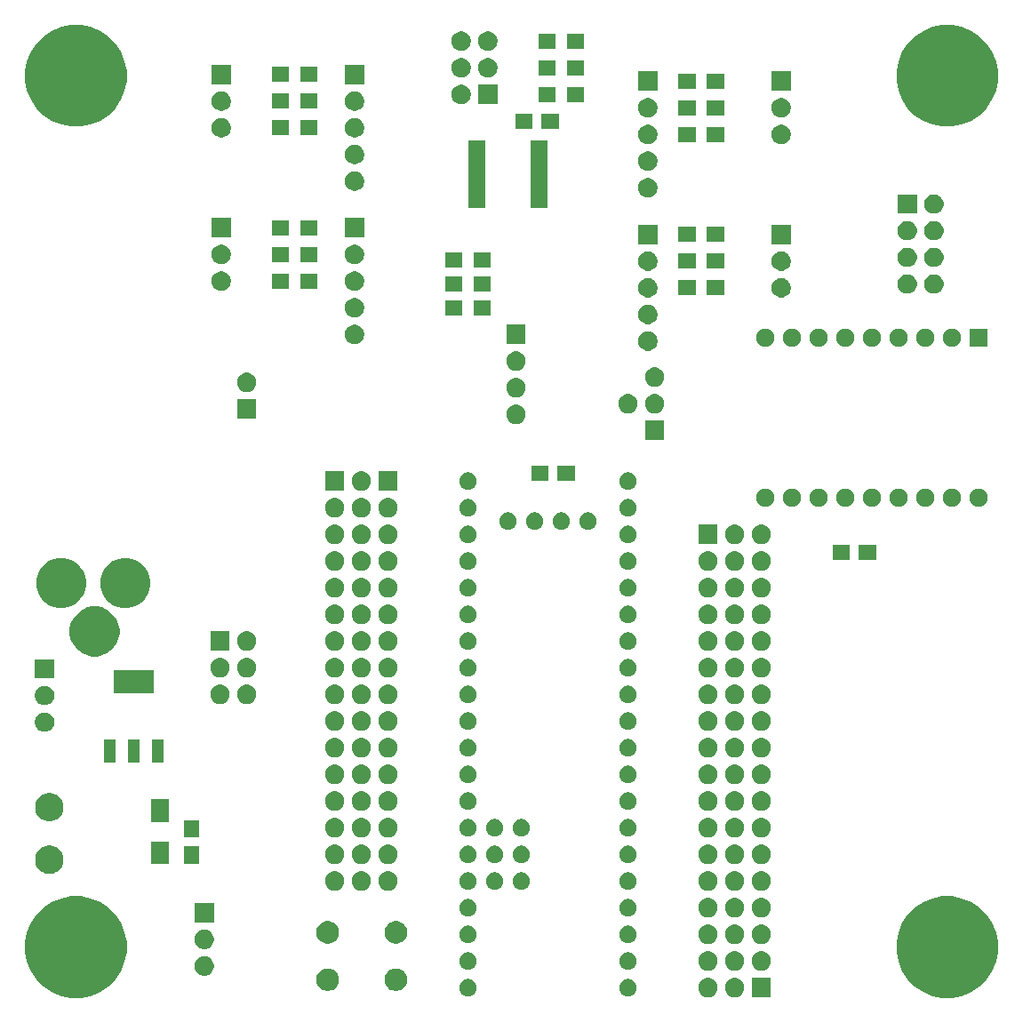
<source format=gbr>
G04 #@! TF.GenerationSoftware,KiCad,Pcbnew,(5.1.5)-3*
G04 #@! TF.CreationDate,2021-03-10T17:47:59-05:00*
G04 #@! TF.ProjectId,Blue-Pill-Board,426c7565-2d50-4696-9c6c-2d426f617264,2*
G04 #@! TF.SameCoordinates,Original*
G04 #@! TF.FileFunction,Soldermask,Top*
G04 #@! TF.FilePolarity,Negative*
%FSLAX46Y46*%
G04 Gerber Fmt 4.6, Leading zero omitted, Abs format (unit mm)*
G04 Created by KiCad (PCBNEW (5.1.5)-3) date 2021-03-10 17:47:59*
%MOMM*%
%LPD*%
G04 APERTURE LIST*
%ADD10C,0.150000*%
G04 APERTURE END LIST*
D10*
G36*
X100411397Y-94347249D02*
G01*
X101291984Y-94711999D01*
X102084493Y-95241537D01*
X102758463Y-95915507D01*
X103288001Y-96708016D01*
X103652751Y-97588603D01*
X103838700Y-98523429D01*
X103838700Y-99476571D01*
X103652751Y-100411397D01*
X103288001Y-101291984D01*
X102758463Y-102084493D01*
X102084493Y-102758463D01*
X101291984Y-103288001D01*
X100411397Y-103652751D01*
X99476571Y-103838700D01*
X98523429Y-103838700D01*
X97588603Y-103652751D01*
X96708016Y-103288001D01*
X95915507Y-102758463D01*
X95241537Y-102084493D01*
X94711999Y-101291984D01*
X94347249Y-100411397D01*
X94161300Y-99476571D01*
X94161300Y-98523429D01*
X94347249Y-97588603D01*
X94711999Y-96708016D01*
X95241537Y-95915507D01*
X95915507Y-95241537D01*
X96708016Y-94711999D01*
X97588603Y-94347249D01*
X98523429Y-94161300D01*
X99476571Y-94161300D01*
X100411397Y-94347249D01*
G37*
G36*
X17411397Y-94347249D02*
G01*
X18291984Y-94711999D01*
X19084493Y-95241537D01*
X19758463Y-95915507D01*
X20288001Y-96708016D01*
X20652751Y-97588603D01*
X20838700Y-98523429D01*
X20838700Y-99476571D01*
X20652751Y-100411397D01*
X20288001Y-101291984D01*
X19758463Y-102084493D01*
X19084493Y-102758463D01*
X18291984Y-103288001D01*
X17411397Y-103652751D01*
X16476571Y-103838700D01*
X15523429Y-103838700D01*
X14588603Y-103652751D01*
X13708016Y-103288001D01*
X12915507Y-102758463D01*
X12241537Y-102084493D01*
X11711999Y-101291984D01*
X11347249Y-100411397D01*
X11161300Y-99476571D01*
X11161300Y-98523429D01*
X11347249Y-97588603D01*
X11711999Y-96708016D01*
X12241537Y-95915507D01*
X12915507Y-95241537D01*
X13708016Y-94711999D01*
X14588603Y-94347249D01*
X15523429Y-94161300D01*
X16476571Y-94161300D01*
X17411397Y-94347249D01*
G37*
G36*
X76350869Y-101955665D02*
G01*
X76470164Y-101979394D01*
X76638719Y-102049212D01*
X76714569Y-102099894D01*
X76755432Y-102127197D01*
X76790419Y-102150575D01*
X76919425Y-102279581D01*
X77020788Y-102431281D01*
X77090606Y-102599836D01*
X77126200Y-102778778D01*
X77126200Y-102961222D01*
X77090606Y-103140164D01*
X77020788Y-103308719D01*
X77020787Y-103308720D01*
X76919426Y-103460418D01*
X76790418Y-103589426D01*
X76714569Y-103640107D01*
X76638719Y-103690788D01*
X76470164Y-103760606D01*
X76350869Y-103784335D01*
X76291223Y-103796200D01*
X76108777Y-103796200D01*
X76049131Y-103784335D01*
X75929836Y-103760606D01*
X75761281Y-103690788D01*
X75685431Y-103640107D01*
X75609582Y-103589426D01*
X75480574Y-103460418D01*
X75379213Y-103308720D01*
X75379212Y-103308719D01*
X75309394Y-103140164D01*
X75273800Y-102961222D01*
X75273800Y-102778778D01*
X75309394Y-102599836D01*
X75379212Y-102431281D01*
X75480575Y-102279581D01*
X75609581Y-102150575D01*
X75644569Y-102127197D01*
X75685431Y-102099894D01*
X75761281Y-102049212D01*
X75929836Y-101979394D01*
X76049131Y-101955665D01*
X76108777Y-101943800D01*
X76291223Y-101943800D01*
X76350869Y-101955665D01*
G37*
G36*
X78890869Y-101955665D02*
G01*
X79010164Y-101979394D01*
X79178719Y-102049212D01*
X79254569Y-102099894D01*
X79295432Y-102127197D01*
X79330419Y-102150575D01*
X79459425Y-102279581D01*
X79560788Y-102431281D01*
X79630606Y-102599836D01*
X79666200Y-102778778D01*
X79666200Y-102961222D01*
X79630606Y-103140164D01*
X79560788Y-103308719D01*
X79560787Y-103308720D01*
X79459426Y-103460418D01*
X79330418Y-103589426D01*
X79254569Y-103640107D01*
X79178719Y-103690788D01*
X79010164Y-103760606D01*
X78890869Y-103784335D01*
X78831223Y-103796200D01*
X78648777Y-103796200D01*
X78589131Y-103784335D01*
X78469836Y-103760606D01*
X78301281Y-103690788D01*
X78225431Y-103640107D01*
X78149582Y-103589426D01*
X78020574Y-103460418D01*
X77919213Y-103308720D01*
X77919212Y-103308719D01*
X77849394Y-103140164D01*
X77813800Y-102961222D01*
X77813800Y-102778778D01*
X77849394Y-102599836D01*
X77919212Y-102431281D01*
X78020575Y-102279581D01*
X78149581Y-102150575D01*
X78184569Y-102127197D01*
X78225431Y-102099894D01*
X78301281Y-102049212D01*
X78469836Y-101979394D01*
X78589131Y-101955665D01*
X78648777Y-101943800D01*
X78831223Y-101943800D01*
X78890869Y-101955665D01*
G37*
G36*
X82206200Y-103796200D02*
G01*
X80353800Y-103796200D01*
X80353800Y-101943800D01*
X82206200Y-101943800D01*
X82206200Y-103796200D01*
G37*
G36*
X68824494Y-102064011D02*
G01*
X68977037Y-102127197D01*
X69114322Y-102218927D01*
X69231073Y-102335678D01*
X69322803Y-102472963D01*
X69385989Y-102625506D01*
X69418200Y-102787444D01*
X69418200Y-102952556D01*
X69385989Y-103114494D01*
X69322803Y-103267037D01*
X69231073Y-103404322D01*
X69114322Y-103521073D01*
X68977037Y-103612803D01*
X68824494Y-103675989D01*
X68662556Y-103708200D01*
X68497444Y-103708200D01*
X68335506Y-103675989D01*
X68182963Y-103612803D01*
X68045678Y-103521073D01*
X67928927Y-103404322D01*
X67837197Y-103267037D01*
X67774011Y-103114494D01*
X67741800Y-102952556D01*
X67741800Y-102787444D01*
X67774011Y-102625506D01*
X67837197Y-102472963D01*
X67928927Y-102335678D01*
X68045678Y-102218927D01*
X68182963Y-102127197D01*
X68335506Y-102064011D01*
X68497444Y-102031800D01*
X68662556Y-102031800D01*
X68824494Y-102064011D01*
G37*
G36*
X53584494Y-102064011D02*
G01*
X53737037Y-102127197D01*
X53874322Y-102218927D01*
X53991073Y-102335678D01*
X54082803Y-102472963D01*
X54145989Y-102625506D01*
X54178200Y-102787444D01*
X54178200Y-102952556D01*
X54145989Y-103114494D01*
X54082803Y-103267037D01*
X53991073Y-103404322D01*
X53874322Y-103521073D01*
X53737037Y-103612803D01*
X53584494Y-103675989D01*
X53422556Y-103708200D01*
X53257444Y-103708200D01*
X53095506Y-103675989D01*
X52942963Y-103612803D01*
X52805678Y-103521073D01*
X52688927Y-103404322D01*
X52597197Y-103267037D01*
X52534011Y-103114494D01*
X52501800Y-102952556D01*
X52501800Y-102787444D01*
X52534011Y-102625506D01*
X52597197Y-102472963D01*
X52688927Y-102335678D01*
X52805678Y-102218927D01*
X52942963Y-102127197D01*
X53095506Y-102064011D01*
X53257444Y-102031800D01*
X53422556Y-102031800D01*
X53584494Y-102064011D01*
G37*
G36*
X40295916Y-101073158D02*
G01*
X40491772Y-101154284D01*
X40668039Y-101272062D01*
X40817938Y-101421961D01*
X40935716Y-101598228D01*
X41016842Y-101794084D01*
X41058200Y-102002003D01*
X41058200Y-102213997D01*
X41016842Y-102421916D01*
X40935716Y-102617772D01*
X40817938Y-102794039D01*
X40668039Y-102943938D01*
X40491772Y-103061716D01*
X40295916Y-103142842D01*
X40087997Y-103184200D01*
X39876003Y-103184200D01*
X39668084Y-103142842D01*
X39472228Y-103061716D01*
X39295961Y-102943938D01*
X39146062Y-102794039D01*
X39028284Y-102617772D01*
X38947158Y-102421916D01*
X38905800Y-102213997D01*
X38905800Y-102002003D01*
X38947158Y-101794084D01*
X39028284Y-101598228D01*
X39146062Y-101421961D01*
X39295961Y-101272062D01*
X39472228Y-101154284D01*
X39668084Y-101073158D01*
X39876003Y-101031800D01*
X40087997Y-101031800D01*
X40295916Y-101073158D01*
G37*
G36*
X46795916Y-101073158D02*
G01*
X46991772Y-101154284D01*
X47168039Y-101272062D01*
X47317938Y-101421961D01*
X47435716Y-101598228D01*
X47516842Y-101794084D01*
X47558200Y-102002003D01*
X47558200Y-102213997D01*
X47516842Y-102421916D01*
X47435716Y-102617772D01*
X47317938Y-102794039D01*
X47168039Y-102943938D01*
X46991772Y-103061716D01*
X46795916Y-103142842D01*
X46587997Y-103184200D01*
X46376003Y-103184200D01*
X46168084Y-103142842D01*
X45972228Y-103061716D01*
X45795961Y-102943938D01*
X45646062Y-102794039D01*
X45528284Y-102617772D01*
X45447158Y-102421916D01*
X45405800Y-102213997D01*
X45405800Y-102002003D01*
X45447158Y-101794084D01*
X45528284Y-101598228D01*
X45646062Y-101421961D01*
X45795961Y-101272062D01*
X45972228Y-101154284D01*
X46168084Y-101073158D01*
X46376003Y-101031800D01*
X46587997Y-101031800D01*
X46795916Y-101073158D01*
G37*
G36*
X28370269Y-99898265D02*
G01*
X28489564Y-99921994D01*
X28658119Y-99991812D01*
X28809819Y-100093175D01*
X28938825Y-100222181D01*
X29040188Y-100373881D01*
X29110006Y-100542436D01*
X29145600Y-100721378D01*
X29145600Y-100903822D01*
X29110006Y-101082764D01*
X29040188Y-101251319D01*
X28938825Y-101403019D01*
X28809819Y-101532025D01*
X28658119Y-101633388D01*
X28489564Y-101703206D01*
X28370269Y-101726935D01*
X28310623Y-101738800D01*
X28128177Y-101738800D01*
X28068531Y-101726935D01*
X27949236Y-101703206D01*
X27780681Y-101633388D01*
X27628981Y-101532025D01*
X27499975Y-101403019D01*
X27398612Y-101251319D01*
X27328794Y-101082764D01*
X27293200Y-100903822D01*
X27293200Y-100721378D01*
X27328794Y-100542436D01*
X27398612Y-100373881D01*
X27499975Y-100222181D01*
X27628981Y-100093175D01*
X27780681Y-99991812D01*
X27949236Y-99921994D01*
X28068531Y-99898265D01*
X28128177Y-99886400D01*
X28310623Y-99886400D01*
X28370269Y-99898265D01*
G37*
G36*
X76350869Y-99415665D02*
G01*
X76470164Y-99439394D01*
X76638719Y-99509212D01*
X76714569Y-99559894D01*
X76755432Y-99587197D01*
X76790419Y-99610575D01*
X76919425Y-99739581D01*
X77020788Y-99891281D01*
X77090606Y-100059836D01*
X77126200Y-100238778D01*
X77126200Y-100421222D01*
X77090606Y-100600164D01*
X77020788Y-100768719D01*
X77020787Y-100768720D01*
X76919426Y-100920418D01*
X76790418Y-101049426D01*
X76754900Y-101073158D01*
X76638719Y-101150788D01*
X76470164Y-101220606D01*
X76350869Y-101244335D01*
X76291223Y-101256200D01*
X76108777Y-101256200D01*
X76049131Y-101244335D01*
X75929836Y-101220606D01*
X75761281Y-101150788D01*
X75645100Y-101073158D01*
X75609582Y-101049426D01*
X75480574Y-100920418D01*
X75379213Y-100768720D01*
X75379212Y-100768719D01*
X75309394Y-100600164D01*
X75273800Y-100421222D01*
X75273800Y-100238778D01*
X75309394Y-100059836D01*
X75379212Y-99891281D01*
X75480575Y-99739581D01*
X75609581Y-99610575D01*
X75644569Y-99587197D01*
X75685431Y-99559894D01*
X75761281Y-99509212D01*
X75929836Y-99439394D01*
X76049131Y-99415665D01*
X76108777Y-99403800D01*
X76291223Y-99403800D01*
X76350869Y-99415665D01*
G37*
G36*
X78890869Y-99415665D02*
G01*
X79010164Y-99439394D01*
X79178719Y-99509212D01*
X79254569Y-99559894D01*
X79295432Y-99587197D01*
X79330419Y-99610575D01*
X79459425Y-99739581D01*
X79560788Y-99891281D01*
X79630606Y-100059836D01*
X79666200Y-100238778D01*
X79666200Y-100421222D01*
X79630606Y-100600164D01*
X79560788Y-100768719D01*
X79560787Y-100768720D01*
X79459426Y-100920418D01*
X79330418Y-101049426D01*
X79294900Y-101073158D01*
X79178719Y-101150788D01*
X79010164Y-101220606D01*
X78890869Y-101244335D01*
X78831223Y-101256200D01*
X78648777Y-101256200D01*
X78589131Y-101244335D01*
X78469836Y-101220606D01*
X78301281Y-101150788D01*
X78185100Y-101073158D01*
X78149582Y-101049426D01*
X78020574Y-100920418D01*
X77919213Y-100768720D01*
X77919212Y-100768719D01*
X77849394Y-100600164D01*
X77813800Y-100421222D01*
X77813800Y-100238778D01*
X77849394Y-100059836D01*
X77919212Y-99891281D01*
X78020575Y-99739581D01*
X78149581Y-99610575D01*
X78184569Y-99587197D01*
X78225431Y-99559894D01*
X78301281Y-99509212D01*
X78469836Y-99439394D01*
X78589131Y-99415665D01*
X78648777Y-99403800D01*
X78831223Y-99403800D01*
X78890869Y-99415665D01*
G37*
G36*
X81430869Y-99415665D02*
G01*
X81550164Y-99439394D01*
X81718719Y-99509212D01*
X81794569Y-99559894D01*
X81835432Y-99587197D01*
X81870419Y-99610575D01*
X81999425Y-99739581D01*
X82100788Y-99891281D01*
X82170606Y-100059836D01*
X82206200Y-100238778D01*
X82206200Y-100421222D01*
X82170606Y-100600164D01*
X82100788Y-100768719D01*
X82100787Y-100768720D01*
X81999426Y-100920418D01*
X81870418Y-101049426D01*
X81834900Y-101073158D01*
X81718719Y-101150788D01*
X81550164Y-101220606D01*
X81430869Y-101244335D01*
X81371223Y-101256200D01*
X81188777Y-101256200D01*
X81129131Y-101244335D01*
X81009836Y-101220606D01*
X80841281Y-101150788D01*
X80725100Y-101073158D01*
X80689582Y-101049426D01*
X80560574Y-100920418D01*
X80459213Y-100768720D01*
X80459212Y-100768719D01*
X80389394Y-100600164D01*
X80353800Y-100421222D01*
X80353800Y-100238778D01*
X80389394Y-100059836D01*
X80459212Y-99891281D01*
X80560575Y-99739581D01*
X80689581Y-99610575D01*
X80724569Y-99587197D01*
X80765431Y-99559894D01*
X80841281Y-99509212D01*
X81009836Y-99439394D01*
X81129131Y-99415665D01*
X81188777Y-99403800D01*
X81371223Y-99403800D01*
X81430869Y-99415665D01*
G37*
G36*
X53584494Y-99524011D02*
G01*
X53737037Y-99587197D01*
X53874322Y-99678927D01*
X53991073Y-99795678D01*
X54082803Y-99932963D01*
X54145989Y-100085506D01*
X54178200Y-100247444D01*
X54178200Y-100412556D01*
X54145989Y-100574494D01*
X54082803Y-100727037D01*
X53991073Y-100864322D01*
X53874322Y-100981073D01*
X53737037Y-101072803D01*
X53584494Y-101135989D01*
X53422556Y-101168200D01*
X53257444Y-101168200D01*
X53095506Y-101135989D01*
X52942963Y-101072803D01*
X52805678Y-100981073D01*
X52688927Y-100864322D01*
X52597197Y-100727037D01*
X52534011Y-100574494D01*
X52501800Y-100412556D01*
X52501800Y-100247444D01*
X52534011Y-100085506D01*
X52597197Y-99932963D01*
X52688927Y-99795678D01*
X52805678Y-99678927D01*
X52942963Y-99587197D01*
X53095506Y-99524011D01*
X53257444Y-99491800D01*
X53422556Y-99491800D01*
X53584494Y-99524011D01*
G37*
G36*
X68824494Y-99524011D02*
G01*
X68977037Y-99587197D01*
X69114322Y-99678927D01*
X69231073Y-99795678D01*
X69322803Y-99932963D01*
X69385989Y-100085506D01*
X69418200Y-100247444D01*
X69418200Y-100412556D01*
X69385989Y-100574494D01*
X69322803Y-100727037D01*
X69231073Y-100864322D01*
X69114322Y-100981073D01*
X68977037Y-101072803D01*
X68824494Y-101135989D01*
X68662556Y-101168200D01*
X68497444Y-101168200D01*
X68335506Y-101135989D01*
X68182963Y-101072803D01*
X68045678Y-100981073D01*
X67928927Y-100864322D01*
X67837197Y-100727037D01*
X67774011Y-100574494D01*
X67741800Y-100412556D01*
X67741800Y-100247444D01*
X67774011Y-100085506D01*
X67837197Y-99932963D01*
X67928927Y-99795678D01*
X68045678Y-99678927D01*
X68182963Y-99587197D01*
X68335506Y-99524011D01*
X68497444Y-99491800D01*
X68662556Y-99491800D01*
X68824494Y-99524011D01*
G37*
G36*
X28370269Y-97358265D02*
G01*
X28489564Y-97381994D01*
X28658119Y-97451812D01*
X28809819Y-97553175D01*
X28938825Y-97682181D01*
X29040188Y-97833881D01*
X29110006Y-98002436D01*
X29145600Y-98181378D01*
X29145600Y-98363822D01*
X29110006Y-98542764D01*
X29040188Y-98711319D01*
X28938825Y-98863019D01*
X28809819Y-98992025D01*
X28658119Y-99093388D01*
X28489564Y-99163206D01*
X28370269Y-99186935D01*
X28310623Y-99198800D01*
X28128177Y-99198800D01*
X28068531Y-99186935D01*
X27949236Y-99163206D01*
X27780681Y-99093388D01*
X27628981Y-98992025D01*
X27499975Y-98863019D01*
X27398612Y-98711319D01*
X27328794Y-98542764D01*
X27293200Y-98363822D01*
X27293200Y-98181378D01*
X27328794Y-98002436D01*
X27398612Y-97833881D01*
X27499975Y-97682181D01*
X27628981Y-97553175D01*
X27780681Y-97451812D01*
X27949236Y-97381994D01*
X28068531Y-97358265D01*
X28128177Y-97346400D01*
X28310623Y-97346400D01*
X28370269Y-97358265D01*
G37*
G36*
X81430869Y-96875665D02*
G01*
X81550164Y-96899394D01*
X81718719Y-96969212D01*
X81794569Y-97019894D01*
X81835432Y-97047197D01*
X81870419Y-97070575D01*
X81999425Y-97199581D01*
X82100788Y-97351281D01*
X82170606Y-97519836D01*
X82206200Y-97698778D01*
X82206200Y-97881222D01*
X82170606Y-98060164D01*
X82100788Y-98228719D01*
X82100787Y-98228720D01*
X81999426Y-98380418D01*
X81870418Y-98509426D01*
X81820527Y-98542762D01*
X81718719Y-98610788D01*
X81550164Y-98680606D01*
X81430869Y-98704335D01*
X81371223Y-98716200D01*
X81188777Y-98716200D01*
X81129131Y-98704335D01*
X81009836Y-98680606D01*
X80841281Y-98610788D01*
X80739473Y-98542762D01*
X80689582Y-98509426D01*
X80560574Y-98380418D01*
X80459213Y-98228720D01*
X80459212Y-98228719D01*
X80389394Y-98060164D01*
X80353800Y-97881222D01*
X80353800Y-97698778D01*
X80389394Y-97519836D01*
X80459212Y-97351281D01*
X80560575Y-97199581D01*
X80689581Y-97070575D01*
X80724569Y-97047197D01*
X80765431Y-97019894D01*
X80841281Y-96969212D01*
X81009836Y-96899394D01*
X81129131Y-96875665D01*
X81188777Y-96863800D01*
X81371223Y-96863800D01*
X81430869Y-96875665D01*
G37*
G36*
X78890869Y-96875665D02*
G01*
X79010164Y-96899394D01*
X79178719Y-96969212D01*
X79254569Y-97019894D01*
X79295432Y-97047197D01*
X79330419Y-97070575D01*
X79459425Y-97199581D01*
X79560788Y-97351281D01*
X79630606Y-97519836D01*
X79666200Y-97698778D01*
X79666200Y-97881222D01*
X79630606Y-98060164D01*
X79560788Y-98228719D01*
X79560787Y-98228720D01*
X79459426Y-98380418D01*
X79330418Y-98509426D01*
X79280527Y-98542762D01*
X79178719Y-98610788D01*
X79010164Y-98680606D01*
X78890869Y-98704335D01*
X78831223Y-98716200D01*
X78648777Y-98716200D01*
X78589131Y-98704335D01*
X78469836Y-98680606D01*
X78301281Y-98610788D01*
X78199473Y-98542762D01*
X78149582Y-98509426D01*
X78020574Y-98380418D01*
X77919213Y-98228720D01*
X77919212Y-98228719D01*
X77849394Y-98060164D01*
X77813800Y-97881222D01*
X77813800Y-97698778D01*
X77849394Y-97519836D01*
X77919212Y-97351281D01*
X78020575Y-97199581D01*
X78149581Y-97070575D01*
X78184569Y-97047197D01*
X78225431Y-97019894D01*
X78301281Y-96969212D01*
X78469836Y-96899394D01*
X78589131Y-96875665D01*
X78648777Y-96863800D01*
X78831223Y-96863800D01*
X78890869Y-96875665D01*
G37*
G36*
X76350869Y-96875665D02*
G01*
X76470164Y-96899394D01*
X76638719Y-96969212D01*
X76714569Y-97019894D01*
X76755432Y-97047197D01*
X76790419Y-97070575D01*
X76919425Y-97199581D01*
X77020788Y-97351281D01*
X77090606Y-97519836D01*
X77126200Y-97698778D01*
X77126200Y-97881222D01*
X77090606Y-98060164D01*
X77020788Y-98228719D01*
X77020787Y-98228720D01*
X76919426Y-98380418D01*
X76790418Y-98509426D01*
X76740527Y-98542762D01*
X76638719Y-98610788D01*
X76470164Y-98680606D01*
X76350869Y-98704335D01*
X76291223Y-98716200D01*
X76108777Y-98716200D01*
X76049131Y-98704335D01*
X75929836Y-98680606D01*
X75761281Y-98610788D01*
X75659473Y-98542762D01*
X75609582Y-98509426D01*
X75480574Y-98380418D01*
X75379213Y-98228720D01*
X75379212Y-98228719D01*
X75309394Y-98060164D01*
X75273800Y-97881222D01*
X75273800Y-97698778D01*
X75309394Y-97519836D01*
X75379212Y-97351281D01*
X75480575Y-97199581D01*
X75609581Y-97070575D01*
X75644569Y-97047197D01*
X75685431Y-97019894D01*
X75761281Y-96969212D01*
X75929836Y-96899394D01*
X76049131Y-96875665D01*
X76108777Y-96863800D01*
X76291223Y-96863800D01*
X76350869Y-96875665D01*
G37*
G36*
X40295916Y-96573158D02*
G01*
X40491772Y-96654284D01*
X40668039Y-96772062D01*
X40817938Y-96921961D01*
X40935716Y-97098228D01*
X41016842Y-97294084D01*
X41058200Y-97502003D01*
X41058200Y-97713997D01*
X41016842Y-97921916D01*
X40935716Y-98117772D01*
X40817938Y-98294039D01*
X40668039Y-98443938D01*
X40491772Y-98561716D01*
X40295916Y-98642842D01*
X40087997Y-98684200D01*
X39876003Y-98684200D01*
X39668084Y-98642842D01*
X39472228Y-98561716D01*
X39295961Y-98443938D01*
X39146062Y-98294039D01*
X39028284Y-98117772D01*
X38947158Y-97921916D01*
X38905800Y-97713997D01*
X38905800Y-97502003D01*
X38947158Y-97294084D01*
X39028284Y-97098228D01*
X39146062Y-96921961D01*
X39295961Y-96772062D01*
X39472228Y-96654284D01*
X39668084Y-96573158D01*
X39876003Y-96531800D01*
X40087997Y-96531800D01*
X40295916Y-96573158D01*
G37*
G36*
X46795916Y-96573158D02*
G01*
X46991772Y-96654284D01*
X47168039Y-96772062D01*
X47317938Y-96921961D01*
X47435716Y-97098228D01*
X47516842Y-97294084D01*
X47558200Y-97502003D01*
X47558200Y-97713997D01*
X47516842Y-97921916D01*
X47435716Y-98117772D01*
X47317938Y-98294039D01*
X47168039Y-98443938D01*
X46991772Y-98561716D01*
X46795916Y-98642842D01*
X46587997Y-98684200D01*
X46376003Y-98684200D01*
X46168084Y-98642842D01*
X45972228Y-98561716D01*
X45795961Y-98443938D01*
X45646062Y-98294039D01*
X45528284Y-98117772D01*
X45447158Y-97921916D01*
X45405800Y-97713997D01*
X45405800Y-97502003D01*
X45447158Y-97294084D01*
X45528284Y-97098228D01*
X45646062Y-96921961D01*
X45795961Y-96772062D01*
X45972228Y-96654284D01*
X46168084Y-96573158D01*
X46376003Y-96531800D01*
X46587997Y-96531800D01*
X46795916Y-96573158D01*
G37*
G36*
X68824494Y-96984011D02*
G01*
X68977037Y-97047197D01*
X69114322Y-97138927D01*
X69231073Y-97255678D01*
X69322803Y-97392963D01*
X69385989Y-97545506D01*
X69418200Y-97707444D01*
X69418200Y-97872556D01*
X69385989Y-98034494D01*
X69322803Y-98187037D01*
X69231073Y-98324322D01*
X69114322Y-98441073D01*
X68977037Y-98532803D01*
X68824494Y-98595989D01*
X68662556Y-98628200D01*
X68497444Y-98628200D01*
X68335506Y-98595989D01*
X68182963Y-98532803D01*
X68045678Y-98441073D01*
X67928927Y-98324322D01*
X67837197Y-98187037D01*
X67774011Y-98034494D01*
X67741800Y-97872556D01*
X67741800Y-97707444D01*
X67774011Y-97545506D01*
X67837197Y-97392963D01*
X67928927Y-97255678D01*
X68045678Y-97138927D01*
X68182963Y-97047197D01*
X68335506Y-96984011D01*
X68497444Y-96951800D01*
X68662556Y-96951800D01*
X68824494Y-96984011D01*
G37*
G36*
X53584494Y-96984011D02*
G01*
X53737037Y-97047197D01*
X53874322Y-97138927D01*
X53991073Y-97255678D01*
X54082803Y-97392963D01*
X54145989Y-97545506D01*
X54178200Y-97707444D01*
X54178200Y-97872556D01*
X54145989Y-98034494D01*
X54082803Y-98187037D01*
X53991073Y-98324322D01*
X53874322Y-98441073D01*
X53737037Y-98532803D01*
X53584494Y-98595989D01*
X53422556Y-98628200D01*
X53257444Y-98628200D01*
X53095506Y-98595989D01*
X52942963Y-98532803D01*
X52805678Y-98441073D01*
X52688927Y-98324322D01*
X52597197Y-98187037D01*
X52534011Y-98034494D01*
X52501800Y-97872556D01*
X52501800Y-97707444D01*
X52534011Y-97545506D01*
X52597197Y-97392963D01*
X52688927Y-97255678D01*
X52805678Y-97138927D01*
X52942963Y-97047197D01*
X53095506Y-96984011D01*
X53257444Y-96951800D01*
X53422556Y-96951800D01*
X53584494Y-96984011D01*
G37*
G36*
X29145600Y-96658800D02*
G01*
X27293200Y-96658800D01*
X27293200Y-94806400D01*
X29145600Y-94806400D01*
X29145600Y-96658800D01*
G37*
G36*
X76350869Y-94335665D02*
G01*
X76470164Y-94359394D01*
X76638719Y-94429212D01*
X76714569Y-94479894D01*
X76755432Y-94507197D01*
X76790419Y-94530575D01*
X76919425Y-94659581D01*
X77020788Y-94811281D01*
X77090606Y-94979836D01*
X77126200Y-95158778D01*
X77126200Y-95341222D01*
X77090606Y-95520164D01*
X77020788Y-95688719D01*
X77020787Y-95688720D01*
X76919426Y-95840418D01*
X76790418Y-95969426D01*
X76714569Y-96020106D01*
X76638719Y-96070788D01*
X76470164Y-96140606D01*
X76350869Y-96164335D01*
X76291223Y-96176200D01*
X76108777Y-96176200D01*
X76049131Y-96164335D01*
X75929836Y-96140606D01*
X75761281Y-96070788D01*
X75685431Y-96020106D01*
X75609582Y-95969426D01*
X75480574Y-95840418D01*
X75379213Y-95688720D01*
X75379212Y-95688719D01*
X75309394Y-95520164D01*
X75273800Y-95341222D01*
X75273800Y-95158778D01*
X75309394Y-94979836D01*
X75379212Y-94811281D01*
X75480575Y-94659581D01*
X75609581Y-94530575D01*
X75644569Y-94507197D01*
X75685431Y-94479894D01*
X75761281Y-94429212D01*
X75929836Y-94359394D01*
X76049131Y-94335665D01*
X76108777Y-94323800D01*
X76291223Y-94323800D01*
X76350869Y-94335665D01*
G37*
G36*
X81430869Y-94335665D02*
G01*
X81550164Y-94359394D01*
X81718719Y-94429212D01*
X81794569Y-94479894D01*
X81835432Y-94507197D01*
X81870419Y-94530575D01*
X81999425Y-94659581D01*
X82100788Y-94811281D01*
X82170606Y-94979836D01*
X82206200Y-95158778D01*
X82206200Y-95341222D01*
X82170606Y-95520164D01*
X82100788Y-95688719D01*
X82100787Y-95688720D01*
X81999426Y-95840418D01*
X81870418Y-95969426D01*
X81794569Y-96020106D01*
X81718719Y-96070788D01*
X81550164Y-96140606D01*
X81430869Y-96164335D01*
X81371223Y-96176200D01*
X81188777Y-96176200D01*
X81129131Y-96164335D01*
X81009836Y-96140606D01*
X80841281Y-96070788D01*
X80765431Y-96020106D01*
X80689582Y-95969426D01*
X80560574Y-95840418D01*
X80459213Y-95688720D01*
X80459212Y-95688719D01*
X80389394Y-95520164D01*
X80353800Y-95341222D01*
X80353800Y-95158778D01*
X80389394Y-94979836D01*
X80459212Y-94811281D01*
X80560575Y-94659581D01*
X80689581Y-94530575D01*
X80724569Y-94507197D01*
X80765431Y-94479894D01*
X80841281Y-94429212D01*
X81009836Y-94359394D01*
X81129131Y-94335665D01*
X81188777Y-94323800D01*
X81371223Y-94323800D01*
X81430869Y-94335665D01*
G37*
G36*
X78890869Y-94335665D02*
G01*
X79010164Y-94359394D01*
X79178719Y-94429212D01*
X79254569Y-94479894D01*
X79295432Y-94507197D01*
X79330419Y-94530575D01*
X79459425Y-94659581D01*
X79560788Y-94811281D01*
X79630606Y-94979836D01*
X79666200Y-95158778D01*
X79666200Y-95341222D01*
X79630606Y-95520164D01*
X79560788Y-95688719D01*
X79560787Y-95688720D01*
X79459426Y-95840418D01*
X79330418Y-95969426D01*
X79254569Y-96020106D01*
X79178719Y-96070788D01*
X79010164Y-96140606D01*
X78890869Y-96164335D01*
X78831223Y-96176200D01*
X78648777Y-96176200D01*
X78589131Y-96164335D01*
X78469836Y-96140606D01*
X78301281Y-96070788D01*
X78225431Y-96020106D01*
X78149582Y-95969426D01*
X78020574Y-95840418D01*
X77919213Y-95688720D01*
X77919212Y-95688719D01*
X77849394Y-95520164D01*
X77813800Y-95341222D01*
X77813800Y-95158778D01*
X77849394Y-94979836D01*
X77919212Y-94811281D01*
X78020575Y-94659581D01*
X78149581Y-94530575D01*
X78184569Y-94507197D01*
X78225431Y-94479894D01*
X78301281Y-94429212D01*
X78469836Y-94359394D01*
X78589131Y-94335665D01*
X78648777Y-94323800D01*
X78831223Y-94323800D01*
X78890869Y-94335665D01*
G37*
G36*
X68824494Y-94444011D02*
G01*
X68977037Y-94507197D01*
X69114322Y-94598927D01*
X69231073Y-94715678D01*
X69322803Y-94852963D01*
X69385989Y-95005506D01*
X69418200Y-95167444D01*
X69418200Y-95332556D01*
X69385989Y-95494494D01*
X69322803Y-95647037D01*
X69231073Y-95784322D01*
X69114322Y-95901073D01*
X68977037Y-95992803D01*
X68824494Y-96055989D01*
X68662556Y-96088200D01*
X68497444Y-96088200D01*
X68335506Y-96055989D01*
X68182963Y-95992803D01*
X68045678Y-95901073D01*
X67928927Y-95784322D01*
X67837197Y-95647037D01*
X67774011Y-95494494D01*
X67741800Y-95332556D01*
X67741800Y-95167444D01*
X67774011Y-95005506D01*
X67837197Y-94852963D01*
X67928927Y-94715678D01*
X68045678Y-94598927D01*
X68182963Y-94507197D01*
X68335506Y-94444011D01*
X68497444Y-94411800D01*
X68662556Y-94411800D01*
X68824494Y-94444011D01*
G37*
G36*
X53584494Y-94444011D02*
G01*
X53737037Y-94507197D01*
X53874322Y-94598927D01*
X53991073Y-94715678D01*
X54082803Y-94852963D01*
X54145989Y-95005506D01*
X54178200Y-95167444D01*
X54178200Y-95332556D01*
X54145989Y-95494494D01*
X54082803Y-95647037D01*
X53991073Y-95784322D01*
X53874322Y-95901073D01*
X53737037Y-95992803D01*
X53584494Y-96055989D01*
X53422556Y-96088200D01*
X53257444Y-96088200D01*
X53095506Y-96055989D01*
X52942963Y-95992803D01*
X52805678Y-95901073D01*
X52688927Y-95784322D01*
X52597197Y-95647037D01*
X52534011Y-95494494D01*
X52501800Y-95332556D01*
X52501800Y-95167444D01*
X52534011Y-95005506D01*
X52597197Y-94852963D01*
X52688927Y-94715678D01*
X52805678Y-94598927D01*
X52942963Y-94507197D01*
X53095506Y-94444011D01*
X53257444Y-94411800D01*
X53422556Y-94411800D01*
X53584494Y-94444011D01*
G37*
G36*
X78890869Y-91795665D02*
G01*
X79010164Y-91819394D01*
X79178719Y-91889212D01*
X79254569Y-91939894D01*
X79295432Y-91967197D01*
X79330419Y-91990575D01*
X79459425Y-92119581D01*
X79560788Y-92271281D01*
X79630606Y-92439836D01*
X79666200Y-92618778D01*
X79666200Y-92801222D01*
X79630606Y-92980164D01*
X79560788Y-93148719D01*
X79560787Y-93148720D01*
X79459426Y-93300418D01*
X79330418Y-93429426D01*
X79254569Y-93480107D01*
X79178719Y-93530788D01*
X79010164Y-93600606D01*
X78890869Y-93624335D01*
X78831223Y-93636200D01*
X78648777Y-93636200D01*
X78589131Y-93624335D01*
X78469836Y-93600606D01*
X78301281Y-93530788D01*
X78225431Y-93480107D01*
X78149582Y-93429426D01*
X78020574Y-93300418D01*
X77919213Y-93148720D01*
X77919212Y-93148719D01*
X77849394Y-92980164D01*
X77813800Y-92801222D01*
X77813800Y-92618778D01*
X77849394Y-92439836D01*
X77919212Y-92271281D01*
X78020575Y-92119581D01*
X78149581Y-91990575D01*
X78184569Y-91967197D01*
X78225431Y-91939894D01*
X78301281Y-91889212D01*
X78469836Y-91819394D01*
X78589131Y-91795665D01*
X78648777Y-91783800D01*
X78831223Y-91783800D01*
X78890869Y-91795665D01*
G37*
G36*
X40790869Y-91795665D02*
G01*
X40910164Y-91819394D01*
X41078719Y-91889212D01*
X41154569Y-91939894D01*
X41195432Y-91967197D01*
X41230419Y-91990575D01*
X41359425Y-92119581D01*
X41460788Y-92271281D01*
X41530606Y-92439836D01*
X41566200Y-92618778D01*
X41566200Y-92801222D01*
X41530606Y-92980164D01*
X41460788Y-93148719D01*
X41460787Y-93148720D01*
X41359426Y-93300418D01*
X41230418Y-93429426D01*
X41154569Y-93480107D01*
X41078719Y-93530788D01*
X40910164Y-93600606D01*
X40790869Y-93624335D01*
X40731223Y-93636200D01*
X40548777Y-93636200D01*
X40489131Y-93624335D01*
X40369836Y-93600606D01*
X40201281Y-93530788D01*
X40125431Y-93480107D01*
X40049582Y-93429426D01*
X39920574Y-93300418D01*
X39819213Y-93148720D01*
X39819212Y-93148719D01*
X39749394Y-92980164D01*
X39713800Y-92801222D01*
X39713800Y-92618778D01*
X39749394Y-92439836D01*
X39819212Y-92271281D01*
X39920575Y-92119581D01*
X40049581Y-91990575D01*
X40084569Y-91967197D01*
X40125431Y-91939894D01*
X40201281Y-91889212D01*
X40369836Y-91819394D01*
X40489131Y-91795665D01*
X40548777Y-91783800D01*
X40731223Y-91783800D01*
X40790869Y-91795665D01*
G37*
G36*
X43330869Y-91795665D02*
G01*
X43450164Y-91819394D01*
X43618719Y-91889212D01*
X43694569Y-91939894D01*
X43735432Y-91967197D01*
X43770419Y-91990575D01*
X43899425Y-92119581D01*
X44000788Y-92271281D01*
X44070606Y-92439836D01*
X44106200Y-92618778D01*
X44106200Y-92801222D01*
X44070606Y-92980164D01*
X44000788Y-93148719D01*
X44000787Y-93148720D01*
X43899426Y-93300418D01*
X43770418Y-93429426D01*
X43694569Y-93480107D01*
X43618719Y-93530788D01*
X43450164Y-93600606D01*
X43330869Y-93624335D01*
X43271223Y-93636200D01*
X43088777Y-93636200D01*
X43029131Y-93624335D01*
X42909836Y-93600606D01*
X42741281Y-93530788D01*
X42665431Y-93480107D01*
X42589582Y-93429426D01*
X42460574Y-93300418D01*
X42359213Y-93148720D01*
X42359212Y-93148719D01*
X42289394Y-92980164D01*
X42253800Y-92801222D01*
X42253800Y-92618778D01*
X42289394Y-92439836D01*
X42359212Y-92271281D01*
X42460575Y-92119581D01*
X42589581Y-91990575D01*
X42624569Y-91967197D01*
X42665431Y-91939894D01*
X42741281Y-91889212D01*
X42909836Y-91819394D01*
X43029131Y-91795665D01*
X43088777Y-91783800D01*
X43271223Y-91783800D01*
X43330869Y-91795665D01*
G37*
G36*
X76350869Y-91795665D02*
G01*
X76470164Y-91819394D01*
X76638719Y-91889212D01*
X76714569Y-91939894D01*
X76755432Y-91967197D01*
X76790419Y-91990575D01*
X76919425Y-92119581D01*
X77020788Y-92271281D01*
X77090606Y-92439836D01*
X77126200Y-92618778D01*
X77126200Y-92801222D01*
X77090606Y-92980164D01*
X77020788Y-93148719D01*
X77020787Y-93148720D01*
X76919426Y-93300418D01*
X76790418Y-93429426D01*
X76714569Y-93480107D01*
X76638719Y-93530788D01*
X76470164Y-93600606D01*
X76350869Y-93624335D01*
X76291223Y-93636200D01*
X76108777Y-93636200D01*
X76049131Y-93624335D01*
X75929836Y-93600606D01*
X75761281Y-93530788D01*
X75685431Y-93480107D01*
X75609582Y-93429426D01*
X75480574Y-93300418D01*
X75379213Y-93148720D01*
X75379212Y-93148719D01*
X75309394Y-92980164D01*
X75273800Y-92801222D01*
X75273800Y-92618778D01*
X75309394Y-92439836D01*
X75379212Y-92271281D01*
X75480575Y-92119581D01*
X75609581Y-91990575D01*
X75644569Y-91967197D01*
X75685431Y-91939894D01*
X75761281Y-91889212D01*
X75929836Y-91819394D01*
X76049131Y-91795665D01*
X76108777Y-91783800D01*
X76291223Y-91783800D01*
X76350869Y-91795665D01*
G37*
G36*
X81430869Y-91795665D02*
G01*
X81550164Y-91819394D01*
X81718719Y-91889212D01*
X81794569Y-91939894D01*
X81835432Y-91967197D01*
X81870419Y-91990575D01*
X81999425Y-92119581D01*
X82100788Y-92271281D01*
X82170606Y-92439836D01*
X82206200Y-92618778D01*
X82206200Y-92801222D01*
X82170606Y-92980164D01*
X82100788Y-93148719D01*
X82100787Y-93148720D01*
X81999426Y-93300418D01*
X81870418Y-93429426D01*
X81794569Y-93480107D01*
X81718719Y-93530788D01*
X81550164Y-93600606D01*
X81430869Y-93624335D01*
X81371223Y-93636200D01*
X81188777Y-93636200D01*
X81129131Y-93624335D01*
X81009836Y-93600606D01*
X80841281Y-93530788D01*
X80765431Y-93480107D01*
X80689582Y-93429426D01*
X80560574Y-93300418D01*
X80459213Y-93148720D01*
X80459212Y-93148719D01*
X80389394Y-92980164D01*
X80353800Y-92801222D01*
X80353800Y-92618778D01*
X80389394Y-92439836D01*
X80459212Y-92271281D01*
X80560575Y-92119581D01*
X80689581Y-91990575D01*
X80724569Y-91967197D01*
X80765431Y-91939894D01*
X80841281Y-91889212D01*
X81009836Y-91819394D01*
X81129131Y-91795665D01*
X81188777Y-91783800D01*
X81371223Y-91783800D01*
X81430869Y-91795665D01*
G37*
G36*
X45870869Y-91795665D02*
G01*
X45990164Y-91819394D01*
X46158719Y-91889212D01*
X46234569Y-91939894D01*
X46275432Y-91967197D01*
X46310419Y-91990575D01*
X46439425Y-92119581D01*
X46540788Y-92271281D01*
X46610606Y-92439836D01*
X46646200Y-92618778D01*
X46646200Y-92801222D01*
X46610606Y-92980164D01*
X46540788Y-93148719D01*
X46540787Y-93148720D01*
X46439426Y-93300418D01*
X46310418Y-93429426D01*
X46234569Y-93480107D01*
X46158719Y-93530788D01*
X45990164Y-93600606D01*
X45870869Y-93624335D01*
X45811223Y-93636200D01*
X45628777Y-93636200D01*
X45569131Y-93624335D01*
X45449836Y-93600606D01*
X45281281Y-93530788D01*
X45205431Y-93480107D01*
X45129582Y-93429426D01*
X45000574Y-93300418D01*
X44899213Y-93148720D01*
X44899212Y-93148719D01*
X44829394Y-92980164D01*
X44793800Y-92801222D01*
X44793800Y-92618778D01*
X44829394Y-92439836D01*
X44899212Y-92271281D01*
X45000575Y-92119581D01*
X45129581Y-91990575D01*
X45164569Y-91967197D01*
X45205431Y-91939894D01*
X45281281Y-91889212D01*
X45449836Y-91819394D01*
X45569131Y-91795665D01*
X45628777Y-91783800D01*
X45811223Y-91783800D01*
X45870869Y-91795665D01*
G37*
G36*
X68824494Y-91904011D02*
G01*
X68977037Y-91967197D01*
X69114322Y-92058927D01*
X69231073Y-92175678D01*
X69322803Y-92312963D01*
X69385989Y-92465506D01*
X69418200Y-92627444D01*
X69418200Y-92792556D01*
X69385989Y-92954494D01*
X69322803Y-93107037D01*
X69231073Y-93244322D01*
X69114322Y-93361073D01*
X68977037Y-93452803D01*
X68824494Y-93515989D01*
X68662556Y-93548200D01*
X68497444Y-93548200D01*
X68335506Y-93515989D01*
X68182963Y-93452803D01*
X68045678Y-93361073D01*
X67928927Y-93244322D01*
X67837197Y-93107037D01*
X67774011Y-92954494D01*
X67741800Y-92792556D01*
X67741800Y-92627444D01*
X67774011Y-92465506D01*
X67837197Y-92312963D01*
X67928927Y-92175678D01*
X68045678Y-92058927D01*
X68182963Y-91967197D01*
X68335506Y-91904011D01*
X68497444Y-91871800D01*
X68662556Y-91871800D01*
X68824494Y-91904011D01*
G37*
G36*
X53584494Y-91904011D02*
G01*
X53737037Y-91967197D01*
X53874322Y-92058927D01*
X53991073Y-92175678D01*
X54082803Y-92312963D01*
X54145989Y-92465506D01*
X54178200Y-92627444D01*
X54178200Y-92792556D01*
X54145989Y-92954494D01*
X54082803Y-93107037D01*
X53991073Y-93244322D01*
X53874322Y-93361073D01*
X53737037Y-93452803D01*
X53584494Y-93515989D01*
X53422556Y-93548200D01*
X53257444Y-93548200D01*
X53095506Y-93515989D01*
X52942963Y-93452803D01*
X52805678Y-93361073D01*
X52688927Y-93244322D01*
X52597197Y-93107037D01*
X52534011Y-92954494D01*
X52501800Y-92792556D01*
X52501800Y-92627444D01*
X52534011Y-92465506D01*
X52597197Y-92312963D01*
X52688927Y-92175678D01*
X52805678Y-92058927D01*
X52942963Y-91967197D01*
X53095506Y-91904011D01*
X53257444Y-91871800D01*
X53422556Y-91871800D01*
X53584494Y-91904011D01*
G37*
G36*
X56124494Y-91904011D02*
G01*
X56277037Y-91967197D01*
X56414322Y-92058927D01*
X56531073Y-92175678D01*
X56622803Y-92312963D01*
X56685989Y-92465506D01*
X56718200Y-92627444D01*
X56718200Y-92792556D01*
X56685989Y-92954494D01*
X56622803Y-93107037D01*
X56531073Y-93244322D01*
X56414322Y-93361073D01*
X56277037Y-93452803D01*
X56124494Y-93515989D01*
X55962556Y-93548200D01*
X55797444Y-93548200D01*
X55635506Y-93515989D01*
X55482963Y-93452803D01*
X55345678Y-93361073D01*
X55228927Y-93244322D01*
X55137197Y-93107037D01*
X55074011Y-92954494D01*
X55041800Y-92792556D01*
X55041800Y-92627444D01*
X55074011Y-92465506D01*
X55137197Y-92312963D01*
X55228927Y-92175678D01*
X55345678Y-92058927D01*
X55482963Y-91967197D01*
X55635506Y-91904011D01*
X55797444Y-91871800D01*
X55962556Y-91871800D01*
X56124494Y-91904011D01*
G37*
G36*
X58664494Y-91904011D02*
G01*
X58817037Y-91967197D01*
X58954322Y-92058927D01*
X59071073Y-92175678D01*
X59162803Y-92312963D01*
X59225989Y-92465506D01*
X59258200Y-92627444D01*
X59258200Y-92792556D01*
X59225989Y-92954494D01*
X59162803Y-93107037D01*
X59071073Y-93244322D01*
X58954322Y-93361073D01*
X58817037Y-93452803D01*
X58664494Y-93515989D01*
X58502556Y-93548200D01*
X58337444Y-93548200D01*
X58175506Y-93515989D01*
X58022963Y-93452803D01*
X57885678Y-93361073D01*
X57768927Y-93244322D01*
X57677197Y-93107037D01*
X57614011Y-92954494D01*
X57581800Y-92792556D01*
X57581800Y-92627444D01*
X57614011Y-92465506D01*
X57677197Y-92312963D01*
X57768927Y-92175678D01*
X57885678Y-92058927D01*
X58022963Y-91967197D01*
X58175506Y-91904011D01*
X58337444Y-91871800D01*
X58502556Y-91871800D01*
X58664494Y-91904011D01*
G37*
G36*
X13854672Y-89383533D02*
G01*
X14099665Y-89485013D01*
X14320153Y-89632338D01*
X14507662Y-89819847D01*
X14654987Y-90040335D01*
X14756467Y-90285328D01*
X14808200Y-90545411D01*
X14808200Y-90810589D01*
X14756467Y-91070672D01*
X14654987Y-91315665D01*
X14507662Y-91536153D01*
X14320153Y-91723662D01*
X14099665Y-91870987D01*
X13854672Y-91972467D01*
X13594589Y-92024200D01*
X13329411Y-92024200D01*
X13069328Y-91972467D01*
X12824335Y-91870987D01*
X12603847Y-91723662D01*
X12416338Y-91536153D01*
X12269013Y-91315665D01*
X12167533Y-91070672D01*
X12115800Y-90810589D01*
X12115800Y-90545411D01*
X12167533Y-90285328D01*
X12269013Y-90040335D01*
X12416338Y-89819847D01*
X12603847Y-89632338D01*
X12824335Y-89485013D01*
X13069328Y-89383533D01*
X13329411Y-89331800D01*
X13594589Y-89331800D01*
X13854672Y-89383533D01*
G37*
G36*
X81430869Y-89255665D02*
G01*
X81550164Y-89279394D01*
X81718719Y-89349212D01*
X81770084Y-89383533D01*
X81835432Y-89427197D01*
X81870419Y-89450575D01*
X81999425Y-89579581D01*
X82100788Y-89731281D01*
X82170606Y-89899836D01*
X82206200Y-90078778D01*
X82206200Y-90261222D01*
X82170606Y-90440164D01*
X82100788Y-90608719D01*
X82100787Y-90608720D01*
X81999426Y-90760418D01*
X81870418Y-90889426D01*
X81794569Y-90940107D01*
X81718719Y-90990788D01*
X81550164Y-91060606D01*
X81430869Y-91084335D01*
X81371223Y-91096200D01*
X81188777Y-91096200D01*
X81129131Y-91084335D01*
X81009836Y-91060606D01*
X80841281Y-90990788D01*
X80765431Y-90940107D01*
X80689582Y-90889426D01*
X80560574Y-90760418D01*
X80459213Y-90608720D01*
X80459212Y-90608719D01*
X80389394Y-90440164D01*
X80353800Y-90261222D01*
X80353800Y-90078778D01*
X80389394Y-89899836D01*
X80459212Y-89731281D01*
X80560575Y-89579581D01*
X80689581Y-89450575D01*
X80724569Y-89427197D01*
X80789916Y-89383533D01*
X80841281Y-89349212D01*
X81009836Y-89279394D01*
X81129131Y-89255665D01*
X81188777Y-89243800D01*
X81371223Y-89243800D01*
X81430869Y-89255665D01*
G37*
G36*
X78890869Y-89255665D02*
G01*
X79010164Y-89279394D01*
X79178719Y-89349212D01*
X79230084Y-89383533D01*
X79295432Y-89427197D01*
X79330419Y-89450575D01*
X79459425Y-89579581D01*
X79560788Y-89731281D01*
X79630606Y-89899836D01*
X79666200Y-90078778D01*
X79666200Y-90261222D01*
X79630606Y-90440164D01*
X79560788Y-90608719D01*
X79560787Y-90608720D01*
X79459426Y-90760418D01*
X79330418Y-90889426D01*
X79254569Y-90940107D01*
X79178719Y-90990788D01*
X79010164Y-91060606D01*
X78890869Y-91084335D01*
X78831223Y-91096200D01*
X78648777Y-91096200D01*
X78589131Y-91084335D01*
X78469836Y-91060606D01*
X78301281Y-90990788D01*
X78225431Y-90940107D01*
X78149582Y-90889426D01*
X78020574Y-90760418D01*
X77919213Y-90608720D01*
X77919212Y-90608719D01*
X77849394Y-90440164D01*
X77813800Y-90261222D01*
X77813800Y-90078778D01*
X77849394Y-89899836D01*
X77919212Y-89731281D01*
X78020575Y-89579581D01*
X78149581Y-89450575D01*
X78184569Y-89427197D01*
X78249916Y-89383533D01*
X78301281Y-89349212D01*
X78469836Y-89279394D01*
X78589131Y-89255665D01*
X78648777Y-89243800D01*
X78831223Y-89243800D01*
X78890869Y-89255665D01*
G37*
G36*
X45870869Y-89255665D02*
G01*
X45990164Y-89279394D01*
X46158719Y-89349212D01*
X46210084Y-89383533D01*
X46275432Y-89427197D01*
X46310419Y-89450575D01*
X46439425Y-89579581D01*
X46540788Y-89731281D01*
X46610606Y-89899836D01*
X46646200Y-90078778D01*
X46646200Y-90261222D01*
X46610606Y-90440164D01*
X46540788Y-90608719D01*
X46540787Y-90608720D01*
X46439426Y-90760418D01*
X46310418Y-90889426D01*
X46234569Y-90940107D01*
X46158719Y-90990788D01*
X45990164Y-91060606D01*
X45870869Y-91084335D01*
X45811223Y-91096200D01*
X45628777Y-91096200D01*
X45569131Y-91084335D01*
X45449836Y-91060606D01*
X45281281Y-90990788D01*
X45205431Y-90940107D01*
X45129582Y-90889426D01*
X45000574Y-90760418D01*
X44899213Y-90608720D01*
X44899212Y-90608719D01*
X44829394Y-90440164D01*
X44793800Y-90261222D01*
X44793800Y-90078778D01*
X44829394Y-89899836D01*
X44899212Y-89731281D01*
X45000575Y-89579581D01*
X45129581Y-89450575D01*
X45164569Y-89427197D01*
X45229916Y-89383533D01*
X45281281Y-89349212D01*
X45449836Y-89279394D01*
X45569131Y-89255665D01*
X45628777Y-89243800D01*
X45811223Y-89243800D01*
X45870869Y-89255665D01*
G37*
G36*
X43330869Y-89255665D02*
G01*
X43450164Y-89279394D01*
X43618719Y-89349212D01*
X43670084Y-89383533D01*
X43735432Y-89427197D01*
X43770419Y-89450575D01*
X43899425Y-89579581D01*
X44000788Y-89731281D01*
X44070606Y-89899836D01*
X44106200Y-90078778D01*
X44106200Y-90261222D01*
X44070606Y-90440164D01*
X44000788Y-90608719D01*
X44000787Y-90608720D01*
X43899426Y-90760418D01*
X43770418Y-90889426D01*
X43694569Y-90940107D01*
X43618719Y-90990788D01*
X43450164Y-91060606D01*
X43330869Y-91084335D01*
X43271223Y-91096200D01*
X43088777Y-91096200D01*
X43029131Y-91084335D01*
X42909836Y-91060606D01*
X42741281Y-90990788D01*
X42665431Y-90940107D01*
X42589582Y-90889426D01*
X42460574Y-90760418D01*
X42359213Y-90608720D01*
X42359212Y-90608719D01*
X42289394Y-90440164D01*
X42253800Y-90261222D01*
X42253800Y-90078778D01*
X42289394Y-89899836D01*
X42359212Y-89731281D01*
X42460575Y-89579581D01*
X42589581Y-89450575D01*
X42624569Y-89427197D01*
X42689916Y-89383533D01*
X42741281Y-89349212D01*
X42909836Y-89279394D01*
X43029131Y-89255665D01*
X43088777Y-89243800D01*
X43271223Y-89243800D01*
X43330869Y-89255665D01*
G37*
G36*
X40790869Y-89255665D02*
G01*
X40910164Y-89279394D01*
X41078719Y-89349212D01*
X41130084Y-89383533D01*
X41195432Y-89427197D01*
X41230419Y-89450575D01*
X41359425Y-89579581D01*
X41460788Y-89731281D01*
X41530606Y-89899836D01*
X41566200Y-90078778D01*
X41566200Y-90261222D01*
X41530606Y-90440164D01*
X41460788Y-90608719D01*
X41460787Y-90608720D01*
X41359426Y-90760418D01*
X41230418Y-90889426D01*
X41154569Y-90940107D01*
X41078719Y-90990788D01*
X40910164Y-91060606D01*
X40790869Y-91084335D01*
X40731223Y-91096200D01*
X40548777Y-91096200D01*
X40489131Y-91084335D01*
X40369836Y-91060606D01*
X40201281Y-90990788D01*
X40125431Y-90940107D01*
X40049582Y-90889426D01*
X39920574Y-90760418D01*
X39819213Y-90608720D01*
X39819212Y-90608719D01*
X39749394Y-90440164D01*
X39713800Y-90261222D01*
X39713800Y-90078778D01*
X39749394Y-89899836D01*
X39819212Y-89731281D01*
X39920575Y-89579581D01*
X40049581Y-89450575D01*
X40084569Y-89427197D01*
X40149916Y-89383533D01*
X40201281Y-89349212D01*
X40369836Y-89279394D01*
X40489131Y-89255665D01*
X40548777Y-89243800D01*
X40731223Y-89243800D01*
X40790869Y-89255665D01*
G37*
G36*
X76350869Y-89255665D02*
G01*
X76470164Y-89279394D01*
X76638719Y-89349212D01*
X76690084Y-89383533D01*
X76755432Y-89427197D01*
X76790419Y-89450575D01*
X76919425Y-89579581D01*
X77020788Y-89731281D01*
X77090606Y-89899836D01*
X77126200Y-90078778D01*
X77126200Y-90261222D01*
X77090606Y-90440164D01*
X77020788Y-90608719D01*
X77020787Y-90608720D01*
X76919426Y-90760418D01*
X76790418Y-90889426D01*
X76714569Y-90940107D01*
X76638719Y-90990788D01*
X76470164Y-91060606D01*
X76350869Y-91084335D01*
X76291223Y-91096200D01*
X76108777Y-91096200D01*
X76049131Y-91084335D01*
X75929836Y-91060606D01*
X75761281Y-90990788D01*
X75685431Y-90940107D01*
X75609582Y-90889426D01*
X75480574Y-90760418D01*
X75379213Y-90608720D01*
X75379212Y-90608719D01*
X75309394Y-90440164D01*
X75273800Y-90261222D01*
X75273800Y-90078778D01*
X75309394Y-89899836D01*
X75379212Y-89731281D01*
X75480575Y-89579581D01*
X75609581Y-89450575D01*
X75644569Y-89427197D01*
X75709916Y-89383533D01*
X75761281Y-89349212D01*
X75929836Y-89279394D01*
X76049131Y-89255665D01*
X76108777Y-89243800D01*
X76291223Y-89243800D01*
X76350869Y-89255665D01*
G37*
G36*
X27701200Y-91076200D02*
G01*
X26298800Y-91076200D01*
X26298800Y-89423800D01*
X27701200Y-89423800D01*
X27701200Y-91076200D01*
G37*
G36*
X24876200Y-91076200D02*
G01*
X23123800Y-91076200D01*
X23123800Y-88923800D01*
X24876200Y-88923800D01*
X24876200Y-91076200D01*
G37*
G36*
X56124494Y-89364011D02*
G01*
X56277037Y-89427197D01*
X56414322Y-89518927D01*
X56531073Y-89635678D01*
X56622803Y-89772963D01*
X56685989Y-89925506D01*
X56718200Y-90087444D01*
X56718200Y-90252556D01*
X56685989Y-90414494D01*
X56622803Y-90567037D01*
X56531073Y-90704322D01*
X56414322Y-90821073D01*
X56277037Y-90912803D01*
X56124494Y-90975989D01*
X55962556Y-91008200D01*
X55797444Y-91008200D01*
X55635506Y-90975989D01*
X55482963Y-90912803D01*
X55345678Y-90821073D01*
X55228927Y-90704322D01*
X55137197Y-90567037D01*
X55074011Y-90414494D01*
X55041800Y-90252556D01*
X55041800Y-90087444D01*
X55074011Y-89925506D01*
X55137197Y-89772963D01*
X55228927Y-89635678D01*
X55345678Y-89518927D01*
X55482963Y-89427197D01*
X55635506Y-89364011D01*
X55797444Y-89331800D01*
X55962556Y-89331800D01*
X56124494Y-89364011D01*
G37*
G36*
X53584494Y-89364011D02*
G01*
X53737037Y-89427197D01*
X53874322Y-89518927D01*
X53991073Y-89635678D01*
X54082803Y-89772963D01*
X54145989Y-89925506D01*
X54178200Y-90087444D01*
X54178200Y-90252556D01*
X54145989Y-90414494D01*
X54082803Y-90567037D01*
X53991073Y-90704322D01*
X53874322Y-90821073D01*
X53737037Y-90912803D01*
X53584494Y-90975989D01*
X53422556Y-91008200D01*
X53257444Y-91008200D01*
X53095506Y-90975989D01*
X52942963Y-90912803D01*
X52805678Y-90821073D01*
X52688927Y-90704322D01*
X52597197Y-90567037D01*
X52534011Y-90414494D01*
X52501800Y-90252556D01*
X52501800Y-90087444D01*
X52534011Y-89925506D01*
X52597197Y-89772963D01*
X52688927Y-89635678D01*
X52805678Y-89518927D01*
X52942963Y-89427197D01*
X53095506Y-89364011D01*
X53257444Y-89331800D01*
X53422556Y-89331800D01*
X53584494Y-89364011D01*
G37*
G36*
X68824494Y-89364011D02*
G01*
X68977037Y-89427197D01*
X69114322Y-89518927D01*
X69231073Y-89635678D01*
X69322803Y-89772963D01*
X69385989Y-89925506D01*
X69418200Y-90087444D01*
X69418200Y-90252556D01*
X69385989Y-90414494D01*
X69322803Y-90567037D01*
X69231073Y-90704322D01*
X69114322Y-90821073D01*
X68977037Y-90912803D01*
X68824494Y-90975989D01*
X68662556Y-91008200D01*
X68497444Y-91008200D01*
X68335506Y-90975989D01*
X68182963Y-90912803D01*
X68045678Y-90821073D01*
X67928927Y-90704322D01*
X67837197Y-90567037D01*
X67774011Y-90414494D01*
X67741800Y-90252556D01*
X67741800Y-90087444D01*
X67774011Y-89925506D01*
X67837197Y-89772963D01*
X67928927Y-89635678D01*
X68045678Y-89518927D01*
X68182963Y-89427197D01*
X68335506Y-89364011D01*
X68497444Y-89331800D01*
X68662556Y-89331800D01*
X68824494Y-89364011D01*
G37*
G36*
X58664494Y-89364011D02*
G01*
X58817037Y-89427197D01*
X58954322Y-89518927D01*
X59071073Y-89635678D01*
X59162803Y-89772963D01*
X59225989Y-89925506D01*
X59258200Y-90087444D01*
X59258200Y-90252556D01*
X59225989Y-90414494D01*
X59162803Y-90567037D01*
X59071073Y-90704322D01*
X58954322Y-90821073D01*
X58817037Y-90912803D01*
X58664494Y-90975989D01*
X58502556Y-91008200D01*
X58337444Y-91008200D01*
X58175506Y-90975989D01*
X58022963Y-90912803D01*
X57885678Y-90821073D01*
X57768927Y-90704322D01*
X57677197Y-90567037D01*
X57614011Y-90414494D01*
X57581800Y-90252556D01*
X57581800Y-90087444D01*
X57614011Y-89925506D01*
X57677197Y-89772963D01*
X57768927Y-89635678D01*
X57885678Y-89518927D01*
X58022963Y-89427197D01*
X58175506Y-89364011D01*
X58337444Y-89331800D01*
X58502556Y-89331800D01*
X58664494Y-89364011D01*
G37*
G36*
X27701200Y-88576200D02*
G01*
X26298800Y-88576200D01*
X26298800Y-86923800D01*
X27701200Y-86923800D01*
X27701200Y-88576200D01*
G37*
G36*
X76350869Y-86715665D02*
G01*
X76470164Y-86739394D01*
X76638719Y-86809212D01*
X76714569Y-86859893D01*
X76755432Y-86887197D01*
X76790419Y-86910575D01*
X76919425Y-87039581D01*
X77020788Y-87191281D01*
X77090606Y-87359836D01*
X77126200Y-87538778D01*
X77126200Y-87721222D01*
X77090606Y-87900164D01*
X77020788Y-88068719D01*
X77020787Y-88068720D01*
X76919426Y-88220418D01*
X76790418Y-88349426D01*
X76714569Y-88400106D01*
X76638719Y-88450788D01*
X76470164Y-88520606D01*
X76350869Y-88544335D01*
X76291223Y-88556200D01*
X76108777Y-88556200D01*
X76049131Y-88544335D01*
X75929836Y-88520606D01*
X75761281Y-88450788D01*
X75685431Y-88400107D01*
X75609582Y-88349426D01*
X75480574Y-88220418D01*
X75379213Y-88068720D01*
X75379212Y-88068719D01*
X75309394Y-87900164D01*
X75273800Y-87721222D01*
X75273800Y-87538778D01*
X75309394Y-87359836D01*
X75379212Y-87191281D01*
X75480575Y-87039581D01*
X75609581Y-86910575D01*
X75644569Y-86887197D01*
X75685431Y-86859893D01*
X75761281Y-86809212D01*
X75929836Y-86739394D01*
X76049131Y-86715665D01*
X76108777Y-86703800D01*
X76291223Y-86703800D01*
X76350869Y-86715665D01*
G37*
G36*
X78890869Y-86715665D02*
G01*
X79010164Y-86739394D01*
X79178719Y-86809212D01*
X79254569Y-86859893D01*
X79295432Y-86887197D01*
X79330419Y-86910575D01*
X79459425Y-87039581D01*
X79560788Y-87191281D01*
X79630606Y-87359836D01*
X79666200Y-87538778D01*
X79666200Y-87721222D01*
X79630606Y-87900164D01*
X79560788Y-88068719D01*
X79560787Y-88068720D01*
X79459426Y-88220418D01*
X79330418Y-88349426D01*
X79254569Y-88400106D01*
X79178719Y-88450788D01*
X79010164Y-88520606D01*
X78890869Y-88544335D01*
X78831223Y-88556200D01*
X78648777Y-88556200D01*
X78589131Y-88544335D01*
X78469836Y-88520606D01*
X78301281Y-88450788D01*
X78225431Y-88400107D01*
X78149582Y-88349426D01*
X78020574Y-88220418D01*
X77919213Y-88068720D01*
X77919212Y-88068719D01*
X77849394Y-87900164D01*
X77813800Y-87721222D01*
X77813800Y-87538778D01*
X77849394Y-87359836D01*
X77919212Y-87191281D01*
X78020575Y-87039581D01*
X78149581Y-86910575D01*
X78184569Y-86887197D01*
X78225431Y-86859893D01*
X78301281Y-86809212D01*
X78469836Y-86739394D01*
X78589131Y-86715665D01*
X78648777Y-86703800D01*
X78831223Y-86703800D01*
X78890869Y-86715665D01*
G37*
G36*
X81430869Y-86715665D02*
G01*
X81550164Y-86739394D01*
X81718719Y-86809212D01*
X81794569Y-86859893D01*
X81835432Y-86887197D01*
X81870419Y-86910575D01*
X81999425Y-87039581D01*
X82100788Y-87191281D01*
X82170606Y-87359836D01*
X82206200Y-87538778D01*
X82206200Y-87721222D01*
X82170606Y-87900164D01*
X82100788Y-88068719D01*
X82100787Y-88068720D01*
X81999426Y-88220418D01*
X81870418Y-88349426D01*
X81794569Y-88400106D01*
X81718719Y-88450788D01*
X81550164Y-88520606D01*
X81430869Y-88544335D01*
X81371223Y-88556200D01*
X81188777Y-88556200D01*
X81129131Y-88544335D01*
X81009836Y-88520606D01*
X80841281Y-88450788D01*
X80765431Y-88400107D01*
X80689582Y-88349426D01*
X80560574Y-88220418D01*
X80459213Y-88068720D01*
X80459212Y-88068719D01*
X80389394Y-87900164D01*
X80353800Y-87721222D01*
X80353800Y-87538778D01*
X80389394Y-87359836D01*
X80459212Y-87191281D01*
X80560575Y-87039581D01*
X80689581Y-86910575D01*
X80724569Y-86887197D01*
X80765431Y-86859893D01*
X80841281Y-86809212D01*
X81009836Y-86739394D01*
X81129131Y-86715665D01*
X81188777Y-86703800D01*
X81371223Y-86703800D01*
X81430869Y-86715665D01*
G37*
G36*
X45870869Y-86715665D02*
G01*
X45990164Y-86739394D01*
X46158719Y-86809212D01*
X46234569Y-86859893D01*
X46275432Y-86887197D01*
X46310419Y-86910575D01*
X46439425Y-87039581D01*
X46540788Y-87191281D01*
X46610606Y-87359836D01*
X46646200Y-87538778D01*
X46646200Y-87721222D01*
X46610606Y-87900164D01*
X46540788Y-88068719D01*
X46540787Y-88068720D01*
X46439426Y-88220418D01*
X46310418Y-88349426D01*
X46234569Y-88400106D01*
X46158719Y-88450788D01*
X45990164Y-88520606D01*
X45870869Y-88544335D01*
X45811223Y-88556200D01*
X45628777Y-88556200D01*
X45569131Y-88544335D01*
X45449836Y-88520606D01*
X45281281Y-88450788D01*
X45205431Y-88400107D01*
X45129582Y-88349426D01*
X45000574Y-88220418D01*
X44899213Y-88068720D01*
X44899212Y-88068719D01*
X44829394Y-87900164D01*
X44793800Y-87721222D01*
X44793800Y-87538778D01*
X44829394Y-87359836D01*
X44899212Y-87191281D01*
X45000575Y-87039581D01*
X45129581Y-86910575D01*
X45164569Y-86887197D01*
X45205431Y-86859893D01*
X45281281Y-86809212D01*
X45449836Y-86739394D01*
X45569131Y-86715665D01*
X45628777Y-86703800D01*
X45811223Y-86703800D01*
X45870869Y-86715665D01*
G37*
G36*
X40790869Y-86715665D02*
G01*
X40910164Y-86739394D01*
X41078719Y-86809212D01*
X41154569Y-86859893D01*
X41195432Y-86887197D01*
X41230419Y-86910575D01*
X41359425Y-87039581D01*
X41460788Y-87191281D01*
X41530606Y-87359836D01*
X41566200Y-87538778D01*
X41566200Y-87721222D01*
X41530606Y-87900164D01*
X41460788Y-88068719D01*
X41460787Y-88068720D01*
X41359426Y-88220418D01*
X41230418Y-88349426D01*
X41154569Y-88400106D01*
X41078719Y-88450788D01*
X40910164Y-88520606D01*
X40790869Y-88544335D01*
X40731223Y-88556200D01*
X40548777Y-88556200D01*
X40489131Y-88544335D01*
X40369836Y-88520606D01*
X40201281Y-88450788D01*
X40125431Y-88400107D01*
X40049582Y-88349426D01*
X39920574Y-88220418D01*
X39819213Y-88068720D01*
X39819212Y-88068719D01*
X39749394Y-87900164D01*
X39713800Y-87721222D01*
X39713800Y-87538778D01*
X39749394Y-87359836D01*
X39819212Y-87191281D01*
X39920575Y-87039581D01*
X40049581Y-86910575D01*
X40084569Y-86887197D01*
X40125431Y-86859893D01*
X40201281Y-86809212D01*
X40369836Y-86739394D01*
X40489131Y-86715665D01*
X40548777Y-86703800D01*
X40731223Y-86703800D01*
X40790869Y-86715665D01*
G37*
G36*
X43330869Y-86715665D02*
G01*
X43450164Y-86739394D01*
X43618719Y-86809212D01*
X43694569Y-86859893D01*
X43735432Y-86887197D01*
X43770419Y-86910575D01*
X43899425Y-87039581D01*
X44000788Y-87191281D01*
X44070606Y-87359836D01*
X44106200Y-87538778D01*
X44106200Y-87721222D01*
X44070606Y-87900164D01*
X44000788Y-88068719D01*
X44000787Y-88068720D01*
X43899426Y-88220418D01*
X43770418Y-88349426D01*
X43694569Y-88400106D01*
X43618719Y-88450788D01*
X43450164Y-88520606D01*
X43330869Y-88544335D01*
X43271223Y-88556200D01*
X43088777Y-88556200D01*
X43029131Y-88544335D01*
X42909836Y-88520606D01*
X42741281Y-88450788D01*
X42665431Y-88400107D01*
X42589582Y-88349426D01*
X42460574Y-88220418D01*
X42359213Y-88068720D01*
X42359212Y-88068719D01*
X42289394Y-87900164D01*
X42253800Y-87721222D01*
X42253800Y-87538778D01*
X42289394Y-87359836D01*
X42359212Y-87191281D01*
X42460575Y-87039581D01*
X42589581Y-86910575D01*
X42624569Y-86887197D01*
X42665431Y-86859893D01*
X42741281Y-86809212D01*
X42909836Y-86739394D01*
X43029131Y-86715665D01*
X43088777Y-86703800D01*
X43271223Y-86703800D01*
X43330869Y-86715665D01*
G37*
G36*
X56124494Y-86824011D02*
G01*
X56277037Y-86887197D01*
X56414322Y-86978927D01*
X56531073Y-87095678D01*
X56622803Y-87232963D01*
X56685989Y-87385506D01*
X56718200Y-87547444D01*
X56718200Y-87712556D01*
X56685989Y-87874494D01*
X56622803Y-88027037D01*
X56531073Y-88164322D01*
X56414322Y-88281073D01*
X56277037Y-88372803D01*
X56124494Y-88435989D01*
X55962556Y-88468200D01*
X55797444Y-88468200D01*
X55635506Y-88435989D01*
X55482963Y-88372803D01*
X55345678Y-88281073D01*
X55228927Y-88164322D01*
X55137197Y-88027037D01*
X55074011Y-87874494D01*
X55041800Y-87712556D01*
X55041800Y-87547444D01*
X55074011Y-87385506D01*
X55137197Y-87232963D01*
X55228927Y-87095678D01*
X55345678Y-86978927D01*
X55482963Y-86887197D01*
X55635506Y-86824011D01*
X55797444Y-86791800D01*
X55962556Y-86791800D01*
X56124494Y-86824011D01*
G37*
G36*
X68824494Y-86824011D02*
G01*
X68977037Y-86887197D01*
X69114322Y-86978927D01*
X69231073Y-87095678D01*
X69322803Y-87232963D01*
X69385989Y-87385506D01*
X69418200Y-87547444D01*
X69418200Y-87712556D01*
X69385989Y-87874494D01*
X69322803Y-88027037D01*
X69231073Y-88164322D01*
X69114322Y-88281073D01*
X68977037Y-88372803D01*
X68824494Y-88435989D01*
X68662556Y-88468200D01*
X68497444Y-88468200D01*
X68335506Y-88435989D01*
X68182963Y-88372803D01*
X68045678Y-88281073D01*
X67928927Y-88164322D01*
X67837197Y-88027037D01*
X67774011Y-87874494D01*
X67741800Y-87712556D01*
X67741800Y-87547444D01*
X67774011Y-87385506D01*
X67837197Y-87232963D01*
X67928927Y-87095678D01*
X68045678Y-86978927D01*
X68182963Y-86887197D01*
X68335506Y-86824011D01*
X68497444Y-86791800D01*
X68662556Y-86791800D01*
X68824494Y-86824011D01*
G37*
G36*
X53584494Y-86824011D02*
G01*
X53737037Y-86887197D01*
X53874322Y-86978927D01*
X53991073Y-87095678D01*
X54082803Y-87232963D01*
X54145989Y-87385506D01*
X54178200Y-87547444D01*
X54178200Y-87712556D01*
X54145989Y-87874494D01*
X54082803Y-88027037D01*
X53991073Y-88164322D01*
X53874322Y-88281073D01*
X53737037Y-88372803D01*
X53584494Y-88435989D01*
X53422556Y-88468200D01*
X53257444Y-88468200D01*
X53095506Y-88435989D01*
X52942963Y-88372803D01*
X52805678Y-88281073D01*
X52688927Y-88164322D01*
X52597197Y-88027037D01*
X52534011Y-87874494D01*
X52501800Y-87712556D01*
X52501800Y-87547444D01*
X52534011Y-87385506D01*
X52597197Y-87232963D01*
X52688927Y-87095678D01*
X52805678Y-86978927D01*
X52942963Y-86887197D01*
X53095506Y-86824011D01*
X53257444Y-86791800D01*
X53422556Y-86791800D01*
X53584494Y-86824011D01*
G37*
G36*
X58664494Y-86824011D02*
G01*
X58817037Y-86887197D01*
X58954322Y-86978927D01*
X59071073Y-87095678D01*
X59162803Y-87232963D01*
X59225989Y-87385506D01*
X59258200Y-87547444D01*
X59258200Y-87712556D01*
X59225989Y-87874494D01*
X59162803Y-88027037D01*
X59071073Y-88164322D01*
X58954322Y-88281073D01*
X58817037Y-88372803D01*
X58664494Y-88435989D01*
X58502556Y-88468200D01*
X58337444Y-88468200D01*
X58175506Y-88435989D01*
X58022963Y-88372803D01*
X57885678Y-88281073D01*
X57768927Y-88164322D01*
X57677197Y-88027037D01*
X57614011Y-87874494D01*
X57581800Y-87712556D01*
X57581800Y-87547444D01*
X57614011Y-87385506D01*
X57677197Y-87232963D01*
X57768927Y-87095678D01*
X57885678Y-86978927D01*
X58022963Y-86887197D01*
X58175506Y-86824011D01*
X58337444Y-86791800D01*
X58502556Y-86791800D01*
X58664494Y-86824011D01*
G37*
G36*
X24876200Y-87076200D02*
G01*
X23123800Y-87076200D01*
X23123800Y-84923800D01*
X24876200Y-84923800D01*
X24876200Y-87076200D01*
G37*
G36*
X13854672Y-84383533D02*
G01*
X14099665Y-84485013D01*
X14320153Y-84632338D01*
X14507662Y-84819847D01*
X14654987Y-85040335D01*
X14756467Y-85285328D01*
X14808200Y-85545411D01*
X14808200Y-85810589D01*
X14756467Y-86070672D01*
X14654987Y-86315665D01*
X14507662Y-86536153D01*
X14320153Y-86723662D01*
X14099665Y-86870987D01*
X13854672Y-86972467D01*
X13594589Y-87024200D01*
X13329411Y-87024200D01*
X13069328Y-86972467D01*
X12824335Y-86870987D01*
X12603847Y-86723662D01*
X12416338Y-86536153D01*
X12269013Y-86315665D01*
X12167533Y-86070672D01*
X12115800Y-85810589D01*
X12115800Y-85545411D01*
X12167533Y-85285328D01*
X12269013Y-85040335D01*
X12416338Y-84819847D01*
X12603847Y-84632338D01*
X12824335Y-84485013D01*
X13069328Y-84383533D01*
X13329411Y-84331800D01*
X13594589Y-84331800D01*
X13854672Y-84383533D01*
G37*
G36*
X40790869Y-84175665D02*
G01*
X40910164Y-84199394D01*
X41078719Y-84269212D01*
X41154569Y-84319893D01*
X41195432Y-84347197D01*
X41230419Y-84370575D01*
X41359425Y-84499581D01*
X41460788Y-84651281D01*
X41530606Y-84819836D01*
X41566200Y-84998778D01*
X41566200Y-85181222D01*
X41530606Y-85360164D01*
X41460788Y-85528719D01*
X41410107Y-85604569D01*
X41359426Y-85680418D01*
X41230418Y-85809426D01*
X41154569Y-85860106D01*
X41078719Y-85910788D01*
X40910164Y-85980606D01*
X40790869Y-86004335D01*
X40731223Y-86016200D01*
X40548777Y-86016200D01*
X40489131Y-86004335D01*
X40369836Y-85980606D01*
X40201281Y-85910788D01*
X40125431Y-85860106D01*
X40049582Y-85809426D01*
X39920574Y-85680418D01*
X39869893Y-85604569D01*
X39819212Y-85528719D01*
X39749394Y-85360164D01*
X39713800Y-85181222D01*
X39713800Y-84998778D01*
X39749394Y-84819836D01*
X39819212Y-84651281D01*
X39920575Y-84499581D01*
X40049581Y-84370575D01*
X40084569Y-84347197D01*
X40125431Y-84319893D01*
X40201281Y-84269212D01*
X40369836Y-84199394D01*
X40489131Y-84175665D01*
X40548777Y-84163800D01*
X40731223Y-84163800D01*
X40790869Y-84175665D01*
G37*
G36*
X45870869Y-84175665D02*
G01*
X45990164Y-84199394D01*
X46158719Y-84269212D01*
X46234569Y-84319893D01*
X46275432Y-84347197D01*
X46310419Y-84370575D01*
X46439425Y-84499581D01*
X46540788Y-84651281D01*
X46610606Y-84819836D01*
X46646200Y-84998778D01*
X46646200Y-85181222D01*
X46610606Y-85360164D01*
X46540788Y-85528719D01*
X46490107Y-85604569D01*
X46439426Y-85680418D01*
X46310418Y-85809426D01*
X46234569Y-85860106D01*
X46158719Y-85910788D01*
X45990164Y-85980606D01*
X45870869Y-86004335D01*
X45811223Y-86016200D01*
X45628777Y-86016200D01*
X45569131Y-86004335D01*
X45449836Y-85980606D01*
X45281281Y-85910788D01*
X45205431Y-85860106D01*
X45129582Y-85809426D01*
X45000574Y-85680418D01*
X44949893Y-85604569D01*
X44899212Y-85528719D01*
X44829394Y-85360164D01*
X44793800Y-85181222D01*
X44793800Y-84998778D01*
X44829394Y-84819836D01*
X44899212Y-84651281D01*
X45000575Y-84499581D01*
X45129581Y-84370575D01*
X45164569Y-84347197D01*
X45205431Y-84319893D01*
X45281281Y-84269212D01*
X45449836Y-84199394D01*
X45569131Y-84175665D01*
X45628777Y-84163800D01*
X45811223Y-84163800D01*
X45870869Y-84175665D01*
G37*
G36*
X76350869Y-84175665D02*
G01*
X76470164Y-84199394D01*
X76638719Y-84269212D01*
X76714569Y-84319893D01*
X76755432Y-84347197D01*
X76790419Y-84370575D01*
X76919425Y-84499581D01*
X77020788Y-84651281D01*
X77090606Y-84819836D01*
X77126200Y-84998778D01*
X77126200Y-85181222D01*
X77090606Y-85360164D01*
X77020788Y-85528719D01*
X76970107Y-85604569D01*
X76919426Y-85680418D01*
X76790418Y-85809426D01*
X76714569Y-85860106D01*
X76638719Y-85910788D01*
X76470164Y-85980606D01*
X76350869Y-86004335D01*
X76291223Y-86016200D01*
X76108777Y-86016200D01*
X76049131Y-86004335D01*
X75929836Y-85980606D01*
X75761281Y-85910788D01*
X75685431Y-85860106D01*
X75609582Y-85809426D01*
X75480574Y-85680418D01*
X75429893Y-85604569D01*
X75379212Y-85528719D01*
X75309394Y-85360164D01*
X75273800Y-85181222D01*
X75273800Y-84998778D01*
X75309394Y-84819836D01*
X75379212Y-84651281D01*
X75480575Y-84499581D01*
X75609581Y-84370575D01*
X75644569Y-84347197D01*
X75685431Y-84319893D01*
X75761281Y-84269212D01*
X75929836Y-84199394D01*
X76049131Y-84175665D01*
X76108777Y-84163800D01*
X76291223Y-84163800D01*
X76350869Y-84175665D01*
G37*
G36*
X78890869Y-84175665D02*
G01*
X79010164Y-84199394D01*
X79178719Y-84269212D01*
X79254569Y-84319893D01*
X79295432Y-84347197D01*
X79330419Y-84370575D01*
X79459425Y-84499581D01*
X79560788Y-84651281D01*
X79630606Y-84819836D01*
X79666200Y-84998778D01*
X79666200Y-85181222D01*
X79630606Y-85360164D01*
X79560788Y-85528719D01*
X79510107Y-85604569D01*
X79459426Y-85680418D01*
X79330418Y-85809426D01*
X79254569Y-85860106D01*
X79178719Y-85910788D01*
X79010164Y-85980606D01*
X78890869Y-86004335D01*
X78831223Y-86016200D01*
X78648777Y-86016200D01*
X78589131Y-86004335D01*
X78469836Y-85980606D01*
X78301281Y-85910788D01*
X78225431Y-85860106D01*
X78149582Y-85809426D01*
X78020574Y-85680418D01*
X77969893Y-85604569D01*
X77919212Y-85528719D01*
X77849394Y-85360164D01*
X77813800Y-85181222D01*
X77813800Y-84998778D01*
X77849394Y-84819836D01*
X77919212Y-84651281D01*
X78020575Y-84499581D01*
X78149581Y-84370575D01*
X78184569Y-84347197D01*
X78225431Y-84319893D01*
X78301281Y-84269212D01*
X78469836Y-84199394D01*
X78589131Y-84175665D01*
X78648777Y-84163800D01*
X78831223Y-84163800D01*
X78890869Y-84175665D01*
G37*
G36*
X81430869Y-84175665D02*
G01*
X81550164Y-84199394D01*
X81718719Y-84269212D01*
X81794569Y-84319893D01*
X81835432Y-84347197D01*
X81870419Y-84370575D01*
X81999425Y-84499581D01*
X82100788Y-84651281D01*
X82170606Y-84819836D01*
X82206200Y-84998778D01*
X82206200Y-85181222D01*
X82170606Y-85360164D01*
X82100788Y-85528719D01*
X82050107Y-85604569D01*
X81999426Y-85680418D01*
X81870418Y-85809426D01*
X81794569Y-85860106D01*
X81718719Y-85910788D01*
X81550164Y-85980606D01*
X81430869Y-86004335D01*
X81371223Y-86016200D01*
X81188777Y-86016200D01*
X81129131Y-86004335D01*
X81009836Y-85980606D01*
X80841281Y-85910788D01*
X80765431Y-85860106D01*
X80689582Y-85809426D01*
X80560574Y-85680418D01*
X80509893Y-85604569D01*
X80459212Y-85528719D01*
X80389394Y-85360164D01*
X80353800Y-85181222D01*
X80353800Y-84998778D01*
X80389394Y-84819836D01*
X80459212Y-84651281D01*
X80560575Y-84499581D01*
X80689581Y-84370575D01*
X80724569Y-84347197D01*
X80765431Y-84319893D01*
X80841281Y-84269212D01*
X81009836Y-84199394D01*
X81129131Y-84175665D01*
X81188777Y-84163800D01*
X81371223Y-84163800D01*
X81430869Y-84175665D01*
G37*
G36*
X43330869Y-84175665D02*
G01*
X43450164Y-84199394D01*
X43618719Y-84269212D01*
X43694569Y-84319893D01*
X43735432Y-84347197D01*
X43770419Y-84370575D01*
X43899425Y-84499581D01*
X44000788Y-84651281D01*
X44070606Y-84819836D01*
X44106200Y-84998778D01*
X44106200Y-85181222D01*
X44070606Y-85360164D01*
X44000788Y-85528719D01*
X43950107Y-85604569D01*
X43899426Y-85680418D01*
X43770418Y-85809426D01*
X43694569Y-85860106D01*
X43618719Y-85910788D01*
X43450164Y-85980606D01*
X43330869Y-86004335D01*
X43271223Y-86016200D01*
X43088777Y-86016200D01*
X43029131Y-86004335D01*
X42909836Y-85980606D01*
X42741281Y-85910788D01*
X42665431Y-85860106D01*
X42589582Y-85809426D01*
X42460574Y-85680418D01*
X42409893Y-85604569D01*
X42359212Y-85528719D01*
X42289394Y-85360164D01*
X42253800Y-85181222D01*
X42253800Y-84998778D01*
X42289394Y-84819836D01*
X42359212Y-84651281D01*
X42460575Y-84499581D01*
X42589581Y-84370575D01*
X42624569Y-84347197D01*
X42665431Y-84319893D01*
X42741281Y-84269212D01*
X42909836Y-84199394D01*
X43029131Y-84175665D01*
X43088777Y-84163800D01*
X43271223Y-84163800D01*
X43330869Y-84175665D01*
G37*
G36*
X53584494Y-84284011D02*
G01*
X53737037Y-84347197D01*
X53874322Y-84438927D01*
X53991073Y-84555678D01*
X54082803Y-84692963D01*
X54145989Y-84845506D01*
X54178200Y-85007444D01*
X54178200Y-85172556D01*
X54145989Y-85334494D01*
X54082803Y-85487037D01*
X53991073Y-85624322D01*
X53874322Y-85741073D01*
X53737037Y-85832803D01*
X53584494Y-85895989D01*
X53422556Y-85928200D01*
X53257444Y-85928200D01*
X53095506Y-85895989D01*
X52942963Y-85832803D01*
X52805678Y-85741073D01*
X52688927Y-85624322D01*
X52597197Y-85487037D01*
X52534011Y-85334494D01*
X52501800Y-85172556D01*
X52501800Y-85007444D01*
X52534011Y-84845506D01*
X52597197Y-84692963D01*
X52688927Y-84555678D01*
X52805678Y-84438927D01*
X52942963Y-84347197D01*
X53095506Y-84284011D01*
X53257444Y-84251800D01*
X53422556Y-84251800D01*
X53584494Y-84284011D01*
G37*
G36*
X68824494Y-84284011D02*
G01*
X68977037Y-84347197D01*
X69114322Y-84438927D01*
X69231073Y-84555678D01*
X69322803Y-84692963D01*
X69385989Y-84845506D01*
X69418200Y-85007444D01*
X69418200Y-85172556D01*
X69385989Y-85334494D01*
X69322803Y-85487037D01*
X69231073Y-85624322D01*
X69114322Y-85741073D01*
X68977037Y-85832803D01*
X68824494Y-85895989D01*
X68662556Y-85928200D01*
X68497444Y-85928200D01*
X68335506Y-85895989D01*
X68182963Y-85832803D01*
X68045678Y-85741073D01*
X67928927Y-85624322D01*
X67837197Y-85487037D01*
X67774011Y-85334494D01*
X67741800Y-85172556D01*
X67741800Y-85007444D01*
X67774011Y-84845506D01*
X67837197Y-84692963D01*
X67928927Y-84555678D01*
X68045678Y-84438927D01*
X68182963Y-84347197D01*
X68335506Y-84284011D01*
X68497444Y-84251800D01*
X68662556Y-84251800D01*
X68824494Y-84284011D01*
G37*
G36*
X40790869Y-81635665D02*
G01*
X40910164Y-81659394D01*
X41078719Y-81729212D01*
X41154569Y-81779893D01*
X41195432Y-81807197D01*
X41230419Y-81830575D01*
X41359425Y-81959581D01*
X41460788Y-82111281D01*
X41530606Y-82279836D01*
X41566200Y-82458778D01*
X41566200Y-82641222D01*
X41530606Y-82820164D01*
X41460788Y-82988719D01*
X41460787Y-82988720D01*
X41359426Y-83140418D01*
X41230418Y-83269426D01*
X41154569Y-83320106D01*
X41078719Y-83370788D01*
X40910164Y-83440606D01*
X40790869Y-83464335D01*
X40731223Y-83476200D01*
X40548777Y-83476200D01*
X40489131Y-83464335D01*
X40369836Y-83440606D01*
X40201281Y-83370788D01*
X40125431Y-83320106D01*
X40049582Y-83269426D01*
X39920574Y-83140418D01*
X39819213Y-82988720D01*
X39819212Y-82988719D01*
X39749394Y-82820164D01*
X39713800Y-82641222D01*
X39713800Y-82458778D01*
X39749394Y-82279836D01*
X39819212Y-82111281D01*
X39920575Y-81959581D01*
X40049581Y-81830575D01*
X40084569Y-81807197D01*
X40125431Y-81779894D01*
X40201281Y-81729212D01*
X40369836Y-81659394D01*
X40489131Y-81635665D01*
X40548777Y-81623800D01*
X40731223Y-81623800D01*
X40790869Y-81635665D01*
G37*
G36*
X45870869Y-81635665D02*
G01*
X45990164Y-81659394D01*
X46158719Y-81729212D01*
X46234569Y-81779893D01*
X46275432Y-81807197D01*
X46310419Y-81830575D01*
X46439425Y-81959581D01*
X46540788Y-82111281D01*
X46610606Y-82279836D01*
X46646200Y-82458778D01*
X46646200Y-82641222D01*
X46610606Y-82820164D01*
X46540788Y-82988719D01*
X46540787Y-82988720D01*
X46439426Y-83140418D01*
X46310418Y-83269426D01*
X46234569Y-83320106D01*
X46158719Y-83370788D01*
X45990164Y-83440606D01*
X45870869Y-83464335D01*
X45811223Y-83476200D01*
X45628777Y-83476200D01*
X45569131Y-83464335D01*
X45449836Y-83440606D01*
X45281281Y-83370788D01*
X45205431Y-83320106D01*
X45129582Y-83269426D01*
X45000574Y-83140418D01*
X44899213Y-82988720D01*
X44899212Y-82988719D01*
X44829394Y-82820164D01*
X44793800Y-82641222D01*
X44793800Y-82458778D01*
X44829394Y-82279836D01*
X44899212Y-82111281D01*
X45000575Y-81959581D01*
X45129581Y-81830575D01*
X45164569Y-81807197D01*
X45205431Y-81779894D01*
X45281281Y-81729212D01*
X45449836Y-81659394D01*
X45569131Y-81635665D01*
X45628777Y-81623800D01*
X45811223Y-81623800D01*
X45870869Y-81635665D01*
G37*
G36*
X43330869Y-81635665D02*
G01*
X43450164Y-81659394D01*
X43618719Y-81729212D01*
X43694569Y-81779893D01*
X43735432Y-81807197D01*
X43770419Y-81830575D01*
X43899425Y-81959581D01*
X44000788Y-82111281D01*
X44070606Y-82279836D01*
X44106200Y-82458778D01*
X44106200Y-82641222D01*
X44070606Y-82820164D01*
X44000788Y-82988719D01*
X44000787Y-82988720D01*
X43899426Y-83140418D01*
X43770418Y-83269426D01*
X43694569Y-83320106D01*
X43618719Y-83370788D01*
X43450164Y-83440606D01*
X43330869Y-83464335D01*
X43271223Y-83476200D01*
X43088777Y-83476200D01*
X43029131Y-83464335D01*
X42909836Y-83440606D01*
X42741281Y-83370788D01*
X42665431Y-83320106D01*
X42589582Y-83269426D01*
X42460574Y-83140418D01*
X42359213Y-82988720D01*
X42359212Y-82988719D01*
X42289394Y-82820164D01*
X42253800Y-82641222D01*
X42253800Y-82458778D01*
X42289394Y-82279836D01*
X42359212Y-82111281D01*
X42460575Y-81959581D01*
X42589581Y-81830575D01*
X42624569Y-81807197D01*
X42665431Y-81779894D01*
X42741281Y-81729212D01*
X42909836Y-81659394D01*
X43029131Y-81635665D01*
X43088777Y-81623800D01*
X43271223Y-81623800D01*
X43330869Y-81635665D01*
G37*
G36*
X78890869Y-81635665D02*
G01*
X79010164Y-81659394D01*
X79178719Y-81729212D01*
X79254569Y-81779893D01*
X79295432Y-81807197D01*
X79330419Y-81830575D01*
X79459425Y-81959581D01*
X79560788Y-82111281D01*
X79630606Y-82279836D01*
X79666200Y-82458778D01*
X79666200Y-82641222D01*
X79630606Y-82820164D01*
X79560788Y-82988719D01*
X79560787Y-82988720D01*
X79459426Y-83140418D01*
X79330418Y-83269426D01*
X79254569Y-83320106D01*
X79178719Y-83370788D01*
X79010164Y-83440606D01*
X78890869Y-83464335D01*
X78831223Y-83476200D01*
X78648777Y-83476200D01*
X78589131Y-83464335D01*
X78469836Y-83440606D01*
X78301281Y-83370788D01*
X78225431Y-83320106D01*
X78149582Y-83269426D01*
X78020574Y-83140418D01*
X77919213Y-82988720D01*
X77919212Y-82988719D01*
X77849394Y-82820164D01*
X77813800Y-82641222D01*
X77813800Y-82458778D01*
X77849394Y-82279836D01*
X77919212Y-82111281D01*
X78020575Y-81959581D01*
X78149581Y-81830575D01*
X78184569Y-81807197D01*
X78225431Y-81779894D01*
X78301281Y-81729212D01*
X78469836Y-81659394D01*
X78589131Y-81635665D01*
X78648777Y-81623800D01*
X78831223Y-81623800D01*
X78890869Y-81635665D01*
G37*
G36*
X76350869Y-81635665D02*
G01*
X76470164Y-81659394D01*
X76638719Y-81729212D01*
X76714569Y-81779893D01*
X76755432Y-81807197D01*
X76790419Y-81830575D01*
X76919425Y-81959581D01*
X77020788Y-82111281D01*
X77090606Y-82279836D01*
X77126200Y-82458778D01*
X77126200Y-82641222D01*
X77090606Y-82820164D01*
X77020788Y-82988719D01*
X77020787Y-82988720D01*
X76919426Y-83140418D01*
X76790418Y-83269426D01*
X76714569Y-83320106D01*
X76638719Y-83370788D01*
X76470164Y-83440606D01*
X76350869Y-83464335D01*
X76291223Y-83476200D01*
X76108777Y-83476200D01*
X76049131Y-83464335D01*
X75929836Y-83440606D01*
X75761281Y-83370788D01*
X75685431Y-83320106D01*
X75609582Y-83269426D01*
X75480574Y-83140418D01*
X75379213Y-82988720D01*
X75379212Y-82988719D01*
X75309394Y-82820164D01*
X75273800Y-82641222D01*
X75273800Y-82458778D01*
X75309394Y-82279836D01*
X75379212Y-82111281D01*
X75480575Y-81959581D01*
X75609581Y-81830575D01*
X75644569Y-81807197D01*
X75685431Y-81779894D01*
X75761281Y-81729212D01*
X75929836Y-81659394D01*
X76049131Y-81635665D01*
X76108777Y-81623800D01*
X76291223Y-81623800D01*
X76350869Y-81635665D01*
G37*
G36*
X81430869Y-81635665D02*
G01*
X81550164Y-81659394D01*
X81718719Y-81729212D01*
X81794569Y-81779893D01*
X81835432Y-81807197D01*
X81870419Y-81830575D01*
X81999425Y-81959581D01*
X82100788Y-82111281D01*
X82170606Y-82279836D01*
X82206200Y-82458778D01*
X82206200Y-82641222D01*
X82170606Y-82820164D01*
X82100788Y-82988719D01*
X82100787Y-82988720D01*
X81999426Y-83140418D01*
X81870418Y-83269426D01*
X81794569Y-83320106D01*
X81718719Y-83370788D01*
X81550164Y-83440606D01*
X81430869Y-83464335D01*
X81371223Y-83476200D01*
X81188777Y-83476200D01*
X81129131Y-83464335D01*
X81009836Y-83440606D01*
X80841281Y-83370788D01*
X80765431Y-83320106D01*
X80689582Y-83269426D01*
X80560574Y-83140418D01*
X80459213Y-82988720D01*
X80459212Y-82988719D01*
X80389394Y-82820164D01*
X80353800Y-82641222D01*
X80353800Y-82458778D01*
X80389394Y-82279836D01*
X80459212Y-82111281D01*
X80560575Y-81959581D01*
X80689581Y-81830575D01*
X80724569Y-81807197D01*
X80765431Y-81779894D01*
X80841281Y-81729212D01*
X81009836Y-81659394D01*
X81129131Y-81635665D01*
X81188777Y-81623800D01*
X81371223Y-81623800D01*
X81430869Y-81635665D01*
G37*
G36*
X68824494Y-81744011D02*
G01*
X68977037Y-81807197D01*
X69114322Y-81898927D01*
X69231073Y-82015678D01*
X69322803Y-82152963D01*
X69385989Y-82305506D01*
X69418200Y-82467444D01*
X69418200Y-82632556D01*
X69385989Y-82794494D01*
X69322803Y-82947037D01*
X69231073Y-83084322D01*
X69114322Y-83201073D01*
X68977037Y-83292803D01*
X68824494Y-83355989D01*
X68662556Y-83388200D01*
X68497444Y-83388200D01*
X68335506Y-83355989D01*
X68182963Y-83292803D01*
X68045678Y-83201073D01*
X67928927Y-83084322D01*
X67837197Y-82947037D01*
X67774011Y-82794494D01*
X67741800Y-82632556D01*
X67741800Y-82467444D01*
X67774011Y-82305506D01*
X67837197Y-82152963D01*
X67928927Y-82015678D01*
X68045678Y-81898927D01*
X68182963Y-81807197D01*
X68335506Y-81744011D01*
X68497444Y-81711800D01*
X68662556Y-81711800D01*
X68824494Y-81744011D01*
G37*
G36*
X53584494Y-81744011D02*
G01*
X53737037Y-81807197D01*
X53874322Y-81898927D01*
X53991073Y-82015678D01*
X54082803Y-82152963D01*
X54145989Y-82305506D01*
X54178200Y-82467444D01*
X54178200Y-82632556D01*
X54145989Y-82794494D01*
X54082803Y-82947037D01*
X53991073Y-83084322D01*
X53874322Y-83201073D01*
X53737037Y-83292803D01*
X53584494Y-83355989D01*
X53422556Y-83388200D01*
X53257444Y-83388200D01*
X53095506Y-83355989D01*
X52942963Y-83292803D01*
X52805678Y-83201073D01*
X52688927Y-83084322D01*
X52597197Y-82947037D01*
X52534011Y-82794494D01*
X52501800Y-82632556D01*
X52501800Y-82467444D01*
X52534011Y-82305506D01*
X52597197Y-82152963D01*
X52688927Y-82015678D01*
X52805678Y-81898927D01*
X52942963Y-81807197D01*
X53095506Y-81744011D01*
X53257444Y-81711800D01*
X53422556Y-81711800D01*
X53584494Y-81744011D01*
G37*
G36*
X24370200Y-81394200D02*
G01*
X23201800Y-81394200D01*
X23201800Y-79209800D01*
X24370200Y-79209800D01*
X24370200Y-81394200D01*
G37*
G36*
X22084200Y-81394200D02*
G01*
X20915800Y-81394200D01*
X20915800Y-79209800D01*
X22084200Y-79209800D01*
X22084200Y-81394200D01*
G37*
G36*
X19798200Y-81394200D02*
G01*
X18629800Y-81394200D01*
X18629800Y-79209800D01*
X19798200Y-79209800D01*
X19798200Y-81394200D01*
G37*
G36*
X76350869Y-79095665D02*
G01*
X76470164Y-79119394D01*
X76638719Y-79189212D01*
X76669531Y-79209800D01*
X76755432Y-79267197D01*
X76790419Y-79290575D01*
X76919425Y-79419581D01*
X77020788Y-79571281D01*
X77090606Y-79739836D01*
X77126200Y-79918778D01*
X77126200Y-80101222D01*
X77090606Y-80280164D01*
X77020788Y-80448719D01*
X77020787Y-80448720D01*
X76919426Y-80600418D01*
X76790418Y-80729426D01*
X76714569Y-80780106D01*
X76638719Y-80830788D01*
X76470164Y-80900606D01*
X76350869Y-80924335D01*
X76291223Y-80936200D01*
X76108777Y-80936200D01*
X76049131Y-80924335D01*
X75929836Y-80900606D01*
X75761281Y-80830788D01*
X75685431Y-80780106D01*
X75609582Y-80729426D01*
X75480574Y-80600418D01*
X75379213Y-80448720D01*
X75379212Y-80448719D01*
X75309394Y-80280164D01*
X75273800Y-80101222D01*
X75273800Y-79918778D01*
X75309394Y-79739836D01*
X75379212Y-79571281D01*
X75480575Y-79419581D01*
X75609581Y-79290575D01*
X75644569Y-79267197D01*
X75730469Y-79209800D01*
X75761281Y-79189212D01*
X75929836Y-79119394D01*
X76049131Y-79095665D01*
X76108777Y-79083800D01*
X76291223Y-79083800D01*
X76350869Y-79095665D01*
G37*
G36*
X40790869Y-79095665D02*
G01*
X40910164Y-79119394D01*
X41078719Y-79189212D01*
X41109531Y-79209800D01*
X41195432Y-79267197D01*
X41230419Y-79290575D01*
X41359425Y-79419581D01*
X41460788Y-79571281D01*
X41530606Y-79739836D01*
X41566200Y-79918778D01*
X41566200Y-80101222D01*
X41530606Y-80280164D01*
X41460788Y-80448719D01*
X41460787Y-80448720D01*
X41359426Y-80600418D01*
X41230418Y-80729426D01*
X41154569Y-80780106D01*
X41078719Y-80830788D01*
X40910164Y-80900606D01*
X40790869Y-80924335D01*
X40731223Y-80936200D01*
X40548777Y-80936200D01*
X40489131Y-80924335D01*
X40369836Y-80900606D01*
X40201281Y-80830788D01*
X40125431Y-80780106D01*
X40049582Y-80729426D01*
X39920574Y-80600418D01*
X39819213Y-80448720D01*
X39819212Y-80448719D01*
X39749394Y-80280164D01*
X39713800Y-80101222D01*
X39713800Y-79918778D01*
X39749394Y-79739836D01*
X39819212Y-79571281D01*
X39920575Y-79419581D01*
X40049581Y-79290575D01*
X40084569Y-79267197D01*
X40170469Y-79209800D01*
X40201281Y-79189212D01*
X40369836Y-79119394D01*
X40489131Y-79095665D01*
X40548777Y-79083800D01*
X40731223Y-79083800D01*
X40790869Y-79095665D01*
G37*
G36*
X43330869Y-79095665D02*
G01*
X43450164Y-79119394D01*
X43618719Y-79189212D01*
X43649531Y-79209800D01*
X43735432Y-79267197D01*
X43770419Y-79290575D01*
X43899425Y-79419581D01*
X44000788Y-79571281D01*
X44070606Y-79739836D01*
X44106200Y-79918778D01*
X44106200Y-80101222D01*
X44070606Y-80280164D01*
X44000788Y-80448719D01*
X44000787Y-80448720D01*
X43899426Y-80600418D01*
X43770418Y-80729426D01*
X43694569Y-80780106D01*
X43618719Y-80830788D01*
X43450164Y-80900606D01*
X43330869Y-80924335D01*
X43271223Y-80936200D01*
X43088777Y-80936200D01*
X43029131Y-80924335D01*
X42909836Y-80900606D01*
X42741281Y-80830788D01*
X42665431Y-80780106D01*
X42589582Y-80729426D01*
X42460574Y-80600418D01*
X42359213Y-80448720D01*
X42359212Y-80448719D01*
X42289394Y-80280164D01*
X42253800Y-80101222D01*
X42253800Y-79918778D01*
X42289394Y-79739836D01*
X42359212Y-79571281D01*
X42460575Y-79419581D01*
X42589581Y-79290575D01*
X42624569Y-79267197D01*
X42710469Y-79209800D01*
X42741281Y-79189212D01*
X42909836Y-79119394D01*
X43029131Y-79095665D01*
X43088777Y-79083800D01*
X43271223Y-79083800D01*
X43330869Y-79095665D01*
G37*
G36*
X45870869Y-79095665D02*
G01*
X45990164Y-79119394D01*
X46158719Y-79189212D01*
X46189531Y-79209800D01*
X46275432Y-79267197D01*
X46310419Y-79290575D01*
X46439425Y-79419581D01*
X46540788Y-79571281D01*
X46610606Y-79739836D01*
X46646200Y-79918778D01*
X46646200Y-80101222D01*
X46610606Y-80280164D01*
X46540788Y-80448719D01*
X46540787Y-80448720D01*
X46439426Y-80600418D01*
X46310418Y-80729426D01*
X46234569Y-80780106D01*
X46158719Y-80830788D01*
X45990164Y-80900606D01*
X45870869Y-80924335D01*
X45811223Y-80936200D01*
X45628777Y-80936200D01*
X45569131Y-80924335D01*
X45449836Y-80900606D01*
X45281281Y-80830788D01*
X45205431Y-80780106D01*
X45129582Y-80729426D01*
X45000574Y-80600418D01*
X44899213Y-80448720D01*
X44899212Y-80448719D01*
X44829394Y-80280164D01*
X44793800Y-80101222D01*
X44793800Y-79918778D01*
X44829394Y-79739836D01*
X44899212Y-79571281D01*
X45000575Y-79419581D01*
X45129581Y-79290575D01*
X45164569Y-79267197D01*
X45250469Y-79209800D01*
X45281281Y-79189212D01*
X45449836Y-79119394D01*
X45569131Y-79095665D01*
X45628777Y-79083800D01*
X45811223Y-79083800D01*
X45870869Y-79095665D01*
G37*
G36*
X78890869Y-79095665D02*
G01*
X79010164Y-79119394D01*
X79178719Y-79189212D01*
X79209531Y-79209800D01*
X79295432Y-79267197D01*
X79330419Y-79290575D01*
X79459425Y-79419581D01*
X79560788Y-79571281D01*
X79630606Y-79739836D01*
X79666200Y-79918778D01*
X79666200Y-80101222D01*
X79630606Y-80280164D01*
X79560788Y-80448719D01*
X79560787Y-80448720D01*
X79459426Y-80600418D01*
X79330418Y-80729426D01*
X79254569Y-80780106D01*
X79178719Y-80830788D01*
X79010164Y-80900606D01*
X78890869Y-80924335D01*
X78831223Y-80936200D01*
X78648777Y-80936200D01*
X78589131Y-80924335D01*
X78469836Y-80900606D01*
X78301281Y-80830788D01*
X78225431Y-80780106D01*
X78149582Y-80729426D01*
X78020574Y-80600418D01*
X77919213Y-80448720D01*
X77919212Y-80448719D01*
X77849394Y-80280164D01*
X77813800Y-80101222D01*
X77813800Y-79918778D01*
X77849394Y-79739836D01*
X77919212Y-79571281D01*
X78020575Y-79419581D01*
X78149581Y-79290575D01*
X78184569Y-79267197D01*
X78270469Y-79209800D01*
X78301281Y-79189212D01*
X78469836Y-79119394D01*
X78589131Y-79095665D01*
X78648777Y-79083800D01*
X78831223Y-79083800D01*
X78890869Y-79095665D01*
G37*
G36*
X81430869Y-79095665D02*
G01*
X81550164Y-79119394D01*
X81718719Y-79189212D01*
X81749531Y-79209800D01*
X81835432Y-79267197D01*
X81870419Y-79290575D01*
X81999425Y-79419581D01*
X82100788Y-79571281D01*
X82170606Y-79739836D01*
X82206200Y-79918778D01*
X82206200Y-80101222D01*
X82170606Y-80280164D01*
X82100788Y-80448719D01*
X82100787Y-80448720D01*
X81999426Y-80600418D01*
X81870418Y-80729426D01*
X81794569Y-80780106D01*
X81718719Y-80830788D01*
X81550164Y-80900606D01*
X81430869Y-80924335D01*
X81371223Y-80936200D01*
X81188777Y-80936200D01*
X81129131Y-80924335D01*
X81009836Y-80900606D01*
X80841281Y-80830788D01*
X80765431Y-80780106D01*
X80689582Y-80729426D01*
X80560574Y-80600418D01*
X80459213Y-80448720D01*
X80459212Y-80448719D01*
X80389394Y-80280164D01*
X80353800Y-80101222D01*
X80353800Y-79918778D01*
X80389394Y-79739836D01*
X80459212Y-79571281D01*
X80560575Y-79419581D01*
X80689581Y-79290575D01*
X80724569Y-79267197D01*
X80810469Y-79209800D01*
X80841281Y-79189212D01*
X81009836Y-79119394D01*
X81129131Y-79095665D01*
X81188777Y-79083800D01*
X81371223Y-79083800D01*
X81430869Y-79095665D01*
G37*
G36*
X68824494Y-79204011D02*
G01*
X68977037Y-79267197D01*
X69114322Y-79358927D01*
X69231073Y-79475678D01*
X69322803Y-79612963D01*
X69385989Y-79765506D01*
X69418200Y-79927444D01*
X69418200Y-80092556D01*
X69385989Y-80254494D01*
X69322803Y-80407037D01*
X69231073Y-80544322D01*
X69114322Y-80661073D01*
X68977037Y-80752803D01*
X68824494Y-80815989D01*
X68662556Y-80848200D01*
X68497444Y-80848200D01*
X68335506Y-80815989D01*
X68182963Y-80752803D01*
X68045678Y-80661073D01*
X67928927Y-80544322D01*
X67837197Y-80407037D01*
X67774011Y-80254494D01*
X67741800Y-80092556D01*
X67741800Y-79927444D01*
X67774011Y-79765506D01*
X67837197Y-79612963D01*
X67928927Y-79475678D01*
X68045678Y-79358927D01*
X68182963Y-79267197D01*
X68335506Y-79204011D01*
X68497444Y-79171800D01*
X68662556Y-79171800D01*
X68824494Y-79204011D01*
G37*
G36*
X53584494Y-79204011D02*
G01*
X53737037Y-79267197D01*
X53874322Y-79358927D01*
X53991073Y-79475678D01*
X54082803Y-79612963D01*
X54145989Y-79765506D01*
X54178200Y-79927444D01*
X54178200Y-80092556D01*
X54145989Y-80254494D01*
X54082803Y-80407037D01*
X53991073Y-80544322D01*
X53874322Y-80661073D01*
X53737037Y-80752803D01*
X53584494Y-80815989D01*
X53422556Y-80848200D01*
X53257444Y-80848200D01*
X53095506Y-80815989D01*
X52942963Y-80752803D01*
X52805678Y-80661073D01*
X52688927Y-80544322D01*
X52597197Y-80407037D01*
X52534011Y-80254494D01*
X52501800Y-80092556D01*
X52501800Y-79927444D01*
X52534011Y-79765506D01*
X52597197Y-79612963D01*
X52688927Y-79475678D01*
X52805678Y-79358927D01*
X52942963Y-79267197D01*
X53095506Y-79204011D01*
X53257444Y-79171800D01*
X53422556Y-79171800D01*
X53584494Y-79204011D01*
G37*
G36*
X13142556Y-76664011D02*
G01*
X13270164Y-76689394D01*
X13438719Y-76759212D01*
X13438720Y-76759213D01*
X13590418Y-76860574D01*
X13719426Y-76989582D01*
X13747288Y-77031281D01*
X13820788Y-77141281D01*
X13890606Y-77309836D01*
X13926200Y-77488778D01*
X13926200Y-77671222D01*
X13890606Y-77850164D01*
X13820788Y-78018719D01*
X13792925Y-78060419D01*
X13719426Y-78170418D01*
X13590418Y-78299426D01*
X13514569Y-78350107D01*
X13438719Y-78400788D01*
X13270164Y-78470606D01*
X13150869Y-78494335D01*
X13091223Y-78506200D01*
X12908777Y-78506200D01*
X12849131Y-78494335D01*
X12729836Y-78470606D01*
X12561281Y-78400788D01*
X12485431Y-78350107D01*
X12409582Y-78299426D01*
X12280574Y-78170418D01*
X12207075Y-78060419D01*
X12179212Y-78018719D01*
X12109394Y-77850164D01*
X12073800Y-77671222D01*
X12073800Y-77488778D01*
X12109394Y-77309836D01*
X12179212Y-77141281D01*
X12252712Y-77031281D01*
X12280574Y-76989582D01*
X12409582Y-76860574D01*
X12561280Y-76759213D01*
X12561281Y-76759212D01*
X12729836Y-76689394D01*
X12857444Y-76664011D01*
X12908777Y-76653800D01*
X13091223Y-76653800D01*
X13142556Y-76664011D01*
G37*
G36*
X43330869Y-76555665D02*
G01*
X43450164Y-76579394D01*
X43618719Y-76649212D01*
X43678855Y-76689394D01*
X43735432Y-76727197D01*
X43770419Y-76750575D01*
X43899425Y-76879581D01*
X44000788Y-77031281D01*
X44070606Y-77199836D01*
X44106200Y-77378778D01*
X44106200Y-77561222D01*
X44070606Y-77740164D01*
X44000788Y-77908719D01*
X44000787Y-77908720D01*
X43899426Y-78060418D01*
X43770418Y-78189426D01*
X43694569Y-78240107D01*
X43618719Y-78290788D01*
X43450164Y-78360606D01*
X43330869Y-78384335D01*
X43271223Y-78396200D01*
X43088777Y-78396200D01*
X43029131Y-78384335D01*
X42909836Y-78360606D01*
X42741281Y-78290788D01*
X42665431Y-78240106D01*
X42589582Y-78189426D01*
X42460574Y-78060418D01*
X42359213Y-77908720D01*
X42359212Y-77908719D01*
X42289394Y-77740164D01*
X42253800Y-77561222D01*
X42253800Y-77378778D01*
X42289394Y-77199836D01*
X42359212Y-77031281D01*
X42460575Y-76879581D01*
X42589581Y-76750575D01*
X42624569Y-76727197D01*
X42681145Y-76689394D01*
X42741281Y-76649212D01*
X42909836Y-76579394D01*
X43029131Y-76555665D01*
X43088777Y-76543800D01*
X43271223Y-76543800D01*
X43330869Y-76555665D01*
G37*
G36*
X45870869Y-76555665D02*
G01*
X45990164Y-76579394D01*
X46158719Y-76649212D01*
X46218855Y-76689394D01*
X46275432Y-76727197D01*
X46310419Y-76750575D01*
X46439425Y-76879581D01*
X46540788Y-77031281D01*
X46610606Y-77199836D01*
X46646200Y-77378778D01*
X46646200Y-77561222D01*
X46610606Y-77740164D01*
X46540788Y-77908719D01*
X46540787Y-77908720D01*
X46439426Y-78060418D01*
X46310418Y-78189426D01*
X46234569Y-78240107D01*
X46158719Y-78290788D01*
X45990164Y-78360606D01*
X45870869Y-78384335D01*
X45811223Y-78396200D01*
X45628777Y-78396200D01*
X45569131Y-78384335D01*
X45449836Y-78360606D01*
X45281281Y-78290788D01*
X45205431Y-78240106D01*
X45129582Y-78189426D01*
X45000574Y-78060418D01*
X44899213Y-77908720D01*
X44899212Y-77908719D01*
X44829394Y-77740164D01*
X44793800Y-77561222D01*
X44793800Y-77378778D01*
X44829394Y-77199836D01*
X44899212Y-77031281D01*
X45000575Y-76879581D01*
X45129581Y-76750575D01*
X45164569Y-76727197D01*
X45221145Y-76689394D01*
X45281281Y-76649212D01*
X45449836Y-76579394D01*
X45569131Y-76555665D01*
X45628777Y-76543800D01*
X45811223Y-76543800D01*
X45870869Y-76555665D01*
G37*
G36*
X40790869Y-76555665D02*
G01*
X40910164Y-76579394D01*
X41078719Y-76649212D01*
X41138855Y-76689394D01*
X41195432Y-76727197D01*
X41230419Y-76750575D01*
X41359425Y-76879581D01*
X41460788Y-77031281D01*
X41530606Y-77199836D01*
X41566200Y-77378778D01*
X41566200Y-77561222D01*
X41530606Y-77740164D01*
X41460788Y-77908719D01*
X41460787Y-77908720D01*
X41359426Y-78060418D01*
X41230418Y-78189426D01*
X41154569Y-78240107D01*
X41078719Y-78290788D01*
X40910164Y-78360606D01*
X40790869Y-78384335D01*
X40731223Y-78396200D01*
X40548777Y-78396200D01*
X40489131Y-78384335D01*
X40369836Y-78360606D01*
X40201281Y-78290788D01*
X40125431Y-78240106D01*
X40049582Y-78189426D01*
X39920574Y-78060418D01*
X39819213Y-77908720D01*
X39819212Y-77908719D01*
X39749394Y-77740164D01*
X39713800Y-77561222D01*
X39713800Y-77378778D01*
X39749394Y-77199836D01*
X39819212Y-77031281D01*
X39920575Y-76879581D01*
X40049581Y-76750575D01*
X40084569Y-76727197D01*
X40141145Y-76689394D01*
X40201281Y-76649212D01*
X40369836Y-76579394D01*
X40489131Y-76555665D01*
X40548777Y-76543800D01*
X40731223Y-76543800D01*
X40790869Y-76555665D01*
G37*
G36*
X76350869Y-76555665D02*
G01*
X76470164Y-76579394D01*
X76638719Y-76649212D01*
X76698855Y-76689394D01*
X76755432Y-76727197D01*
X76790419Y-76750575D01*
X76919425Y-76879581D01*
X77020788Y-77031281D01*
X77090606Y-77199836D01*
X77126200Y-77378778D01*
X77126200Y-77561222D01*
X77090606Y-77740164D01*
X77020788Y-77908719D01*
X77020787Y-77908720D01*
X76919426Y-78060418D01*
X76790418Y-78189426D01*
X76714569Y-78240107D01*
X76638719Y-78290788D01*
X76470164Y-78360606D01*
X76350869Y-78384335D01*
X76291223Y-78396200D01*
X76108777Y-78396200D01*
X76049131Y-78384335D01*
X75929836Y-78360606D01*
X75761281Y-78290788D01*
X75685431Y-78240106D01*
X75609582Y-78189426D01*
X75480574Y-78060418D01*
X75379213Y-77908720D01*
X75379212Y-77908719D01*
X75309394Y-77740164D01*
X75273800Y-77561222D01*
X75273800Y-77378778D01*
X75309394Y-77199836D01*
X75379212Y-77031281D01*
X75480575Y-76879581D01*
X75609581Y-76750575D01*
X75644569Y-76727197D01*
X75701145Y-76689394D01*
X75761281Y-76649212D01*
X75929836Y-76579394D01*
X76049131Y-76555665D01*
X76108777Y-76543800D01*
X76291223Y-76543800D01*
X76350869Y-76555665D01*
G37*
G36*
X78890869Y-76555665D02*
G01*
X79010164Y-76579394D01*
X79178719Y-76649212D01*
X79238855Y-76689394D01*
X79295432Y-76727197D01*
X79330419Y-76750575D01*
X79459425Y-76879581D01*
X79560788Y-77031281D01*
X79630606Y-77199836D01*
X79666200Y-77378778D01*
X79666200Y-77561222D01*
X79630606Y-77740164D01*
X79560788Y-77908719D01*
X79560787Y-77908720D01*
X79459426Y-78060418D01*
X79330418Y-78189426D01*
X79254569Y-78240107D01*
X79178719Y-78290788D01*
X79010164Y-78360606D01*
X78890869Y-78384335D01*
X78831223Y-78396200D01*
X78648777Y-78396200D01*
X78589131Y-78384335D01*
X78469836Y-78360606D01*
X78301281Y-78290788D01*
X78225431Y-78240106D01*
X78149582Y-78189426D01*
X78020574Y-78060418D01*
X77919213Y-77908720D01*
X77919212Y-77908719D01*
X77849394Y-77740164D01*
X77813800Y-77561222D01*
X77813800Y-77378778D01*
X77849394Y-77199836D01*
X77919212Y-77031281D01*
X78020575Y-76879581D01*
X78149581Y-76750575D01*
X78184569Y-76727197D01*
X78241145Y-76689394D01*
X78301281Y-76649212D01*
X78469836Y-76579394D01*
X78589131Y-76555665D01*
X78648777Y-76543800D01*
X78831223Y-76543800D01*
X78890869Y-76555665D01*
G37*
G36*
X81430869Y-76555665D02*
G01*
X81550164Y-76579394D01*
X81718719Y-76649212D01*
X81778855Y-76689394D01*
X81835432Y-76727197D01*
X81870419Y-76750575D01*
X81999425Y-76879581D01*
X82100788Y-77031281D01*
X82170606Y-77199836D01*
X82206200Y-77378778D01*
X82206200Y-77561222D01*
X82170606Y-77740164D01*
X82100788Y-77908719D01*
X82100787Y-77908720D01*
X81999426Y-78060418D01*
X81870418Y-78189426D01*
X81794569Y-78240107D01*
X81718719Y-78290788D01*
X81550164Y-78360606D01*
X81430869Y-78384335D01*
X81371223Y-78396200D01*
X81188777Y-78396200D01*
X81129131Y-78384335D01*
X81009836Y-78360606D01*
X80841281Y-78290788D01*
X80765431Y-78240106D01*
X80689582Y-78189426D01*
X80560574Y-78060418D01*
X80459213Y-77908720D01*
X80459212Y-77908719D01*
X80389394Y-77740164D01*
X80353800Y-77561222D01*
X80353800Y-77378778D01*
X80389394Y-77199836D01*
X80459212Y-77031281D01*
X80560575Y-76879581D01*
X80689581Y-76750575D01*
X80724569Y-76727197D01*
X80781145Y-76689394D01*
X80841281Y-76649212D01*
X81009836Y-76579394D01*
X81129131Y-76555665D01*
X81188777Y-76543800D01*
X81371223Y-76543800D01*
X81430869Y-76555665D01*
G37*
G36*
X68824494Y-76664011D02*
G01*
X68977037Y-76727197D01*
X69114322Y-76818927D01*
X69231073Y-76935678D01*
X69322803Y-77072963D01*
X69385989Y-77225506D01*
X69418200Y-77387444D01*
X69418200Y-77552556D01*
X69385989Y-77714494D01*
X69322803Y-77867037D01*
X69231073Y-78004322D01*
X69114322Y-78121073D01*
X68977037Y-78212803D01*
X68824494Y-78275989D01*
X68662556Y-78308200D01*
X68497444Y-78308200D01*
X68335506Y-78275989D01*
X68182963Y-78212803D01*
X68045678Y-78121073D01*
X67928927Y-78004322D01*
X67837197Y-77867037D01*
X67774011Y-77714494D01*
X67741800Y-77552556D01*
X67741800Y-77387444D01*
X67774011Y-77225506D01*
X67837197Y-77072963D01*
X67928927Y-76935678D01*
X68045678Y-76818927D01*
X68182963Y-76727197D01*
X68335506Y-76664011D01*
X68497444Y-76631800D01*
X68662556Y-76631800D01*
X68824494Y-76664011D01*
G37*
G36*
X53584494Y-76664011D02*
G01*
X53737037Y-76727197D01*
X53874322Y-76818927D01*
X53991073Y-76935678D01*
X54082803Y-77072963D01*
X54145989Y-77225506D01*
X54178200Y-77387444D01*
X54178200Y-77552556D01*
X54145989Y-77714494D01*
X54082803Y-77867037D01*
X53991073Y-78004322D01*
X53874322Y-78121073D01*
X53737037Y-78212803D01*
X53584494Y-78275989D01*
X53422556Y-78308200D01*
X53257444Y-78308200D01*
X53095506Y-78275989D01*
X52942963Y-78212803D01*
X52805678Y-78121073D01*
X52688927Y-78004322D01*
X52597197Y-77867037D01*
X52534011Y-77714494D01*
X52501800Y-77552556D01*
X52501800Y-77387444D01*
X52534011Y-77225506D01*
X52597197Y-77072963D01*
X52688927Y-76935678D01*
X52805678Y-76818927D01*
X52942963Y-76727197D01*
X53095506Y-76664011D01*
X53257444Y-76631800D01*
X53422556Y-76631800D01*
X53584494Y-76664011D01*
G37*
G36*
X13142556Y-74124011D02*
G01*
X13270164Y-74149394D01*
X13438719Y-74219212D01*
X13438720Y-74219213D01*
X13590418Y-74320574D01*
X13719426Y-74449582D01*
X13747288Y-74491281D01*
X13820788Y-74601281D01*
X13890606Y-74769836D01*
X13926200Y-74948778D01*
X13926200Y-75131222D01*
X13890606Y-75310164D01*
X13820788Y-75478719D01*
X13792925Y-75520419D01*
X13719426Y-75630418D01*
X13590418Y-75759426D01*
X13514569Y-75810106D01*
X13438719Y-75860788D01*
X13270164Y-75930606D01*
X13150869Y-75954335D01*
X13091223Y-75966200D01*
X12908777Y-75966200D01*
X12849131Y-75954335D01*
X12729836Y-75930606D01*
X12561281Y-75860788D01*
X12485431Y-75810106D01*
X12409582Y-75759426D01*
X12280574Y-75630418D01*
X12207075Y-75520419D01*
X12179212Y-75478719D01*
X12109394Y-75310164D01*
X12073800Y-75131222D01*
X12073800Y-74948778D01*
X12109394Y-74769836D01*
X12179212Y-74601281D01*
X12252712Y-74491281D01*
X12280574Y-74449582D01*
X12409582Y-74320574D01*
X12561280Y-74219213D01*
X12561281Y-74219212D01*
X12729836Y-74149394D01*
X12857444Y-74124011D01*
X12908777Y-74113800D01*
X13091223Y-74113800D01*
X13142556Y-74124011D01*
G37*
G36*
X32408869Y-74015665D02*
G01*
X32528164Y-74039394D01*
X32696719Y-74109212D01*
X32756855Y-74149394D01*
X32813432Y-74187197D01*
X32848419Y-74210575D01*
X32977425Y-74339581D01*
X33078788Y-74491281D01*
X33148606Y-74659836D01*
X33184200Y-74838778D01*
X33184200Y-75021222D01*
X33148606Y-75200164D01*
X33078788Y-75368719D01*
X33078787Y-75368720D01*
X32977426Y-75520418D01*
X32848418Y-75649426D01*
X32772569Y-75700106D01*
X32696719Y-75750788D01*
X32528164Y-75820606D01*
X32408869Y-75844335D01*
X32349223Y-75856200D01*
X32166777Y-75856200D01*
X32107131Y-75844335D01*
X31987836Y-75820606D01*
X31819281Y-75750788D01*
X31743431Y-75700106D01*
X31667582Y-75649426D01*
X31538574Y-75520418D01*
X31437213Y-75368720D01*
X31437212Y-75368719D01*
X31367394Y-75200164D01*
X31331800Y-75021222D01*
X31331800Y-74838778D01*
X31367394Y-74659836D01*
X31437212Y-74491281D01*
X31538575Y-74339581D01*
X31667581Y-74210575D01*
X31702569Y-74187197D01*
X31759145Y-74149394D01*
X31819281Y-74109212D01*
X31987836Y-74039394D01*
X32107131Y-74015665D01*
X32166777Y-74003800D01*
X32349223Y-74003800D01*
X32408869Y-74015665D01*
G37*
G36*
X76350869Y-74015665D02*
G01*
X76470164Y-74039394D01*
X76638719Y-74109212D01*
X76698855Y-74149394D01*
X76755432Y-74187197D01*
X76790419Y-74210575D01*
X76919425Y-74339581D01*
X77020788Y-74491281D01*
X77090606Y-74659836D01*
X77126200Y-74838778D01*
X77126200Y-75021222D01*
X77090606Y-75200164D01*
X77020788Y-75368719D01*
X77020787Y-75368720D01*
X76919426Y-75520418D01*
X76790418Y-75649426D01*
X76714569Y-75700106D01*
X76638719Y-75750788D01*
X76470164Y-75820606D01*
X76350869Y-75844335D01*
X76291223Y-75856200D01*
X76108777Y-75856200D01*
X76049131Y-75844335D01*
X75929836Y-75820606D01*
X75761281Y-75750788D01*
X75685431Y-75700106D01*
X75609582Y-75649426D01*
X75480574Y-75520418D01*
X75379213Y-75368720D01*
X75379212Y-75368719D01*
X75309394Y-75200164D01*
X75273800Y-75021222D01*
X75273800Y-74838778D01*
X75309394Y-74659836D01*
X75379212Y-74491281D01*
X75480575Y-74339581D01*
X75609581Y-74210575D01*
X75644569Y-74187197D01*
X75701145Y-74149394D01*
X75761281Y-74109212D01*
X75929836Y-74039394D01*
X76049131Y-74015665D01*
X76108777Y-74003800D01*
X76291223Y-74003800D01*
X76350869Y-74015665D01*
G37*
G36*
X78890869Y-74015665D02*
G01*
X79010164Y-74039394D01*
X79178719Y-74109212D01*
X79238855Y-74149394D01*
X79295432Y-74187197D01*
X79330419Y-74210575D01*
X79459425Y-74339581D01*
X79560788Y-74491281D01*
X79630606Y-74659836D01*
X79666200Y-74838778D01*
X79666200Y-75021222D01*
X79630606Y-75200164D01*
X79560788Y-75368719D01*
X79560787Y-75368720D01*
X79459426Y-75520418D01*
X79330418Y-75649426D01*
X79254569Y-75700106D01*
X79178719Y-75750788D01*
X79010164Y-75820606D01*
X78890869Y-75844335D01*
X78831223Y-75856200D01*
X78648777Y-75856200D01*
X78589131Y-75844335D01*
X78469836Y-75820606D01*
X78301281Y-75750788D01*
X78225431Y-75700106D01*
X78149582Y-75649426D01*
X78020574Y-75520418D01*
X77919213Y-75368720D01*
X77919212Y-75368719D01*
X77849394Y-75200164D01*
X77813800Y-75021222D01*
X77813800Y-74838778D01*
X77849394Y-74659836D01*
X77919212Y-74491281D01*
X78020575Y-74339581D01*
X78149581Y-74210575D01*
X78184569Y-74187197D01*
X78241145Y-74149394D01*
X78301281Y-74109212D01*
X78469836Y-74039394D01*
X78589131Y-74015665D01*
X78648777Y-74003800D01*
X78831223Y-74003800D01*
X78890869Y-74015665D01*
G37*
G36*
X45870869Y-74015665D02*
G01*
X45990164Y-74039394D01*
X46158719Y-74109212D01*
X46218855Y-74149394D01*
X46275432Y-74187197D01*
X46310419Y-74210575D01*
X46439425Y-74339581D01*
X46540788Y-74491281D01*
X46610606Y-74659836D01*
X46646200Y-74838778D01*
X46646200Y-75021222D01*
X46610606Y-75200164D01*
X46540788Y-75368719D01*
X46540787Y-75368720D01*
X46439426Y-75520418D01*
X46310418Y-75649426D01*
X46234569Y-75700106D01*
X46158719Y-75750788D01*
X45990164Y-75820606D01*
X45870869Y-75844335D01*
X45811223Y-75856200D01*
X45628777Y-75856200D01*
X45569131Y-75844335D01*
X45449836Y-75820606D01*
X45281281Y-75750788D01*
X45205431Y-75700106D01*
X45129582Y-75649426D01*
X45000574Y-75520418D01*
X44899213Y-75368720D01*
X44899212Y-75368719D01*
X44829394Y-75200164D01*
X44793800Y-75021222D01*
X44793800Y-74838778D01*
X44829394Y-74659836D01*
X44899212Y-74491281D01*
X45000575Y-74339581D01*
X45129581Y-74210575D01*
X45164569Y-74187197D01*
X45221145Y-74149394D01*
X45281281Y-74109212D01*
X45449836Y-74039394D01*
X45569131Y-74015665D01*
X45628777Y-74003800D01*
X45811223Y-74003800D01*
X45870869Y-74015665D01*
G37*
G36*
X29868869Y-74015665D02*
G01*
X29988164Y-74039394D01*
X30156719Y-74109212D01*
X30216855Y-74149394D01*
X30273432Y-74187197D01*
X30308419Y-74210575D01*
X30437425Y-74339581D01*
X30538788Y-74491281D01*
X30608606Y-74659836D01*
X30644200Y-74838778D01*
X30644200Y-75021222D01*
X30608606Y-75200164D01*
X30538788Y-75368719D01*
X30538787Y-75368720D01*
X30437426Y-75520418D01*
X30308418Y-75649426D01*
X30232569Y-75700106D01*
X30156719Y-75750788D01*
X29988164Y-75820606D01*
X29868869Y-75844335D01*
X29809223Y-75856200D01*
X29626777Y-75856200D01*
X29567131Y-75844335D01*
X29447836Y-75820606D01*
X29279281Y-75750788D01*
X29203431Y-75700106D01*
X29127582Y-75649426D01*
X28998574Y-75520418D01*
X28897213Y-75368720D01*
X28897212Y-75368719D01*
X28827394Y-75200164D01*
X28791800Y-75021222D01*
X28791800Y-74838778D01*
X28827394Y-74659836D01*
X28897212Y-74491281D01*
X28998575Y-74339581D01*
X29127581Y-74210575D01*
X29162569Y-74187197D01*
X29219145Y-74149394D01*
X29279281Y-74109212D01*
X29447836Y-74039394D01*
X29567131Y-74015665D01*
X29626777Y-74003800D01*
X29809223Y-74003800D01*
X29868869Y-74015665D01*
G37*
G36*
X43330869Y-74015665D02*
G01*
X43450164Y-74039394D01*
X43618719Y-74109212D01*
X43678855Y-74149394D01*
X43735432Y-74187197D01*
X43770419Y-74210575D01*
X43899425Y-74339581D01*
X44000788Y-74491281D01*
X44070606Y-74659836D01*
X44106200Y-74838778D01*
X44106200Y-75021222D01*
X44070606Y-75200164D01*
X44000788Y-75368719D01*
X44000787Y-75368720D01*
X43899426Y-75520418D01*
X43770418Y-75649426D01*
X43694569Y-75700106D01*
X43618719Y-75750788D01*
X43450164Y-75820606D01*
X43330869Y-75844335D01*
X43271223Y-75856200D01*
X43088777Y-75856200D01*
X43029131Y-75844335D01*
X42909836Y-75820606D01*
X42741281Y-75750788D01*
X42665431Y-75700106D01*
X42589582Y-75649426D01*
X42460574Y-75520418D01*
X42359213Y-75368720D01*
X42359212Y-75368719D01*
X42289394Y-75200164D01*
X42253800Y-75021222D01*
X42253800Y-74838778D01*
X42289394Y-74659836D01*
X42359212Y-74491281D01*
X42460575Y-74339581D01*
X42589581Y-74210575D01*
X42624569Y-74187197D01*
X42681145Y-74149394D01*
X42741281Y-74109212D01*
X42909836Y-74039394D01*
X43029131Y-74015665D01*
X43088777Y-74003800D01*
X43271223Y-74003800D01*
X43330869Y-74015665D01*
G37*
G36*
X40790869Y-74015665D02*
G01*
X40910164Y-74039394D01*
X41078719Y-74109212D01*
X41138855Y-74149394D01*
X41195432Y-74187197D01*
X41230419Y-74210575D01*
X41359425Y-74339581D01*
X41460788Y-74491281D01*
X41530606Y-74659836D01*
X41566200Y-74838778D01*
X41566200Y-75021222D01*
X41530606Y-75200164D01*
X41460788Y-75368719D01*
X41460787Y-75368720D01*
X41359426Y-75520418D01*
X41230418Y-75649426D01*
X41154569Y-75700106D01*
X41078719Y-75750788D01*
X40910164Y-75820606D01*
X40790869Y-75844335D01*
X40731223Y-75856200D01*
X40548777Y-75856200D01*
X40489131Y-75844335D01*
X40369836Y-75820606D01*
X40201281Y-75750788D01*
X40125431Y-75700106D01*
X40049582Y-75649426D01*
X39920574Y-75520418D01*
X39819213Y-75368720D01*
X39819212Y-75368719D01*
X39749394Y-75200164D01*
X39713800Y-75021222D01*
X39713800Y-74838778D01*
X39749394Y-74659836D01*
X39819212Y-74491281D01*
X39920575Y-74339581D01*
X40049581Y-74210575D01*
X40084569Y-74187197D01*
X40141145Y-74149394D01*
X40201281Y-74109212D01*
X40369836Y-74039394D01*
X40489131Y-74015665D01*
X40548777Y-74003800D01*
X40731223Y-74003800D01*
X40790869Y-74015665D01*
G37*
G36*
X81430869Y-74015665D02*
G01*
X81550164Y-74039394D01*
X81718719Y-74109212D01*
X81778855Y-74149394D01*
X81835432Y-74187197D01*
X81870419Y-74210575D01*
X81999425Y-74339581D01*
X82100788Y-74491281D01*
X82170606Y-74659836D01*
X82206200Y-74838778D01*
X82206200Y-75021222D01*
X82170606Y-75200164D01*
X82100788Y-75368719D01*
X82100787Y-75368720D01*
X81999426Y-75520418D01*
X81870418Y-75649426D01*
X81794569Y-75700106D01*
X81718719Y-75750788D01*
X81550164Y-75820606D01*
X81430869Y-75844335D01*
X81371223Y-75856200D01*
X81188777Y-75856200D01*
X81129131Y-75844335D01*
X81009836Y-75820606D01*
X80841281Y-75750788D01*
X80765431Y-75700106D01*
X80689582Y-75649426D01*
X80560574Y-75520418D01*
X80459213Y-75368720D01*
X80459212Y-75368719D01*
X80389394Y-75200164D01*
X80353800Y-75021222D01*
X80353800Y-74838778D01*
X80389394Y-74659836D01*
X80459212Y-74491281D01*
X80560575Y-74339581D01*
X80689581Y-74210575D01*
X80724569Y-74187197D01*
X80781145Y-74149394D01*
X80841281Y-74109212D01*
X81009836Y-74039394D01*
X81129131Y-74015665D01*
X81188777Y-74003800D01*
X81371223Y-74003800D01*
X81430869Y-74015665D01*
G37*
G36*
X68824494Y-74124011D02*
G01*
X68977037Y-74187197D01*
X69114322Y-74278927D01*
X69231073Y-74395678D01*
X69322803Y-74532963D01*
X69385989Y-74685506D01*
X69418200Y-74847444D01*
X69418200Y-75012556D01*
X69385989Y-75174494D01*
X69322803Y-75327037D01*
X69231073Y-75464322D01*
X69114322Y-75581073D01*
X68977037Y-75672803D01*
X68824494Y-75735989D01*
X68662556Y-75768200D01*
X68497444Y-75768200D01*
X68335506Y-75735989D01*
X68182963Y-75672803D01*
X68045678Y-75581073D01*
X67928927Y-75464322D01*
X67837197Y-75327037D01*
X67774011Y-75174494D01*
X67741800Y-75012556D01*
X67741800Y-74847444D01*
X67774011Y-74685506D01*
X67837197Y-74532963D01*
X67928927Y-74395678D01*
X68045678Y-74278927D01*
X68182963Y-74187197D01*
X68335506Y-74124011D01*
X68497444Y-74091800D01*
X68662556Y-74091800D01*
X68824494Y-74124011D01*
G37*
G36*
X53584494Y-74124011D02*
G01*
X53737037Y-74187197D01*
X53874322Y-74278927D01*
X53991073Y-74395678D01*
X54082803Y-74532963D01*
X54145989Y-74685506D01*
X54178200Y-74847444D01*
X54178200Y-75012556D01*
X54145989Y-75174494D01*
X54082803Y-75327037D01*
X53991073Y-75464322D01*
X53874322Y-75581073D01*
X53737037Y-75672803D01*
X53584494Y-75735989D01*
X53422556Y-75768200D01*
X53257444Y-75768200D01*
X53095506Y-75735989D01*
X52942963Y-75672803D01*
X52805678Y-75581073D01*
X52688927Y-75464322D01*
X52597197Y-75327037D01*
X52534011Y-75174494D01*
X52501800Y-75012556D01*
X52501800Y-74847444D01*
X52534011Y-74685506D01*
X52597197Y-74532963D01*
X52688927Y-74395678D01*
X52805678Y-74278927D01*
X52942963Y-74187197D01*
X53095506Y-74124011D01*
X53257444Y-74091800D01*
X53422556Y-74091800D01*
X53584494Y-74124011D01*
G37*
G36*
X23405000Y-74790200D02*
G01*
X19595000Y-74790200D01*
X19595000Y-72605800D01*
X23405000Y-72605800D01*
X23405000Y-74790200D01*
G37*
G36*
X13926200Y-73426200D02*
G01*
X12073800Y-73426200D01*
X12073800Y-71573800D01*
X13926200Y-71573800D01*
X13926200Y-73426200D01*
G37*
G36*
X40790869Y-71475665D02*
G01*
X40910164Y-71499394D01*
X41078719Y-71569212D01*
X41154569Y-71619893D01*
X41195432Y-71647197D01*
X41230419Y-71670575D01*
X41359425Y-71799581D01*
X41460788Y-71951281D01*
X41530606Y-72119836D01*
X41566200Y-72298778D01*
X41566200Y-72481222D01*
X41530606Y-72660164D01*
X41460788Y-72828719D01*
X41460787Y-72828720D01*
X41359426Y-72980418D01*
X41230418Y-73109426D01*
X41154569Y-73160106D01*
X41078719Y-73210788D01*
X40910164Y-73280606D01*
X40790869Y-73304335D01*
X40731223Y-73316200D01*
X40548777Y-73316200D01*
X40489131Y-73304335D01*
X40369836Y-73280606D01*
X40201281Y-73210788D01*
X40125431Y-73160106D01*
X40049582Y-73109426D01*
X39920574Y-72980418D01*
X39819213Y-72828720D01*
X39819212Y-72828719D01*
X39749394Y-72660164D01*
X39713800Y-72481222D01*
X39713800Y-72298778D01*
X39749394Y-72119836D01*
X39819212Y-71951281D01*
X39920575Y-71799581D01*
X40049581Y-71670575D01*
X40084569Y-71647197D01*
X40125431Y-71619894D01*
X40201281Y-71569212D01*
X40369836Y-71499394D01*
X40489131Y-71475665D01*
X40548777Y-71463800D01*
X40731223Y-71463800D01*
X40790869Y-71475665D01*
G37*
G36*
X32408869Y-71475665D02*
G01*
X32528164Y-71499394D01*
X32696719Y-71569212D01*
X32772569Y-71619893D01*
X32813432Y-71647197D01*
X32848419Y-71670575D01*
X32977425Y-71799581D01*
X33078788Y-71951281D01*
X33148606Y-72119836D01*
X33184200Y-72298778D01*
X33184200Y-72481222D01*
X33148606Y-72660164D01*
X33078788Y-72828719D01*
X33078787Y-72828720D01*
X32977426Y-72980418D01*
X32848418Y-73109426D01*
X32772569Y-73160106D01*
X32696719Y-73210788D01*
X32528164Y-73280606D01*
X32408869Y-73304335D01*
X32349223Y-73316200D01*
X32166777Y-73316200D01*
X32107131Y-73304335D01*
X31987836Y-73280606D01*
X31819281Y-73210788D01*
X31743431Y-73160106D01*
X31667582Y-73109426D01*
X31538574Y-72980418D01*
X31437213Y-72828720D01*
X31437212Y-72828719D01*
X31367394Y-72660164D01*
X31331800Y-72481222D01*
X31331800Y-72298778D01*
X31367394Y-72119836D01*
X31437212Y-71951281D01*
X31538575Y-71799581D01*
X31667581Y-71670575D01*
X31702569Y-71647197D01*
X31743431Y-71619894D01*
X31819281Y-71569212D01*
X31987836Y-71499394D01*
X32107131Y-71475665D01*
X32166777Y-71463800D01*
X32349223Y-71463800D01*
X32408869Y-71475665D01*
G37*
G36*
X29868869Y-71475665D02*
G01*
X29988164Y-71499394D01*
X30156719Y-71569212D01*
X30232569Y-71619893D01*
X30273432Y-71647197D01*
X30308419Y-71670575D01*
X30437425Y-71799581D01*
X30538788Y-71951281D01*
X30608606Y-72119836D01*
X30644200Y-72298778D01*
X30644200Y-72481222D01*
X30608606Y-72660164D01*
X30538788Y-72828719D01*
X30538787Y-72828720D01*
X30437426Y-72980418D01*
X30308418Y-73109426D01*
X30232569Y-73160106D01*
X30156719Y-73210788D01*
X29988164Y-73280606D01*
X29868869Y-73304335D01*
X29809223Y-73316200D01*
X29626777Y-73316200D01*
X29567131Y-73304335D01*
X29447836Y-73280606D01*
X29279281Y-73210788D01*
X29203431Y-73160106D01*
X29127582Y-73109426D01*
X28998574Y-72980418D01*
X28897213Y-72828720D01*
X28897212Y-72828719D01*
X28827394Y-72660164D01*
X28791800Y-72481222D01*
X28791800Y-72298778D01*
X28827394Y-72119836D01*
X28897212Y-71951281D01*
X28998575Y-71799581D01*
X29127581Y-71670575D01*
X29162569Y-71647197D01*
X29203431Y-71619894D01*
X29279281Y-71569212D01*
X29447836Y-71499394D01*
X29567131Y-71475665D01*
X29626777Y-71463800D01*
X29809223Y-71463800D01*
X29868869Y-71475665D01*
G37*
G36*
X81430869Y-71475665D02*
G01*
X81550164Y-71499394D01*
X81718719Y-71569212D01*
X81794569Y-71619893D01*
X81835432Y-71647197D01*
X81870419Y-71670575D01*
X81999425Y-71799581D01*
X82100788Y-71951281D01*
X82170606Y-72119836D01*
X82206200Y-72298778D01*
X82206200Y-72481222D01*
X82170606Y-72660164D01*
X82100788Y-72828719D01*
X82100787Y-72828720D01*
X81999426Y-72980418D01*
X81870418Y-73109426D01*
X81794569Y-73160106D01*
X81718719Y-73210788D01*
X81550164Y-73280606D01*
X81430869Y-73304335D01*
X81371223Y-73316200D01*
X81188777Y-73316200D01*
X81129131Y-73304335D01*
X81009836Y-73280606D01*
X80841281Y-73210788D01*
X80765431Y-73160106D01*
X80689582Y-73109426D01*
X80560574Y-72980418D01*
X80459213Y-72828720D01*
X80459212Y-72828719D01*
X80389394Y-72660164D01*
X80353800Y-72481222D01*
X80353800Y-72298778D01*
X80389394Y-72119836D01*
X80459212Y-71951281D01*
X80560575Y-71799581D01*
X80689581Y-71670575D01*
X80724569Y-71647197D01*
X80765431Y-71619894D01*
X80841281Y-71569212D01*
X81009836Y-71499394D01*
X81129131Y-71475665D01*
X81188777Y-71463800D01*
X81371223Y-71463800D01*
X81430869Y-71475665D01*
G37*
G36*
X45870869Y-71475665D02*
G01*
X45990164Y-71499394D01*
X46158719Y-71569212D01*
X46234569Y-71619893D01*
X46275432Y-71647197D01*
X46310419Y-71670575D01*
X46439425Y-71799581D01*
X46540788Y-71951281D01*
X46610606Y-72119836D01*
X46646200Y-72298778D01*
X46646200Y-72481222D01*
X46610606Y-72660164D01*
X46540788Y-72828719D01*
X46540787Y-72828720D01*
X46439426Y-72980418D01*
X46310418Y-73109426D01*
X46234569Y-73160106D01*
X46158719Y-73210788D01*
X45990164Y-73280606D01*
X45870869Y-73304335D01*
X45811223Y-73316200D01*
X45628777Y-73316200D01*
X45569131Y-73304335D01*
X45449836Y-73280606D01*
X45281281Y-73210788D01*
X45205431Y-73160106D01*
X45129582Y-73109426D01*
X45000574Y-72980418D01*
X44899213Y-72828720D01*
X44899212Y-72828719D01*
X44829394Y-72660164D01*
X44793800Y-72481222D01*
X44793800Y-72298778D01*
X44829394Y-72119836D01*
X44899212Y-71951281D01*
X45000575Y-71799581D01*
X45129581Y-71670575D01*
X45164569Y-71647197D01*
X45205431Y-71619894D01*
X45281281Y-71569212D01*
X45449836Y-71499394D01*
X45569131Y-71475665D01*
X45628777Y-71463800D01*
X45811223Y-71463800D01*
X45870869Y-71475665D01*
G37*
G36*
X76350869Y-71475665D02*
G01*
X76470164Y-71499394D01*
X76638719Y-71569212D01*
X76714569Y-71619893D01*
X76755432Y-71647197D01*
X76790419Y-71670575D01*
X76919425Y-71799581D01*
X77020788Y-71951281D01*
X77090606Y-72119836D01*
X77126200Y-72298778D01*
X77126200Y-72481222D01*
X77090606Y-72660164D01*
X77020788Y-72828719D01*
X77020787Y-72828720D01*
X76919426Y-72980418D01*
X76790418Y-73109426D01*
X76714569Y-73160106D01*
X76638719Y-73210788D01*
X76470164Y-73280606D01*
X76350869Y-73304335D01*
X76291223Y-73316200D01*
X76108777Y-73316200D01*
X76049131Y-73304335D01*
X75929836Y-73280606D01*
X75761281Y-73210788D01*
X75685431Y-73160106D01*
X75609582Y-73109426D01*
X75480574Y-72980418D01*
X75379213Y-72828720D01*
X75379212Y-72828719D01*
X75309394Y-72660164D01*
X75273800Y-72481222D01*
X75273800Y-72298778D01*
X75309394Y-72119836D01*
X75379212Y-71951281D01*
X75480575Y-71799581D01*
X75609581Y-71670575D01*
X75644569Y-71647197D01*
X75685431Y-71619894D01*
X75761281Y-71569212D01*
X75929836Y-71499394D01*
X76049131Y-71475665D01*
X76108777Y-71463800D01*
X76291223Y-71463800D01*
X76350869Y-71475665D01*
G37*
G36*
X78890869Y-71475665D02*
G01*
X79010164Y-71499394D01*
X79178719Y-71569212D01*
X79254569Y-71619893D01*
X79295432Y-71647197D01*
X79330419Y-71670575D01*
X79459425Y-71799581D01*
X79560788Y-71951281D01*
X79630606Y-72119836D01*
X79666200Y-72298778D01*
X79666200Y-72481222D01*
X79630606Y-72660164D01*
X79560788Y-72828719D01*
X79560787Y-72828720D01*
X79459426Y-72980418D01*
X79330418Y-73109426D01*
X79254569Y-73160106D01*
X79178719Y-73210788D01*
X79010164Y-73280606D01*
X78890869Y-73304335D01*
X78831223Y-73316200D01*
X78648777Y-73316200D01*
X78589131Y-73304335D01*
X78469836Y-73280606D01*
X78301281Y-73210788D01*
X78225431Y-73160106D01*
X78149582Y-73109426D01*
X78020574Y-72980418D01*
X77919213Y-72828720D01*
X77919212Y-72828719D01*
X77849394Y-72660164D01*
X77813800Y-72481222D01*
X77813800Y-72298778D01*
X77849394Y-72119836D01*
X77919212Y-71951281D01*
X78020575Y-71799581D01*
X78149581Y-71670575D01*
X78184569Y-71647197D01*
X78225431Y-71619894D01*
X78301281Y-71569212D01*
X78469836Y-71499394D01*
X78589131Y-71475665D01*
X78648777Y-71463800D01*
X78831223Y-71463800D01*
X78890869Y-71475665D01*
G37*
G36*
X43330869Y-71475665D02*
G01*
X43450164Y-71499394D01*
X43618719Y-71569212D01*
X43694569Y-71619893D01*
X43735432Y-71647197D01*
X43770419Y-71670575D01*
X43899425Y-71799581D01*
X44000788Y-71951281D01*
X44070606Y-72119836D01*
X44106200Y-72298778D01*
X44106200Y-72481222D01*
X44070606Y-72660164D01*
X44000788Y-72828719D01*
X44000787Y-72828720D01*
X43899426Y-72980418D01*
X43770418Y-73109426D01*
X43694569Y-73160106D01*
X43618719Y-73210788D01*
X43450164Y-73280606D01*
X43330869Y-73304335D01*
X43271223Y-73316200D01*
X43088777Y-73316200D01*
X43029131Y-73304335D01*
X42909836Y-73280606D01*
X42741281Y-73210788D01*
X42665431Y-73160106D01*
X42589582Y-73109426D01*
X42460574Y-72980418D01*
X42359213Y-72828720D01*
X42359212Y-72828719D01*
X42289394Y-72660164D01*
X42253800Y-72481222D01*
X42253800Y-72298778D01*
X42289394Y-72119836D01*
X42359212Y-71951281D01*
X42460575Y-71799581D01*
X42589581Y-71670575D01*
X42624569Y-71647197D01*
X42665431Y-71619894D01*
X42741281Y-71569212D01*
X42909836Y-71499394D01*
X43029131Y-71475665D01*
X43088777Y-71463800D01*
X43271223Y-71463800D01*
X43330869Y-71475665D01*
G37*
G36*
X53584494Y-71584011D02*
G01*
X53737037Y-71647197D01*
X53874322Y-71738927D01*
X53991073Y-71855678D01*
X54082803Y-71992963D01*
X54145989Y-72145506D01*
X54178200Y-72307444D01*
X54178200Y-72472556D01*
X54145989Y-72634494D01*
X54082803Y-72787037D01*
X53991073Y-72924322D01*
X53874322Y-73041073D01*
X53737037Y-73132803D01*
X53584494Y-73195989D01*
X53422556Y-73228200D01*
X53257444Y-73228200D01*
X53095506Y-73195989D01*
X52942963Y-73132803D01*
X52805678Y-73041073D01*
X52688927Y-72924322D01*
X52597197Y-72787037D01*
X52534011Y-72634494D01*
X52501800Y-72472556D01*
X52501800Y-72307444D01*
X52534011Y-72145506D01*
X52597197Y-71992963D01*
X52688927Y-71855678D01*
X52805678Y-71738927D01*
X52942963Y-71647197D01*
X53095506Y-71584011D01*
X53257444Y-71551800D01*
X53422556Y-71551800D01*
X53584494Y-71584011D01*
G37*
G36*
X68824494Y-71584011D02*
G01*
X68977037Y-71647197D01*
X69114322Y-71738927D01*
X69231073Y-71855678D01*
X69322803Y-71992963D01*
X69385989Y-72145506D01*
X69418200Y-72307444D01*
X69418200Y-72472556D01*
X69385989Y-72634494D01*
X69322803Y-72787037D01*
X69231073Y-72924322D01*
X69114322Y-73041073D01*
X68977037Y-73132803D01*
X68824494Y-73195989D01*
X68662556Y-73228200D01*
X68497444Y-73228200D01*
X68335506Y-73195989D01*
X68182963Y-73132803D01*
X68045678Y-73041073D01*
X67928927Y-72924322D01*
X67837197Y-72787037D01*
X67774011Y-72634494D01*
X67741800Y-72472556D01*
X67741800Y-72307444D01*
X67774011Y-72145506D01*
X67837197Y-71992963D01*
X67928927Y-71855678D01*
X68045678Y-71738927D01*
X68182963Y-71647197D01*
X68335506Y-71584011D01*
X68497444Y-71551800D01*
X68662556Y-71551800D01*
X68824494Y-71584011D01*
G37*
G36*
X18472712Y-66653316D02*
G01*
X18905153Y-66832439D01*
X19294341Y-67092486D01*
X19625314Y-67423459D01*
X19885361Y-67812647D01*
X20064484Y-68245088D01*
X20155800Y-68704164D01*
X20155800Y-69172236D01*
X20064484Y-69631312D01*
X19885361Y-70063753D01*
X19625314Y-70452941D01*
X19294341Y-70783914D01*
X18905153Y-71043961D01*
X18472712Y-71223084D01*
X18013636Y-71314400D01*
X17545564Y-71314400D01*
X17086488Y-71223084D01*
X16654047Y-71043961D01*
X16264859Y-70783914D01*
X15933886Y-70452941D01*
X15673839Y-70063753D01*
X15494716Y-69631312D01*
X15403400Y-69172236D01*
X15403400Y-68704164D01*
X15494716Y-68245088D01*
X15673839Y-67812647D01*
X15933886Y-67423459D01*
X16264859Y-67092486D01*
X16654047Y-66832439D01*
X17086488Y-66653316D01*
X17545564Y-66562000D01*
X18013636Y-66562000D01*
X18472712Y-66653316D01*
G37*
G36*
X32408869Y-68935665D02*
G01*
X32528164Y-68959394D01*
X32696719Y-69029212D01*
X32772569Y-69079893D01*
X32813432Y-69107197D01*
X32848419Y-69130575D01*
X32977425Y-69259581D01*
X33078788Y-69411281D01*
X33148606Y-69579836D01*
X33184200Y-69758778D01*
X33184200Y-69941222D01*
X33148606Y-70120164D01*
X33078788Y-70288719D01*
X33078787Y-70288720D01*
X32977426Y-70440418D01*
X32848418Y-70569426D01*
X32772569Y-70620107D01*
X32696719Y-70670788D01*
X32528164Y-70740606D01*
X32408869Y-70764335D01*
X32349223Y-70776200D01*
X32166777Y-70776200D01*
X32107131Y-70764335D01*
X31987836Y-70740606D01*
X31819281Y-70670788D01*
X31743431Y-70620106D01*
X31667582Y-70569426D01*
X31538574Y-70440418D01*
X31437213Y-70288720D01*
X31437212Y-70288719D01*
X31367394Y-70120164D01*
X31331800Y-69941222D01*
X31331800Y-69758778D01*
X31367394Y-69579836D01*
X31437212Y-69411281D01*
X31538575Y-69259581D01*
X31667581Y-69130575D01*
X31702569Y-69107197D01*
X31743431Y-69079893D01*
X31819281Y-69029212D01*
X31987836Y-68959394D01*
X32107131Y-68935665D01*
X32166777Y-68923800D01*
X32349223Y-68923800D01*
X32408869Y-68935665D01*
G37*
G36*
X78890869Y-68935665D02*
G01*
X79010164Y-68959394D01*
X79178719Y-69029212D01*
X79254569Y-69079893D01*
X79295432Y-69107197D01*
X79330419Y-69130575D01*
X79459425Y-69259581D01*
X79560788Y-69411281D01*
X79630606Y-69579836D01*
X79666200Y-69758778D01*
X79666200Y-69941222D01*
X79630606Y-70120164D01*
X79560788Y-70288719D01*
X79560787Y-70288720D01*
X79459426Y-70440418D01*
X79330418Y-70569426D01*
X79254569Y-70620107D01*
X79178719Y-70670788D01*
X79010164Y-70740606D01*
X78890869Y-70764335D01*
X78831223Y-70776200D01*
X78648777Y-70776200D01*
X78589131Y-70764335D01*
X78469836Y-70740606D01*
X78301281Y-70670788D01*
X78225431Y-70620106D01*
X78149582Y-70569426D01*
X78020574Y-70440418D01*
X77919213Y-70288720D01*
X77919212Y-70288719D01*
X77849394Y-70120164D01*
X77813800Y-69941222D01*
X77813800Y-69758778D01*
X77849394Y-69579836D01*
X77919212Y-69411281D01*
X78020575Y-69259581D01*
X78149581Y-69130575D01*
X78184569Y-69107197D01*
X78225431Y-69079893D01*
X78301281Y-69029212D01*
X78469836Y-68959394D01*
X78589131Y-68935665D01*
X78648777Y-68923800D01*
X78831223Y-68923800D01*
X78890869Y-68935665D01*
G37*
G36*
X76350869Y-68935665D02*
G01*
X76470164Y-68959394D01*
X76638719Y-69029212D01*
X76714569Y-69079893D01*
X76755432Y-69107197D01*
X76790419Y-69130575D01*
X76919425Y-69259581D01*
X77020788Y-69411281D01*
X77090606Y-69579836D01*
X77126200Y-69758778D01*
X77126200Y-69941222D01*
X77090606Y-70120164D01*
X77020788Y-70288719D01*
X77020787Y-70288720D01*
X76919426Y-70440418D01*
X76790418Y-70569426D01*
X76714569Y-70620107D01*
X76638719Y-70670788D01*
X76470164Y-70740606D01*
X76350869Y-70764335D01*
X76291223Y-70776200D01*
X76108777Y-70776200D01*
X76049131Y-70764335D01*
X75929836Y-70740606D01*
X75761281Y-70670788D01*
X75685431Y-70620106D01*
X75609582Y-70569426D01*
X75480574Y-70440418D01*
X75379213Y-70288720D01*
X75379212Y-70288719D01*
X75309394Y-70120164D01*
X75273800Y-69941222D01*
X75273800Y-69758778D01*
X75309394Y-69579836D01*
X75379212Y-69411281D01*
X75480575Y-69259581D01*
X75609581Y-69130575D01*
X75644569Y-69107197D01*
X75685431Y-69079893D01*
X75761281Y-69029212D01*
X75929836Y-68959394D01*
X76049131Y-68935665D01*
X76108777Y-68923800D01*
X76291223Y-68923800D01*
X76350869Y-68935665D01*
G37*
G36*
X43330869Y-68935665D02*
G01*
X43450164Y-68959394D01*
X43618719Y-69029212D01*
X43694569Y-69079893D01*
X43735432Y-69107197D01*
X43770419Y-69130575D01*
X43899425Y-69259581D01*
X44000788Y-69411281D01*
X44070606Y-69579836D01*
X44106200Y-69758778D01*
X44106200Y-69941222D01*
X44070606Y-70120164D01*
X44000788Y-70288719D01*
X44000787Y-70288720D01*
X43899426Y-70440418D01*
X43770418Y-70569426D01*
X43694569Y-70620107D01*
X43618719Y-70670788D01*
X43450164Y-70740606D01*
X43330869Y-70764335D01*
X43271223Y-70776200D01*
X43088777Y-70776200D01*
X43029131Y-70764335D01*
X42909836Y-70740606D01*
X42741281Y-70670788D01*
X42665431Y-70620106D01*
X42589582Y-70569426D01*
X42460574Y-70440418D01*
X42359213Y-70288720D01*
X42359212Y-70288719D01*
X42289394Y-70120164D01*
X42253800Y-69941222D01*
X42253800Y-69758778D01*
X42289394Y-69579836D01*
X42359212Y-69411281D01*
X42460575Y-69259581D01*
X42589581Y-69130575D01*
X42624569Y-69107197D01*
X42665431Y-69079893D01*
X42741281Y-69029212D01*
X42909836Y-68959394D01*
X43029131Y-68935665D01*
X43088777Y-68923800D01*
X43271223Y-68923800D01*
X43330869Y-68935665D01*
G37*
G36*
X40790869Y-68935665D02*
G01*
X40910164Y-68959394D01*
X41078719Y-69029212D01*
X41154569Y-69079893D01*
X41195432Y-69107197D01*
X41230419Y-69130575D01*
X41359425Y-69259581D01*
X41460788Y-69411281D01*
X41530606Y-69579836D01*
X41566200Y-69758778D01*
X41566200Y-69941222D01*
X41530606Y-70120164D01*
X41460788Y-70288719D01*
X41460787Y-70288720D01*
X41359426Y-70440418D01*
X41230418Y-70569426D01*
X41154569Y-70620107D01*
X41078719Y-70670788D01*
X40910164Y-70740606D01*
X40790869Y-70764335D01*
X40731223Y-70776200D01*
X40548777Y-70776200D01*
X40489131Y-70764335D01*
X40369836Y-70740606D01*
X40201281Y-70670788D01*
X40125431Y-70620106D01*
X40049582Y-70569426D01*
X39920574Y-70440418D01*
X39819213Y-70288720D01*
X39819212Y-70288719D01*
X39749394Y-70120164D01*
X39713800Y-69941222D01*
X39713800Y-69758778D01*
X39749394Y-69579836D01*
X39819212Y-69411281D01*
X39920575Y-69259581D01*
X40049581Y-69130575D01*
X40084569Y-69107197D01*
X40125431Y-69079893D01*
X40201281Y-69029212D01*
X40369836Y-68959394D01*
X40489131Y-68935665D01*
X40548777Y-68923800D01*
X40731223Y-68923800D01*
X40790869Y-68935665D01*
G37*
G36*
X30644200Y-70776200D02*
G01*
X28791800Y-70776200D01*
X28791800Y-68923800D01*
X30644200Y-68923800D01*
X30644200Y-70776200D01*
G37*
G36*
X45870869Y-68935665D02*
G01*
X45990164Y-68959394D01*
X46158719Y-69029212D01*
X46234569Y-69079893D01*
X46275432Y-69107197D01*
X46310419Y-69130575D01*
X46439425Y-69259581D01*
X46540788Y-69411281D01*
X46610606Y-69579836D01*
X46646200Y-69758778D01*
X46646200Y-69941222D01*
X46610606Y-70120164D01*
X46540788Y-70288719D01*
X46540787Y-70288720D01*
X46439426Y-70440418D01*
X46310418Y-70569426D01*
X46234569Y-70620107D01*
X46158719Y-70670788D01*
X45990164Y-70740606D01*
X45870869Y-70764335D01*
X45811223Y-70776200D01*
X45628777Y-70776200D01*
X45569131Y-70764335D01*
X45449836Y-70740606D01*
X45281281Y-70670788D01*
X45205431Y-70620106D01*
X45129582Y-70569426D01*
X45000574Y-70440418D01*
X44899213Y-70288720D01*
X44899212Y-70288719D01*
X44829394Y-70120164D01*
X44793800Y-69941222D01*
X44793800Y-69758778D01*
X44829394Y-69579836D01*
X44899212Y-69411281D01*
X45000575Y-69259581D01*
X45129581Y-69130575D01*
X45164569Y-69107197D01*
X45205431Y-69079893D01*
X45281281Y-69029212D01*
X45449836Y-68959394D01*
X45569131Y-68935665D01*
X45628777Y-68923800D01*
X45811223Y-68923800D01*
X45870869Y-68935665D01*
G37*
G36*
X81430869Y-68935665D02*
G01*
X81550164Y-68959394D01*
X81718719Y-69029212D01*
X81794569Y-69079893D01*
X81835432Y-69107197D01*
X81870419Y-69130575D01*
X81999425Y-69259581D01*
X82100788Y-69411281D01*
X82170606Y-69579836D01*
X82206200Y-69758778D01*
X82206200Y-69941222D01*
X82170606Y-70120164D01*
X82100788Y-70288719D01*
X82100787Y-70288720D01*
X81999426Y-70440418D01*
X81870418Y-70569426D01*
X81794569Y-70620107D01*
X81718719Y-70670788D01*
X81550164Y-70740606D01*
X81430869Y-70764335D01*
X81371223Y-70776200D01*
X81188777Y-70776200D01*
X81129131Y-70764335D01*
X81009836Y-70740606D01*
X80841281Y-70670788D01*
X80765431Y-70620106D01*
X80689582Y-70569426D01*
X80560574Y-70440418D01*
X80459213Y-70288720D01*
X80459212Y-70288719D01*
X80389394Y-70120164D01*
X80353800Y-69941222D01*
X80353800Y-69758778D01*
X80389394Y-69579836D01*
X80459212Y-69411281D01*
X80560575Y-69259581D01*
X80689581Y-69130575D01*
X80724569Y-69107197D01*
X80765431Y-69079893D01*
X80841281Y-69029212D01*
X81009836Y-68959394D01*
X81129131Y-68935665D01*
X81188777Y-68923800D01*
X81371223Y-68923800D01*
X81430869Y-68935665D01*
G37*
G36*
X53584494Y-69044011D02*
G01*
X53737037Y-69107197D01*
X53874322Y-69198927D01*
X53991073Y-69315678D01*
X54082803Y-69452963D01*
X54145989Y-69605506D01*
X54178200Y-69767444D01*
X54178200Y-69932556D01*
X54145989Y-70094494D01*
X54082803Y-70247037D01*
X53991073Y-70384322D01*
X53874322Y-70501073D01*
X53737037Y-70592803D01*
X53584494Y-70655989D01*
X53422556Y-70688200D01*
X53257444Y-70688200D01*
X53095506Y-70655989D01*
X52942963Y-70592803D01*
X52805678Y-70501073D01*
X52688927Y-70384322D01*
X52597197Y-70247037D01*
X52534011Y-70094494D01*
X52501800Y-69932556D01*
X52501800Y-69767444D01*
X52534011Y-69605506D01*
X52597197Y-69452963D01*
X52688927Y-69315678D01*
X52805678Y-69198927D01*
X52942963Y-69107197D01*
X53095506Y-69044011D01*
X53257444Y-69011800D01*
X53422556Y-69011800D01*
X53584494Y-69044011D01*
G37*
G36*
X68824494Y-69044011D02*
G01*
X68977037Y-69107197D01*
X69114322Y-69198927D01*
X69231073Y-69315678D01*
X69322803Y-69452963D01*
X69385989Y-69605506D01*
X69418200Y-69767444D01*
X69418200Y-69932556D01*
X69385989Y-70094494D01*
X69322803Y-70247037D01*
X69231073Y-70384322D01*
X69114322Y-70501073D01*
X68977037Y-70592803D01*
X68824494Y-70655989D01*
X68662556Y-70688200D01*
X68497444Y-70688200D01*
X68335506Y-70655989D01*
X68182963Y-70592803D01*
X68045678Y-70501073D01*
X67928927Y-70384322D01*
X67837197Y-70247037D01*
X67774011Y-70094494D01*
X67741800Y-69932556D01*
X67741800Y-69767444D01*
X67774011Y-69605506D01*
X67837197Y-69452963D01*
X67928927Y-69315678D01*
X68045678Y-69198927D01*
X68182963Y-69107197D01*
X68335506Y-69044011D01*
X68497444Y-69011800D01*
X68662556Y-69011800D01*
X68824494Y-69044011D01*
G37*
G36*
X45870869Y-66395665D02*
G01*
X45990164Y-66419394D01*
X46158719Y-66489212D01*
X46234569Y-66539894D01*
X46275432Y-66567197D01*
X46310419Y-66590575D01*
X46439425Y-66719581D01*
X46540788Y-66871281D01*
X46610606Y-67039836D01*
X46646200Y-67218778D01*
X46646200Y-67401222D01*
X46610606Y-67580164D01*
X46540788Y-67748719D01*
X46490106Y-67824569D01*
X46439426Y-67900418D01*
X46310418Y-68029426D01*
X46234569Y-68080106D01*
X46158719Y-68130788D01*
X45990164Y-68200606D01*
X45870869Y-68224335D01*
X45811223Y-68236200D01*
X45628777Y-68236200D01*
X45569131Y-68224335D01*
X45449836Y-68200606D01*
X45281281Y-68130788D01*
X45205431Y-68080106D01*
X45129582Y-68029426D01*
X45000574Y-67900418D01*
X44949894Y-67824569D01*
X44899212Y-67748719D01*
X44829394Y-67580164D01*
X44793800Y-67401222D01*
X44793800Y-67218778D01*
X44829394Y-67039836D01*
X44899212Y-66871281D01*
X45000575Y-66719581D01*
X45129581Y-66590575D01*
X45164569Y-66567197D01*
X45205431Y-66539894D01*
X45281281Y-66489212D01*
X45449836Y-66419394D01*
X45569131Y-66395665D01*
X45628777Y-66383800D01*
X45811223Y-66383800D01*
X45870869Y-66395665D01*
G37*
G36*
X40790869Y-66395665D02*
G01*
X40910164Y-66419394D01*
X41078719Y-66489212D01*
X41154569Y-66539894D01*
X41195432Y-66567197D01*
X41230419Y-66590575D01*
X41359425Y-66719581D01*
X41460788Y-66871281D01*
X41530606Y-67039836D01*
X41566200Y-67218778D01*
X41566200Y-67401222D01*
X41530606Y-67580164D01*
X41460788Y-67748719D01*
X41410106Y-67824569D01*
X41359426Y-67900418D01*
X41230418Y-68029426D01*
X41154569Y-68080106D01*
X41078719Y-68130788D01*
X40910164Y-68200606D01*
X40790869Y-68224335D01*
X40731223Y-68236200D01*
X40548777Y-68236200D01*
X40489131Y-68224335D01*
X40369836Y-68200606D01*
X40201281Y-68130788D01*
X40125431Y-68080106D01*
X40049582Y-68029426D01*
X39920574Y-67900418D01*
X39869894Y-67824569D01*
X39819212Y-67748719D01*
X39749394Y-67580164D01*
X39713800Y-67401222D01*
X39713800Y-67218778D01*
X39749394Y-67039836D01*
X39819212Y-66871281D01*
X39920575Y-66719581D01*
X40049581Y-66590575D01*
X40084569Y-66567197D01*
X40125431Y-66539894D01*
X40201281Y-66489212D01*
X40369836Y-66419394D01*
X40489131Y-66395665D01*
X40548777Y-66383800D01*
X40731223Y-66383800D01*
X40790869Y-66395665D01*
G37*
G36*
X43330869Y-66395665D02*
G01*
X43450164Y-66419394D01*
X43618719Y-66489212D01*
X43694569Y-66539894D01*
X43735432Y-66567197D01*
X43770419Y-66590575D01*
X43899425Y-66719581D01*
X44000788Y-66871281D01*
X44070606Y-67039836D01*
X44106200Y-67218778D01*
X44106200Y-67401222D01*
X44070606Y-67580164D01*
X44000788Y-67748719D01*
X43950106Y-67824569D01*
X43899426Y-67900418D01*
X43770418Y-68029426D01*
X43694569Y-68080106D01*
X43618719Y-68130788D01*
X43450164Y-68200606D01*
X43330869Y-68224335D01*
X43271223Y-68236200D01*
X43088777Y-68236200D01*
X43029131Y-68224335D01*
X42909836Y-68200606D01*
X42741281Y-68130788D01*
X42665431Y-68080106D01*
X42589582Y-68029426D01*
X42460574Y-67900418D01*
X42409894Y-67824569D01*
X42359212Y-67748719D01*
X42289394Y-67580164D01*
X42253800Y-67401222D01*
X42253800Y-67218778D01*
X42289394Y-67039836D01*
X42359212Y-66871281D01*
X42460575Y-66719581D01*
X42589581Y-66590575D01*
X42624569Y-66567197D01*
X42665431Y-66539894D01*
X42741281Y-66489212D01*
X42909836Y-66419394D01*
X43029131Y-66395665D01*
X43088777Y-66383800D01*
X43271223Y-66383800D01*
X43330869Y-66395665D01*
G37*
G36*
X81430869Y-66395665D02*
G01*
X81550164Y-66419394D01*
X81718719Y-66489212D01*
X81794569Y-66539894D01*
X81835432Y-66567197D01*
X81870419Y-66590575D01*
X81999425Y-66719581D01*
X82100788Y-66871281D01*
X82170606Y-67039836D01*
X82206200Y-67218778D01*
X82206200Y-67401222D01*
X82170606Y-67580164D01*
X82100788Y-67748719D01*
X82050106Y-67824569D01*
X81999426Y-67900418D01*
X81870418Y-68029426D01*
X81794569Y-68080106D01*
X81718719Y-68130788D01*
X81550164Y-68200606D01*
X81430869Y-68224335D01*
X81371223Y-68236200D01*
X81188777Y-68236200D01*
X81129131Y-68224335D01*
X81009836Y-68200606D01*
X80841281Y-68130788D01*
X80765431Y-68080106D01*
X80689582Y-68029426D01*
X80560574Y-67900418D01*
X80509894Y-67824569D01*
X80459212Y-67748719D01*
X80389394Y-67580164D01*
X80353800Y-67401222D01*
X80353800Y-67218778D01*
X80389394Y-67039836D01*
X80459212Y-66871281D01*
X80560575Y-66719581D01*
X80689581Y-66590575D01*
X80724569Y-66567197D01*
X80765431Y-66539894D01*
X80841281Y-66489212D01*
X81009836Y-66419394D01*
X81129131Y-66395665D01*
X81188777Y-66383800D01*
X81371223Y-66383800D01*
X81430869Y-66395665D01*
G37*
G36*
X78890869Y-66395665D02*
G01*
X79010164Y-66419394D01*
X79178719Y-66489212D01*
X79254569Y-66539894D01*
X79295432Y-66567197D01*
X79330419Y-66590575D01*
X79459425Y-66719581D01*
X79560788Y-66871281D01*
X79630606Y-67039836D01*
X79666200Y-67218778D01*
X79666200Y-67401222D01*
X79630606Y-67580164D01*
X79560788Y-67748719D01*
X79510106Y-67824569D01*
X79459426Y-67900418D01*
X79330418Y-68029426D01*
X79254569Y-68080106D01*
X79178719Y-68130788D01*
X79010164Y-68200606D01*
X78890869Y-68224335D01*
X78831223Y-68236200D01*
X78648777Y-68236200D01*
X78589131Y-68224335D01*
X78469836Y-68200606D01*
X78301281Y-68130788D01*
X78225431Y-68080106D01*
X78149582Y-68029426D01*
X78020574Y-67900418D01*
X77969894Y-67824569D01*
X77919212Y-67748719D01*
X77849394Y-67580164D01*
X77813800Y-67401222D01*
X77813800Y-67218778D01*
X77849394Y-67039836D01*
X77919212Y-66871281D01*
X78020575Y-66719581D01*
X78149581Y-66590575D01*
X78184569Y-66567197D01*
X78225431Y-66539894D01*
X78301281Y-66489212D01*
X78469836Y-66419394D01*
X78589131Y-66395665D01*
X78648777Y-66383800D01*
X78831223Y-66383800D01*
X78890869Y-66395665D01*
G37*
G36*
X76350869Y-66395665D02*
G01*
X76470164Y-66419394D01*
X76638719Y-66489212D01*
X76714569Y-66539894D01*
X76755432Y-66567197D01*
X76790419Y-66590575D01*
X76919425Y-66719581D01*
X77020788Y-66871281D01*
X77090606Y-67039836D01*
X77126200Y-67218778D01*
X77126200Y-67401222D01*
X77090606Y-67580164D01*
X77020788Y-67748719D01*
X76970106Y-67824569D01*
X76919426Y-67900418D01*
X76790418Y-68029426D01*
X76714569Y-68080106D01*
X76638719Y-68130788D01*
X76470164Y-68200606D01*
X76350869Y-68224335D01*
X76291223Y-68236200D01*
X76108777Y-68236200D01*
X76049131Y-68224335D01*
X75929836Y-68200606D01*
X75761281Y-68130788D01*
X75685431Y-68080106D01*
X75609582Y-68029426D01*
X75480574Y-67900418D01*
X75429894Y-67824569D01*
X75379212Y-67748719D01*
X75309394Y-67580164D01*
X75273800Y-67401222D01*
X75273800Y-67218778D01*
X75309394Y-67039836D01*
X75379212Y-66871281D01*
X75480575Y-66719581D01*
X75609581Y-66590575D01*
X75644569Y-66567197D01*
X75685431Y-66539894D01*
X75761281Y-66489212D01*
X75929836Y-66419394D01*
X76049131Y-66395665D01*
X76108777Y-66383800D01*
X76291223Y-66383800D01*
X76350869Y-66395665D01*
G37*
G36*
X53584494Y-66504011D02*
G01*
X53737037Y-66567197D01*
X53874322Y-66658927D01*
X53991073Y-66775678D01*
X54082803Y-66912963D01*
X54145989Y-67065506D01*
X54178200Y-67227444D01*
X54178200Y-67392556D01*
X54145989Y-67554494D01*
X54082803Y-67707037D01*
X53991073Y-67844322D01*
X53874322Y-67961073D01*
X53737037Y-68052803D01*
X53584494Y-68115989D01*
X53422556Y-68148200D01*
X53257444Y-68148200D01*
X53095506Y-68115989D01*
X52942963Y-68052803D01*
X52805678Y-67961073D01*
X52688927Y-67844322D01*
X52597197Y-67707037D01*
X52534011Y-67554494D01*
X52501800Y-67392556D01*
X52501800Y-67227444D01*
X52534011Y-67065506D01*
X52597197Y-66912963D01*
X52688927Y-66775678D01*
X52805678Y-66658927D01*
X52942963Y-66567197D01*
X53095506Y-66504011D01*
X53257444Y-66471800D01*
X53422556Y-66471800D01*
X53584494Y-66504011D01*
G37*
G36*
X68824494Y-66504011D02*
G01*
X68977037Y-66567197D01*
X69114322Y-66658927D01*
X69231073Y-66775678D01*
X69322803Y-66912963D01*
X69385989Y-67065506D01*
X69418200Y-67227444D01*
X69418200Y-67392556D01*
X69385989Y-67554494D01*
X69322803Y-67707037D01*
X69231073Y-67844322D01*
X69114322Y-67961073D01*
X68977037Y-68052803D01*
X68824494Y-68115989D01*
X68662556Y-68148200D01*
X68497444Y-68148200D01*
X68335506Y-68115989D01*
X68182963Y-68052803D01*
X68045678Y-67961073D01*
X67928927Y-67844322D01*
X67837197Y-67707037D01*
X67774011Y-67554494D01*
X67741800Y-67392556D01*
X67741800Y-67227444D01*
X67774011Y-67065506D01*
X67837197Y-66912963D01*
X67928927Y-66775678D01*
X68045678Y-66658927D01*
X68182963Y-66567197D01*
X68335506Y-66504011D01*
X68497444Y-66471800D01*
X68662556Y-66471800D01*
X68824494Y-66504011D01*
G37*
G36*
X15272712Y-62053316D02*
G01*
X15705153Y-62232439D01*
X16094341Y-62492486D01*
X16425314Y-62823459D01*
X16685361Y-63212647D01*
X16864484Y-63645088D01*
X16955800Y-64104164D01*
X16955800Y-64572236D01*
X16864484Y-65031312D01*
X16685361Y-65463753D01*
X16425314Y-65852941D01*
X16094341Y-66183914D01*
X15705153Y-66443961D01*
X15272712Y-66623084D01*
X14813636Y-66714400D01*
X14345564Y-66714400D01*
X13886488Y-66623084D01*
X13454047Y-66443961D01*
X13064859Y-66183914D01*
X12733886Y-65852941D01*
X12473839Y-65463753D01*
X12294716Y-65031312D01*
X12203400Y-64572236D01*
X12203400Y-64104164D01*
X12294716Y-63645088D01*
X12473839Y-63212647D01*
X12733886Y-62823459D01*
X13064859Y-62492486D01*
X13454047Y-62232439D01*
X13886488Y-62053316D01*
X14345564Y-61962000D01*
X14813636Y-61962000D01*
X15272712Y-62053316D01*
G37*
G36*
X21372712Y-62053316D02*
G01*
X21805153Y-62232439D01*
X22194341Y-62492486D01*
X22525314Y-62823459D01*
X22785361Y-63212647D01*
X22964484Y-63645088D01*
X23055800Y-64104164D01*
X23055800Y-64572236D01*
X22964484Y-65031312D01*
X22785361Y-65463753D01*
X22525314Y-65852941D01*
X22194341Y-66183914D01*
X21805153Y-66443961D01*
X21372712Y-66623084D01*
X20913636Y-66714400D01*
X20445564Y-66714400D01*
X19986488Y-66623084D01*
X19554047Y-66443961D01*
X19164859Y-66183914D01*
X18833886Y-65852941D01*
X18573839Y-65463753D01*
X18394716Y-65031312D01*
X18303400Y-64572236D01*
X18303400Y-64104164D01*
X18394716Y-63645088D01*
X18573839Y-63212647D01*
X18833886Y-62823459D01*
X19164859Y-62492486D01*
X19554047Y-62232439D01*
X19986488Y-62053316D01*
X20445564Y-61962000D01*
X20913636Y-61962000D01*
X21372712Y-62053316D01*
G37*
G36*
X78890869Y-63855665D02*
G01*
X79010164Y-63879394D01*
X79178719Y-63949212D01*
X79254569Y-63999893D01*
X79295432Y-64027197D01*
X79330419Y-64050575D01*
X79459425Y-64179581D01*
X79560788Y-64331281D01*
X79630606Y-64499836D01*
X79666200Y-64678778D01*
X79666200Y-64861222D01*
X79630606Y-65040164D01*
X79560788Y-65208719D01*
X79560787Y-65208720D01*
X79459426Y-65360418D01*
X79330418Y-65489426D01*
X79254569Y-65540107D01*
X79178719Y-65590788D01*
X79010164Y-65660606D01*
X78890869Y-65684335D01*
X78831223Y-65696200D01*
X78648777Y-65696200D01*
X78589131Y-65684335D01*
X78469836Y-65660606D01*
X78301281Y-65590788D01*
X78225431Y-65540107D01*
X78149582Y-65489426D01*
X78020574Y-65360418D01*
X77919213Y-65208720D01*
X77919212Y-65208719D01*
X77849394Y-65040164D01*
X77813800Y-64861222D01*
X77813800Y-64678778D01*
X77849394Y-64499836D01*
X77919212Y-64331281D01*
X78020575Y-64179581D01*
X78149581Y-64050575D01*
X78184569Y-64027197D01*
X78225431Y-63999893D01*
X78301281Y-63949212D01*
X78469836Y-63879394D01*
X78589131Y-63855665D01*
X78648777Y-63843800D01*
X78831223Y-63843800D01*
X78890869Y-63855665D01*
G37*
G36*
X76350869Y-63855665D02*
G01*
X76470164Y-63879394D01*
X76638719Y-63949212D01*
X76714569Y-63999893D01*
X76755432Y-64027197D01*
X76790419Y-64050575D01*
X76919425Y-64179581D01*
X77020788Y-64331281D01*
X77090606Y-64499836D01*
X77126200Y-64678778D01*
X77126200Y-64861222D01*
X77090606Y-65040164D01*
X77020788Y-65208719D01*
X77020787Y-65208720D01*
X76919426Y-65360418D01*
X76790418Y-65489426D01*
X76714569Y-65540107D01*
X76638719Y-65590788D01*
X76470164Y-65660606D01*
X76350869Y-65684335D01*
X76291223Y-65696200D01*
X76108777Y-65696200D01*
X76049131Y-65684335D01*
X75929836Y-65660606D01*
X75761281Y-65590788D01*
X75685431Y-65540107D01*
X75609582Y-65489426D01*
X75480574Y-65360418D01*
X75379213Y-65208720D01*
X75379212Y-65208719D01*
X75309394Y-65040164D01*
X75273800Y-64861222D01*
X75273800Y-64678778D01*
X75309394Y-64499836D01*
X75379212Y-64331281D01*
X75480575Y-64179581D01*
X75609581Y-64050575D01*
X75644569Y-64027197D01*
X75685431Y-63999893D01*
X75761281Y-63949212D01*
X75929836Y-63879394D01*
X76049131Y-63855665D01*
X76108777Y-63843800D01*
X76291223Y-63843800D01*
X76350869Y-63855665D01*
G37*
G36*
X45870869Y-63855665D02*
G01*
X45990164Y-63879394D01*
X46158719Y-63949212D01*
X46234569Y-63999893D01*
X46275432Y-64027197D01*
X46310419Y-64050575D01*
X46439425Y-64179581D01*
X46540788Y-64331281D01*
X46610606Y-64499836D01*
X46646200Y-64678778D01*
X46646200Y-64861222D01*
X46610606Y-65040164D01*
X46540788Y-65208719D01*
X46540787Y-65208720D01*
X46439426Y-65360418D01*
X46310418Y-65489426D01*
X46234569Y-65540107D01*
X46158719Y-65590788D01*
X45990164Y-65660606D01*
X45870869Y-65684335D01*
X45811223Y-65696200D01*
X45628777Y-65696200D01*
X45569131Y-65684335D01*
X45449836Y-65660606D01*
X45281281Y-65590788D01*
X45205431Y-65540107D01*
X45129582Y-65489426D01*
X45000574Y-65360418D01*
X44899213Y-65208720D01*
X44899212Y-65208719D01*
X44829394Y-65040164D01*
X44793800Y-64861222D01*
X44793800Y-64678778D01*
X44829394Y-64499836D01*
X44899212Y-64331281D01*
X45000575Y-64179581D01*
X45129581Y-64050575D01*
X45164569Y-64027197D01*
X45205431Y-63999893D01*
X45281281Y-63949212D01*
X45449836Y-63879394D01*
X45569131Y-63855665D01*
X45628777Y-63843800D01*
X45811223Y-63843800D01*
X45870869Y-63855665D01*
G37*
G36*
X43330869Y-63855665D02*
G01*
X43450164Y-63879394D01*
X43618719Y-63949212D01*
X43694569Y-63999893D01*
X43735432Y-64027197D01*
X43770419Y-64050575D01*
X43899425Y-64179581D01*
X44000788Y-64331281D01*
X44070606Y-64499836D01*
X44106200Y-64678778D01*
X44106200Y-64861222D01*
X44070606Y-65040164D01*
X44000788Y-65208719D01*
X44000787Y-65208720D01*
X43899426Y-65360418D01*
X43770418Y-65489426D01*
X43694569Y-65540107D01*
X43618719Y-65590788D01*
X43450164Y-65660606D01*
X43330869Y-65684335D01*
X43271223Y-65696200D01*
X43088777Y-65696200D01*
X43029131Y-65684335D01*
X42909836Y-65660606D01*
X42741281Y-65590788D01*
X42665431Y-65540107D01*
X42589582Y-65489426D01*
X42460574Y-65360418D01*
X42359213Y-65208720D01*
X42359212Y-65208719D01*
X42289394Y-65040164D01*
X42253800Y-64861222D01*
X42253800Y-64678778D01*
X42289394Y-64499836D01*
X42359212Y-64331281D01*
X42460575Y-64179581D01*
X42589581Y-64050575D01*
X42624569Y-64027197D01*
X42665431Y-63999893D01*
X42741281Y-63949212D01*
X42909836Y-63879394D01*
X43029131Y-63855665D01*
X43088777Y-63843800D01*
X43271223Y-63843800D01*
X43330869Y-63855665D01*
G37*
G36*
X40790869Y-63855665D02*
G01*
X40910164Y-63879394D01*
X41078719Y-63949212D01*
X41154569Y-63999893D01*
X41195432Y-64027197D01*
X41230419Y-64050575D01*
X41359425Y-64179581D01*
X41460788Y-64331281D01*
X41530606Y-64499836D01*
X41566200Y-64678778D01*
X41566200Y-64861222D01*
X41530606Y-65040164D01*
X41460788Y-65208719D01*
X41460787Y-65208720D01*
X41359426Y-65360418D01*
X41230418Y-65489426D01*
X41154569Y-65540107D01*
X41078719Y-65590788D01*
X40910164Y-65660606D01*
X40790869Y-65684335D01*
X40731223Y-65696200D01*
X40548777Y-65696200D01*
X40489131Y-65684335D01*
X40369836Y-65660606D01*
X40201281Y-65590788D01*
X40125431Y-65540107D01*
X40049582Y-65489426D01*
X39920574Y-65360418D01*
X39819213Y-65208720D01*
X39819212Y-65208719D01*
X39749394Y-65040164D01*
X39713800Y-64861222D01*
X39713800Y-64678778D01*
X39749394Y-64499836D01*
X39819212Y-64331281D01*
X39920575Y-64179581D01*
X40049581Y-64050575D01*
X40084569Y-64027197D01*
X40125431Y-63999893D01*
X40201281Y-63949212D01*
X40369836Y-63879394D01*
X40489131Y-63855665D01*
X40548777Y-63843800D01*
X40731223Y-63843800D01*
X40790869Y-63855665D01*
G37*
G36*
X81430869Y-63855665D02*
G01*
X81550164Y-63879394D01*
X81718719Y-63949212D01*
X81794569Y-63999893D01*
X81835432Y-64027197D01*
X81870419Y-64050575D01*
X81999425Y-64179581D01*
X82100788Y-64331281D01*
X82170606Y-64499836D01*
X82206200Y-64678778D01*
X82206200Y-64861222D01*
X82170606Y-65040164D01*
X82100788Y-65208719D01*
X82100787Y-65208720D01*
X81999426Y-65360418D01*
X81870418Y-65489426D01*
X81794569Y-65540107D01*
X81718719Y-65590788D01*
X81550164Y-65660606D01*
X81430869Y-65684335D01*
X81371223Y-65696200D01*
X81188777Y-65696200D01*
X81129131Y-65684335D01*
X81009836Y-65660606D01*
X80841281Y-65590788D01*
X80765431Y-65540107D01*
X80689582Y-65489426D01*
X80560574Y-65360418D01*
X80459213Y-65208720D01*
X80459212Y-65208719D01*
X80389394Y-65040164D01*
X80353800Y-64861222D01*
X80353800Y-64678778D01*
X80389394Y-64499836D01*
X80459212Y-64331281D01*
X80560575Y-64179581D01*
X80689581Y-64050575D01*
X80724569Y-64027197D01*
X80765431Y-63999893D01*
X80841281Y-63949212D01*
X81009836Y-63879394D01*
X81129131Y-63855665D01*
X81188777Y-63843800D01*
X81371223Y-63843800D01*
X81430869Y-63855665D01*
G37*
G36*
X53584494Y-63964011D02*
G01*
X53737037Y-64027197D01*
X53874322Y-64118927D01*
X53991073Y-64235678D01*
X54082803Y-64372963D01*
X54145989Y-64525506D01*
X54178200Y-64687444D01*
X54178200Y-64852556D01*
X54145989Y-65014494D01*
X54082803Y-65167037D01*
X53991073Y-65304322D01*
X53874322Y-65421073D01*
X53737037Y-65512803D01*
X53584494Y-65575989D01*
X53422556Y-65608200D01*
X53257444Y-65608200D01*
X53095506Y-65575989D01*
X52942963Y-65512803D01*
X52805678Y-65421073D01*
X52688927Y-65304322D01*
X52597197Y-65167037D01*
X52534011Y-65014494D01*
X52501800Y-64852556D01*
X52501800Y-64687444D01*
X52534011Y-64525506D01*
X52597197Y-64372963D01*
X52688927Y-64235678D01*
X52805678Y-64118927D01*
X52942963Y-64027197D01*
X53095506Y-63964011D01*
X53257444Y-63931800D01*
X53422556Y-63931800D01*
X53584494Y-63964011D01*
G37*
G36*
X68824494Y-63964011D02*
G01*
X68977037Y-64027197D01*
X69114322Y-64118927D01*
X69231073Y-64235678D01*
X69322803Y-64372963D01*
X69385989Y-64525506D01*
X69418200Y-64687444D01*
X69418200Y-64852556D01*
X69385989Y-65014494D01*
X69322803Y-65167037D01*
X69231073Y-65304322D01*
X69114322Y-65421073D01*
X68977037Y-65512803D01*
X68824494Y-65575989D01*
X68662556Y-65608200D01*
X68497444Y-65608200D01*
X68335506Y-65575989D01*
X68182963Y-65512803D01*
X68045678Y-65421073D01*
X67928927Y-65304322D01*
X67837197Y-65167037D01*
X67774011Y-65014494D01*
X67741800Y-64852556D01*
X67741800Y-64687444D01*
X67774011Y-64525506D01*
X67837197Y-64372963D01*
X67928927Y-64235678D01*
X68045678Y-64118927D01*
X68182963Y-64027197D01*
X68335506Y-63964011D01*
X68497444Y-63931800D01*
X68662556Y-63931800D01*
X68824494Y-63964011D01*
G37*
G36*
X81430869Y-61315665D02*
G01*
X81550164Y-61339394D01*
X81718719Y-61409212D01*
X81794569Y-61459894D01*
X81835432Y-61487197D01*
X81870419Y-61510575D01*
X81999425Y-61639581D01*
X82100788Y-61791281D01*
X82170606Y-61959836D01*
X82206200Y-62138778D01*
X82206200Y-62321222D01*
X82170606Y-62500164D01*
X82100788Y-62668719D01*
X82100787Y-62668720D01*
X81999426Y-62820418D01*
X81870418Y-62949426D01*
X81794569Y-63000106D01*
X81718719Y-63050788D01*
X81550164Y-63120606D01*
X81430869Y-63144335D01*
X81371223Y-63156200D01*
X81188777Y-63156200D01*
X81129131Y-63144335D01*
X81009836Y-63120606D01*
X80841281Y-63050788D01*
X80765431Y-63000106D01*
X80689582Y-62949426D01*
X80560574Y-62820418D01*
X80459213Y-62668720D01*
X80459212Y-62668719D01*
X80389394Y-62500164D01*
X80353800Y-62321222D01*
X80353800Y-62138778D01*
X80389394Y-61959836D01*
X80459212Y-61791281D01*
X80560575Y-61639581D01*
X80689581Y-61510575D01*
X80724569Y-61487197D01*
X80765431Y-61459894D01*
X80841281Y-61409212D01*
X81009836Y-61339394D01*
X81129131Y-61315665D01*
X81188777Y-61303800D01*
X81371223Y-61303800D01*
X81430869Y-61315665D01*
G37*
G36*
X43330869Y-61315665D02*
G01*
X43450164Y-61339394D01*
X43618719Y-61409212D01*
X43694569Y-61459894D01*
X43735432Y-61487197D01*
X43770419Y-61510575D01*
X43899425Y-61639581D01*
X44000788Y-61791281D01*
X44070606Y-61959836D01*
X44106200Y-62138778D01*
X44106200Y-62321222D01*
X44070606Y-62500164D01*
X44000788Y-62668719D01*
X44000787Y-62668720D01*
X43899426Y-62820418D01*
X43770418Y-62949426D01*
X43694569Y-63000106D01*
X43618719Y-63050788D01*
X43450164Y-63120606D01*
X43330869Y-63144335D01*
X43271223Y-63156200D01*
X43088777Y-63156200D01*
X43029131Y-63144335D01*
X42909836Y-63120606D01*
X42741281Y-63050788D01*
X42665431Y-63000106D01*
X42589582Y-62949426D01*
X42460574Y-62820418D01*
X42359213Y-62668720D01*
X42359212Y-62668719D01*
X42289394Y-62500164D01*
X42253800Y-62321222D01*
X42253800Y-62138778D01*
X42289394Y-61959836D01*
X42359212Y-61791281D01*
X42460575Y-61639581D01*
X42589581Y-61510575D01*
X42624569Y-61487197D01*
X42665431Y-61459894D01*
X42741281Y-61409212D01*
X42909836Y-61339394D01*
X43029131Y-61315665D01*
X43088777Y-61303800D01*
X43271223Y-61303800D01*
X43330869Y-61315665D01*
G37*
G36*
X45870869Y-61315665D02*
G01*
X45990164Y-61339394D01*
X46158719Y-61409212D01*
X46234569Y-61459894D01*
X46275432Y-61487197D01*
X46310419Y-61510575D01*
X46439425Y-61639581D01*
X46540788Y-61791281D01*
X46610606Y-61959836D01*
X46646200Y-62138778D01*
X46646200Y-62321222D01*
X46610606Y-62500164D01*
X46540788Y-62668719D01*
X46540787Y-62668720D01*
X46439426Y-62820418D01*
X46310418Y-62949426D01*
X46234569Y-63000106D01*
X46158719Y-63050788D01*
X45990164Y-63120606D01*
X45870869Y-63144335D01*
X45811223Y-63156200D01*
X45628777Y-63156200D01*
X45569131Y-63144335D01*
X45449836Y-63120606D01*
X45281281Y-63050788D01*
X45205431Y-63000106D01*
X45129582Y-62949426D01*
X45000574Y-62820418D01*
X44899213Y-62668720D01*
X44899212Y-62668719D01*
X44829394Y-62500164D01*
X44793800Y-62321222D01*
X44793800Y-62138778D01*
X44829394Y-61959836D01*
X44899212Y-61791281D01*
X45000575Y-61639581D01*
X45129581Y-61510575D01*
X45164569Y-61487197D01*
X45205431Y-61459894D01*
X45281281Y-61409212D01*
X45449836Y-61339394D01*
X45569131Y-61315665D01*
X45628777Y-61303800D01*
X45811223Y-61303800D01*
X45870869Y-61315665D01*
G37*
G36*
X76350869Y-61315665D02*
G01*
X76470164Y-61339394D01*
X76638719Y-61409212D01*
X76714569Y-61459894D01*
X76755432Y-61487197D01*
X76790419Y-61510575D01*
X76919425Y-61639581D01*
X77020788Y-61791281D01*
X77090606Y-61959836D01*
X77126200Y-62138778D01*
X77126200Y-62321222D01*
X77090606Y-62500164D01*
X77020788Y-62668719D01*
X77020787Y-62668720D01*
X76919426Y-62820418D01*
X76790418Y-62949426D01*
X76714569Y-63000106D01*
X76638719Y-63050788D01*
X76470164Y-63120606D01*
X76350869Y-63144335D01*
X76291223Y-63156200D01*
X76108777Y-63156200D01*
X76049131Y-63144335D01*
X75929836Y-63120606D01*
X75761281Y-63050788D01*
X75685431Y-63000106D01*
X75609582Y-62949426D01*
X75480574Y-62820418D01*
X75379213Y-62668720D01*
X75379212Y-62668719D01*
X75309394Y-62500164D01*
X75273800Y-62321222D01*
X75273800Y-62138778D01*
X75309394Y-61959836D01*
X75379212Y-61791281D01*
X75480575Y-61639581D01*
X75609581Y-61510575D01*
X75644569Y-61487197D01*
X75685431Y-61459894D01*
X75761281Y-61409212D01*
X75929836Y-61339394D01*
X76049131Y-61315665D01*
X76108777Y-61303800D01*
X76291223Y-61303800D01*
X76350869Y-61315665D01*
G37*
G36*
X40790869Y-61315665D02*
G01*
X40910164Y-61339394D01*
X41078719Y-61409212D01*
X41154569Y-61459894D01*
X41195432Y-61487197D01*
X41230419Y-61510575D01*
X41359425Y-61639581D01*
X41460788Y-61791281D01*
X41530606Y-61959836D01*
X41566200Y-62138778D01*
X41566200Y-62321222D01*
X41530606Y-62500164D01*
X41460788Y-62668719D01*
X41460787Y-62668720D01*
X41359426Y-62820418D01*
X41230418Y-62949426D01*
X41154569Y-63000106D01*
X41078719Y-63050788D01*
X40910164Y-63120606D01*
X40790869Y-63144335D01*
X40731223Y-63156200D01*
X40548777Y-63156200D01*
X40489131Y-63144335D01*
X40369836Y-63120606D01*
X40201281Y-63050788D01*
X40125431Y-63000106D01*
X40049582Y-62949426D01*
X39920574Y-62820418D01*
X39819213Y-62668720D01*
X39819212Y-62668719D01*
X39749394Y-62500164D01*
X39713800Y-62321222D01*
X39713800Y-62138778D01*
X39749394Y-61959836D01*
X39819212Y-61791281D01*
X39920575Y-61639581D01*
X40049581Y-61510575D01*
X40084569Y-61487197D01*
X40125431Y-61459894D01*
X40201281Y-61409212D01*
X40369836Y-61339394D01*
X40489131Y-61315665D01*
X40548777Y-61303800D01*
X40731223Y-61303800D01*
X40790869Y-61315665D01*
G37*
G36*
X78890869Y-61315665D02*
G01*
X79010164Y-61339394D01*
X79178719Y-61409212D01*
X79254569Y-61459894D01*
X79295432Y-61487197D01*
X79330419Y-61510575D01*
X79459425Y-61639581D01*
X79560788Y-61791281D01*
X79630606Y-61959836D01*
X79666200Y-62138778D01*
X79666200Y-62321222D01*
X79630606Y-62500164D01*
X79560788Y-62668719D01*
X79560787Y-62668720D01*
X79459426Y-62820418D01*
X79330418Y-62949426D01*
X79254569Y-63000106D01*
X79178719Y-63050788D01*
X79010164Y-63120606D01*
X78890869Y-63144335D01*
X78831223Y-63156200D01*
X78648777Y-63156200D01*
X78589131Y-63144335D01*
X78469836Y-63120606D01*
X78301281Y-63050788D01*
X78225431Y-63000106D01*
X78149582Y-62949426D01*
X78020574Y-62820418D01*
X77919213Y-62668720D01*
X77919212Y-62668719D01*
X77849394Y-62500164D01*
X77813800Y-62321222D01*
X77813800Y-62138778D01*
X77849394Y-61959836D01*
X77919212Y-61791281D01*
X78020575Y-61639581D01*
X78149581Y-61510575D01*
X78184569Y-61487197D01*
X78225431Y-61459894D01*
X78301281Y-61409212D01*
X78469836Y-61339394D01*
X78589131Y-61315665D01*
X78648777Y-61303800D01*
X78831223Y-61303800D01*
X78890869Y-61315665D01*
G37*
G36*
X53584494Y-61424011D02*
G01*
X53737037Y-61487197D01*
X53874322Y-61578927D01*
X53991073Y-61695678D01*
X54082803Y-61832963D01*
X54145989Y-61985506D01*
X54178200Y-62147444D01*
X54178200Y-62312556D01*
X54145989Y-62474494D01*
X54082803Y-62627037D01*
X53991073Y-62764322D01*
X53874322Y-62881073D01*
X53737037Y-62972803D01*
X53584494Y-63035989D01*
X53422556Y-63068200D01*
X53257444Y-63068200D01*
X53095506Y-63035989D01*
X52942963Y-62972803D01*
X52805678Y-62881073D01*
X52688927Y-62764322D01*
X52597197Y-62627037D01*
X52534011Y-62474494D01*
X52501800Y-62312556D01*
X52501800Y-62147444D01*
X52534011Y-61985506D01*
X52597197Y-61832963D01*
X52688927Y-61695678D01*
X52805678Y-61578927D01*
X52942963Y-61487197D01*
X53095506Y-61424011D01*
X53257444Y-61391800D01*
X53422556Y-61391800D01*
X53584494Y-61424011D01*
G37*
G36*
X68824494Y-61424011D02*
G01*
X68977037Y-61487197D01*
X69114322Y-61578927D01*
X69231073Y-61695678D01*
X69322803Y-61832963D01*
X69385989Y-61985506D01*
X69418200Y-62147444D01*
X69418200Y-62312556D01*
X69385989Y-62474494D01*
X69322803Y-62627037D01*
X69231073Y-62764322D01*
X69114322Y-62881073D01*
X68977037Y-62972803D01*
X68824494Y-63035989D01*
X68662556Y-63068200D01*
X68497444Y-63068200D01*
X68335506Y-63035989D01*
X68182963Y-62972803D01*
X68045678Y-62881073D01*
X67928927Y-62764322D01*
X67837197Y-62627037D01*
X67774011Y-62474494D01*
X67741800Y-62312556D01*
X67741800Y-62147444D01*
X67774011Y-61985506D01*
X67837197Y-61832963D01*
X67928927Y-61695678D01*
X68045678Y-61578927D01*
X68182963Y-61487197D01*
X68335506Y-61424011D01*
X68497444Y-61391800D01*
X68662556Y-61391800D01*
X68824494Y-61424011D01*
G37*
G36*
X92220800Y-62118400D02*
G01*
X90568400Y-62118400D01*
X90568400Y-60716000D01*
X92220800Y-60716000D01*
X92220800Y-62118400D01*
G37*
G36*
X89720800Y-62118400D02*
G01*
X88068400Y-62118400D01*
X88068400Y-60716000D01*
X89720800Y-60716000D01*
X89720800Y-62118400D01*
G37*
G36*
X78890869Y-58775665D02*
G01*
X79010164Y-58799394D01*
X79178719Y-58869212D01*
X79254569Y-58919893D01*
X79306097Y-58954323D01*
X79330419Y-58970575D01*
X79459425Y-59099581D01*
X79560788Y-59251281D01*
X79630606Y-59419836D01*
X79666200Y-59598778D01*
X79666200Y-59781222D01*
X79630606Y-59960164D01*
X79560788Y-60128719D01*
X79560787Y-60128720D01*
X79459426Y-60280418D01*
X79330418Y-60409426D01*
X79254569Y-60460107D01*
X79178719Y-60510788D01*
X79010164Y-60580606D01*
X78890869Y-60604335D01*
X78831223Y-60616200D01*
X78648777Y-60616200D01*
X78589131Y-60604335D01*
X78469836Y-60580606D01*
X78301281Y-60510788D01*
X78225431Y-60460107D01*
X78149582Y-60409426D01*
X78020574Y-60280418D01*
X77919213Y-60128720D01*
X77919212Y-60128719D01*
X77849394Y-59960164D01*
X77813800Y-59781222D01*
X77813800Y-59598778D01*
X77849394Y-59419836D01*
X77919212Y-59251281D01*
X78020575Y-59099581D01*
X78149581Y-58970575D01*
X78173904Y-58954323D01*
X78225431Y-58919893D01*
X78301281Y-58869212D01*
X78469836Y-58799394D01*
X78589131Y-58775665D01*
X78648777Y-58763800D01*
X78831223Y-58763800D01*
X78890869Y-58775665D01*
G37*
G36*
X45870869Y-58775665D02*
G01*
X45990164Y-58799394D01*
X46158719Y-58869212D01*
X46234569Y-58919893D01*
X46286097Y-58954323D01*
X46310419Y-58970575D01*
X46439425Y-59099581D01*
X46540788Y-59251281D01*
X46610606Y-59419836D01*
X46646200Y-59598778D01*
X46646200Y-59781222D01*
X46610606Y-59960164D01*
X46540788Y-60128719D01*
X46540787Y-60128720D01*
X46439426Y-60280418D01*
X46310418Y-60409426D01*
X46234569Y-60460107D01*
X46158719Y-60510788D01*
X45990164Y-60580606D01*
X45870869Y-60604335D01*
X45811223Y-60616200D01*
X45628777Y-60616200D01*
X45569131Y-60604335D01*
X45449836Y-60580606D01*
X45281281Y-60510788D01*
X45205431Y-60460107D01*
X45129582Y-60409426D01*
X45000574Y-60280418D01*
X44899213Y-60128720D01*
X44899212Y-60128719D01*
X44829394Y-59960164D01*
X44793800Y-59781222D01*
X44793800Y-59598778D01*
X44829394Y-59419836D01*
X44899212Y-59251281D01*
X45000575Y-59099581D01*
X45129581Y-58970575D01*
X45153904Y-58954323D01*
X45205431Y-58919893D01*
X45281281Y-58869212D01*
X45449836Y-58799394D01*
X45569131Y-58775665D01*
X45628777Y-58763800D01*
X45811223Y-58763800D01*
X45870869Y-58775665D01*
G37*
G36*
X77126200Y-60616200D02*
G01*
X75273800Y-60616200D01*
X75273800Y-58763800D01*
X77126200Y-58763800D01*
X77126200Y-60616200D01*
G37*
G36*
X40790869Y-58775665D02*
G01*
X40910164Y-58799394D01*
X41078719Y-58869212D01*
X41154569Y-58919893D01*
X41206097Y-58954323D01*
X41230419Y-58970575D01*
X41359425Y-59099581D01*
X41460788Y-59251281D01*
X41530606Y-59419836D01*
X41566200Y-59598778D01*
X41566200Y-59781222D01*
X41530606Y-59960164D01*
X41460788Y-60128719D01*
X41460787Y-60128720D01*
X41359426Y-60280418D01*
X41230418Y-60409426D01*
X41154569Y-60460107D01*
X41078719Y-60510788D01*
X40910164Y-60580606D01*
X40790869Y-60604335D01*
X40731223Y-60616200D01*
X40548777Y-60616200D01*
X40489131Y-60604335D01*
X40369836Y-60580606D01*
X40201281Y-60510788D01*
X40125431Y-60460107D01*
X40049582Y-60409426D01*
X39920574Y-60280418D01*
X39819213Y-60128720D01*
X39819212Y-60128719D01*
X39749394Y-59960164D01*
X39713800Y-59781222D01*
X39713800Y-59598778D01*
X39749394Y-59419836D01*
X39819212Y-59251281D01*
X39920575Y-59099581D01*
X40049581Y-58970575D01*
X40073904Y-58954323D01*
X40125431Y-58919893D01*
X40201281Y-58869212D01*
X40369836Y-58799394D01*
X40489131Y-58775665D01*
X40548777Y-58763800D01*
X40731223Y-58763800D01*
X40790869Y-58775665D01*
G37*
G36*
X43330869Y-58775665D02*
G01*
X43450164Y-58799394D01*
X43618719Y-58869212D01*
X43694569Y-58919893D01*
X43746097Y-58954323D01*
X43770419Y-58970575D01*
X43899425Y-59099581D01*
X44000788Y-59251281D01*
X44070606Y-59419836D01*
X44106200Y-59598778D01*
X44106200Y-59781222D01*
X44070606Y-59960164D01*
X44000788Y-60128719D01*
X44000787Y-60128720D01*
X43899426Y-60280418D01*
X43770418Y-60409426D01*
X43694569Y-60460107D01*
X43618719Y-60510788D01*
X43450164Y-60580606D01*
X43330869Y-60604335D01*
X43271223Y-60616200D01*
X43088777Y-60616200D01*
X43029131Y-60604335D01*
X42909836Y-60580606D01*
X42741281Y-60510788D01*
X42665431Y-60460107D01*
X42589582Y-60409426D01*
X42460574Y-60280418D01*
X42359213Y-60128720D01*
X42359212Y-60128719D01*
X42289394Y-59960164D01*
X42253800Y-59781222D01*
X42253800Y-59598778D01*
X42289394Y-59419836D01*
X42359212Y-59251281D01*
X42460575Y-59099581D01*
X42589581Y-58970575D01*
X42613904Y-58954323D01*
X42665431Y-58919893D01*
X42741281Y-58869212D01*
X42909836Y-58799394D01*
X43029131Y-58775665D01*
X43088777Y-58763800D01*
X43271223Y-58763800D01*
X43330869Y-58775665D01*
G37*
G36*
X81430869Y-58775665D02*
G01*
X81550164Y-58799394D01*
X81718719Y-58869212D01*
X81794569Y-58919893D01*
X81846097Y-58954323D01*
X81870419Y-58970575D01*
X81999425Y-59099581D01*
X82100788Y-59251281D01*
X82170606Y-59419836D01*
X82206200Y-59598778D01*
X82206200Y-59781222D01*
X82170606Y-59960164D01*
X82100788Y-60128719D01*
X82100787Y-60128720D01*
X81999426Y-60280418D01*
X81870418Y-60409426D01*
X81794569Y-60460107D01*
X81718719Y-60510788D01*
X81550164Y-60580606D01*
X81430869Y-60604335D01*
X81371223Y-60616200D01*
X81188777Y-60616200D01*
X81129131Y-60604335D01*
X81009836Y-60580606D01*
X80841281Y-60510788D01*
X80765431Y-60460107D01*
X80689582Y-60409426D01*
X80560574Y-60280418D01*
X80459213Y-60128720D01*
X80459212Y-60128719D01*
X80389394Y-59960164D01*
X80353800Y-59781222D01*
X80353800Y-59598778D01*
X80389394Y-59419836D01*
X80459212Y-59251281D01*
X80560575Y-59099581D01*
X80689581Y-58970575D01*
X80713904Y-58954323D01*
X80765431Y-58919893D01*
X80841281Y-58869212D01*
X81009836Y-58799394D01*
X81129131Y-58775665D01*
X81188777Y-58763800D01*
X81371223Y-58763800D01*
X81430869Y-58775665D01*
G37*
G36*
X53584494Y-58884011D02*
G01*
X53737037Y-58947197D01*
X53874322Y-59038927D01*
X53991073Y-59155678D01*
X54082803Y-59292963D01*
X54145989Y-59445506D01*
X54178200Y-59607444D01*
X54178200Y-59772556D01*
X54145989Y-59934494D01*
X54082803Y-60087037D01*
X53991073Y-60224322D01*
X53874322Y-60341073D01*
X53737037Y-60432803D01*
X53584494Y-60495989D01*
X53422556Y-60528200D01*
X53257444Y-60528200D01*
X53095506Y-60495989D01*
X52942963Y-60432803D01*
X52805678Y-60341073D01*
X52688927Y-60224322D01*
X52597197Y-60087037D01*
X52534011Y-59934494D01*
X52501800Y-59772556D01*
X52501800Y-59607444D01*
X52534011Y-59445506D01*
X52597197Y-59292963D01*
X52688927Y-59155678D01*
X52805678Y-59038927D01*
X52942963Y-58947197D01*
X53095506Y-58884011D01*
X53257444Y-58851800D01*
X53422556Y-58851800D01*
X53584494Y-58884011D01*
G37*
G36*
X68824494Y-58884011D02*
G01*
X68977037Y-58947197D01*
X69114322Y-59038927D01*
X69231073Y-59155678D01*
X69322803Y-59292963D01*
X69385989Y-59445506D01*
X69418200Y-59607444D01*
X69418200Y-59772556D01*
X69385989Y-59934494D01*
X69322803Y-60087037D01*
X69231073Y-60224322D01*
X69114322Y-60341073D01*
X68977037Y-60432803D01*
X68824494Y-60495989D01*
X68662556Y-60528200D01*
X68497444Y-60528200D01*
X68335506Y-60495989D01*
X68182963Y-60432803D01*
X68045678Y-60341073D01*
X67928927Y-60224322D01*
X67837197Y-60087037D01*
X67774011Y-59934494D01*
X67741800Y-59772556D01*
X67741800Y-59607444D01*
X67774011Y-59445506D01*
X67837197Y-59292963D01*
X67928927Y-59155678D01*
X68045678Y-59038927D01*
X68182963Y-58947197D01*
X68335506Y-58884011D01*
X68497444Y-58851800D01*
X68662556Y-58851800D01*
X68824494Y-58884011D01*
G37*
G36*
X65014494Y-57614011D02*
G01*
X65167037Y-57677197D01*
X65304322Y-57768927D01*
X65421073Y-57885678D01*
X65512803Y-58022963D01*
X65575989Y-58175506D01*
X65608200Y-58337444D01*
X65608200Y-58502556D01*
X65575989Y-58664494D01*
X65512803Y-58817037D01*
X65421073Y-58954322D01*
X65304322Y-59071073D01*
X65167037Y-59162803D01*
X65014494Y-59225989D01*
X64852556Y-59258200D01*
X64687444Y-59258200D01*
X64525506Y-59225989D01*
X64372963Y-59162803D01*
X64235678Y-59071073D01*
X64118927Y-58954322D01*
X64027197Y-58817037D01*
X63964011Y-58664494D01*
X63931800Y-58502556D01*
X63931800Y-58337444D01*
X63964011Y-58175506D01*
X64027197Y-58022963D01*
X64118927Y-57885678D01*
X64235678Y-57768927D01*
X64372963Y-57677197D01*
X64525506Y-57614011D01*
X64687444Y-57581800D01*
X64852556Y-57581800D01*
X65014494Y-57614011D01*
G37*
G36*
X62474494Y-57614011D02*
G01*
X62627037Y-57677197D01*
X62764322Y-57768927D01*
X62881073Y-57885678D01*
X62972803Y-58022963D01*
X63035989Y-58175506D01*
X63068200Y-58337444D01*
X63068200Y-58502556D01*
X63035989Y-58664494D01*
X62972803Y-58817037D01*
X62881073Y-58954322D01*
X62764322Y-59071073D01*
X62627037Y-59162803D01*
X62474494Y-59225989D01*
X62312556Y-59258200D01*
X62147444Y-59258200D01*
X61985506Y-59225989D01*
X61832963Y-59162803D01*
X61695678Y-59071073D01*
X61578927Y-58954322D01*
X61487197Y-58817037D01*
X61424011Y-58664494D01*
X61391800Y-58502556D01*
X61391800Y-58337444D01*
X61424011Y-58175506D01*
X61487197Y-58022963D01*
X61578927Y-57885678D01*
X61695678Y-57768927D01*
X61832963Y-57677197D01*
X61985506Y-57614011D01*
X62147444Y-57581800D01*
X62312556Y-57581800D01*
X62474494Y-57614011D01*
G37*
G36*
X59934494Y-57614011D02*
G01*
X60087037Y-57677197D01*
X60224322Y-57768927D01*
X60341073Y-57885678D01*
X60432803Y-58022963D01*
X60495989Y-58175506D01*
X60528200Y-58337444D01*
X60528200Y-58502556D01*
X60495989Y-58664494D01*
X60432803Y-58817037D01*
X60341073Y-58954322D01*
X60224322Y-59071073D01*
X60087037Y-59162803D01*
X59934494Y-59225989D01*
X59772556Y-59258200D01*
X59607444Y-59258200D01*
X59445506Y-59225989D01*
X59292963Y-59162803D01*
X59155678Y-59071073D01*
X59038927Y-58954322D01*
X58947197Y-58817037D01*
X58884011Y-58664494D01*
X58851800Y-58502556D01*
X58851800Y-58337444D01*
X58884011Y-58175506D01*
X58947197Y-58022963D01*
X59038927Y-57885678D01*
X59155678Y-57768927D01*
X59292963Y-57677197D01*
X59445506Y-57614011D01*
X59607444Y-57581800D01*
X59772556Y-57581800D01*
X59934494Y-57614011D01*
G37*
G36*
X57394494Y-57614011D02*
G01*
X57547037Y-57677197D01*
X57684322Y-57768927D01*
X57801073Y-57885678D01*
X57892803Y-58022963D01*
X57955989Y-58175506D01*
X57988200Y-58337444D01*
X57988200Y-58502556D01*
X57955989Y-58664494D01*
X57892803Y-58817037D01*
X57801073Y-58954322D01*
X57684322Y-59071073D01*
X57547037Y-59162803D01*
X57394494Y-59225989D01*
X57232556Y-59258200D01*
X57067444Y-59258200D01*
X56905506Y-59225989D01*
X56752963Y-59162803D01*
X56615678Y-59071073D01*
X56498927Y-58954322D01*
X56407197Y-58817037D01*
X56344011Y-58664494D01*
X56311800Y-58502556D01*
X56311800Y-58337444D01*
X56344011Y-58175506D01*
X56407197Y-58022963D01*
X56498927Y-57885678D01*
X56615678Y-57768927D01*
X56752963Y-57677197D01*
X56905506Y-57614011D01*
X57067444Y-57581800D01*
X57232556Y-57581800D01*
X57394494Y-57614011D01*
G37*
G36*
X45870869Y-56235665D02*
G01*
X45990164Y-56259394D01*
X46158719Y-56329212D01*
X46234569Y-56379893D01*
X46275432Y-56407197D01*
X46310419Y-56430575D01*
X46439425Y-56559581D01*
X46540788Y-56711281D01*
X46610606Y-56879836D01*
X46646200Y-57058778D01*
X46646200Y-57241222D01*
X46610606Y-57420164D01*
X46540788Y-57588719D01*
X46490107Y-57664569D01*
X46439426Y-57740418D01*
X46310418Y-57869426D01*
X46234569Y-57920106D01*
X46158719Y-57970788D01*
X45990164Y-58040606D01*
X45870869Y-58064335D01*
X45811223Y-58076200D01*
X45628777Y-58076200D01*
X45569131Y-58064335D01*
X45449836Y-58040606D01*
X45281281Y-57970788D01*
X45205431Y-57920106D01*
X45129582Y-57869426D01*
X45000574Y-57740418D01*
X44949894Y-57664569D01*
X44899212Y-57588719D01*
X44829394Y-57420164D01*
X44793800Y-57241222D01*
X44793800Y-57058778D01*
X44829394Y-56879836D01*
X44899212Y-56711281D01*
X45000575Y-56559581D01*
X45129581Y-56430575D01*
X45164569Y-56407197D01*
X45205431Y-56379893D01*
X45281281Y-56329212D01*
X45449836Y-56259394D01*
X45569131Y-56235665D01*
X45628777Y-56223800D01*
X45811223Y-56223800D01*
X45870869Y-56235665D01*
G37*
G36*
X40790869Y-56235665D02*
G01*
X40910164Y-56259394D01*
X41078719Y-56329212D01*
X41154569Y-56379893D01*
X41195432Y-56407197D01*
X41230419Y-56430575D01*
X41359425Y-56559581D01*
X41460788Y-56711281D01*
X41530606Y-56879836D01*
X41566200Y-57058778D01*
X41566200Y-57241222D01*
X41530606Y-57420164D01*
X41460788Y-57588719D01*
X41410107Y-57664569D01*
X41359426Y-57740418D01*
X41230418Y-57869426D01*
X41154569Y-57920106D01*
X41078719Y-57970788D01*
X40910164Y-58040606D01*
X40790869Y-58064335D01*
X40731223Y-58076200D01*
X40548777Y-58076200D01*
X40489131Y-58064335D01*
X40369836Y-58040606D01*
X40201281Y-57970788D01*
X40125431Y-57920106D01*
X40049582Y-57869426D01*
X39920574Y-57740418D01*
X39869894Y-57664569D01*
X39819212Y-57588719D01*
X39749394Y-57420164D01*
X39713800Y-57241222D01*
X39713800Y-57058778D01*
X39749394Y-56879836D01*
X39819212Y-56711281D01*
X39920575Y-56559581D01*
X40049581Y-56430575D01*
X40084569Y-56407197D01*
X40125431Y-56379893D01*
X40201281Y-56329212D01*
X40369836Y-56259394D01*
X40489131Y-56235665D01*
X40548777Y-56223800D01*
X40731223Y-56223800D01*
X40790869Y-56235665D01*
G37*
G36*
X43330869Y-56235665D02*
G01*
X43450164Y-56259394D01*
X43618719Y-56329212D01*
X43694569Y-56379893D01*
X43735432Y-56407197D01*
X43770419Y-56430575D01*
X43899425Y-56559581D01*
X44000788Y-56711281D01*
X44070606Y-56879836D01*
X44106200Y-57058778D01*
X44106200Y-57241222D01*
X44070606Y-57420164D01*
X44000788Y-57588719D01*
X43950107Y-57664569D01*
X43899426Y-57740418D01*
X43770418Y-57869426D01*
X43694569Y-57920106D01*
X43618719Y-57970788D01*
X43450164Y-58040606D01*
X43330869Y-58064335D01*
X43271223Y-58076200D01*
X43088777Y-58076200D01*
X43029131Y-58064335D01*
X42909836Y-58040606D01*
X42741281Y-57970788D01*
X42665431Y-57920106D01*
X42589582Y-57869426D01*
X42460574Y-57740418D01*
X42409894Y-57664569D01*
X42359212Y-57588719D01*
X42289394Y-57420164D01*
X42253800Y-57241222D01*
X42253800Y-57058778D01*
X42289394Y-56879836D01*
X42359212Y-56711281D01*
X42460575Y-56559581D01*
X42589581Y-56430575D01*
X42624569Y-56407197D01*
X42665431Y-56379893D01*
X42741281Y-56329212D01*
X42909836Y-56259394D01*
X43029131Y-56235665D01*
X43088777Y-56223800D01*
X43271223Y-56223800D01*
X43330869Y-56235665D01*
G37*
G36*
X68824494Y-56344011D02*
G01*
X68977037Y-56407197D01*
X69114322Y-56498927D01*
X69231073Y-56615678D01*
X69322803Y-56752963D01*
X69385989Y-56905506D01*
X69418200Y-57067444D01*
X69418200Y-57232556D01*
X69385989Y-57394494D01*
X69322803Y-57547037D01*
X69231073Y-57684322D01*
X69114322Y-57801073D01*
X68977037Y-57892803D01*
X68824494Y-57955989D01*
X68662556Y-57988200D01*
X68497444Y-57988200D01*
X68335506Y-57955989D01*
X68182963Y-57892803D01*
X68045678Y-57801073D01*
X67928927Y-57684322D01*
X67837197Y-57547037D01*
X67774011Y-57394494D01*
X67741800Y-57232556D01*
X67741800Y-57067444D01*
X67774011Y-56905506D01*
X67837197Y-56752963D01*
X67928927Y-56615678D01*
X68045678Y-56498927D01*
X68182963Y-56407197D01*
X68335506Y-56344011D01*
X68497444Y-56311800D01*
X68662556Y-56311800D01*
X68824494Y-56344011D01*
G37*
G36*
X53584494Y-56344011D02*
G01*
X53737037Y-56407197D01*
X53874322Y-56498927D01*
X53991073Y-56615678D01*
X54082803Y-56752963D01*
X54145989Y-56905506D01*
X54178200Y-57067444D01*
X54178200Y-57232556D01*
X54145989Y-57394494D01*
X54082803Y-57547037D01*
X53991073Y-57684322D01*
X53874322Y-57801073D01*
X53737037Y-57892803D01*
X53584494Y-57955989D01*
X53422556Y-57988200D01*
X53257444Y-57988200D01*
X53095506Y-57955989D01*
X52942963Y-57892803D01*
X52805678Y-57801073D01*
X52688927Y-57684322D01*
X52597197Y-57547037D01*
X52534011Y-57394494D01*
X52501800Y-57232556D01*
X52501800Y-57067444D01*
X52534011Y-56905506D01*
X52597197Y-56752963D01*
X52688927Y-56615678D01*
X52805678Y-56498927D01*
X52942963Y-56407197D01*
X53095506Y-56344011D01*
X53257444Y-56311800D01*
X53422556Y-56311800D01*
X53584494Y-56344011D01*
G37*
G36*
X81916578Y-55342271D02*
G01*
X82076037Y-55408321D01*
X82219545Y-55504211D01*
X82341589Y-55626255D01*
X82437479Y-55769763D01*
X82503529Y-55929222D01*
X82537200Y-56098502D01*
X82537200Y-56271098D01*
X82503529Y-56440378D01*
X82437479Y-56599837D01*
X82341589Y-56743345D01*
X82219545Y-56865389D01*
X82076037Y-56961279D01*
X81916578Y-57027329D01*
X81747298Y-57061000D01*
X81574702Y-57061000D01*
X81405422Y-57027329D01*
X81245963Y-56961279D01*
X81102455Y-56865389D01*
X80980411Y-56743345D01*
X80884521Y-56599837D01*
X80818471Y-56440378D01*
X80784800Y-56271098D01*
X80784800Y-56098502D01*
X80818471Y-55929222D01*
X80884521Y-55769763D01*
X80980411Y-55626255D01*
X81102455Y-55504211D01*
X81245963Y-55408321D01*
X81405422Y-55342271D01*
X81574702Y-55308600D01*
X81747298Y-55308600D01*
X81916578Y-55342271D01*
G37*
G36*
X102236578Y-55342271D02*
G01*
X102396037Y-55408321D01*
X102539545Y-55504211D01*
X102661589Y-55626255D01*
X102757479Y-55769763D01*
X102823529Y-55929222D01*
X102857200Y-56098502D01*
X102857200Y-56271098D01*
X102823529Y-56440378D01*
X102757479Y-56599837D01*
X102661589Y-56743345D01*
X102539545Y-56865389D01*
X102396037Y-56961279D01*
X102236578Y-57027329D01*
X102067298Y-57061000D01*
X101894702Y-57061000D01*
X101725422Y-57027329D01*
X101565963Y-56961279D01*
X101422455Y-56865389D01*
X101300411Y-56743345D01*
X101204521Y-56599837D01*
X101138471Y-56440378D01*
X101104800Y-56271098D01*
X101104800Y-56098502D01*
X101138471Y-55929222D01*
X101204521Y-55769763D01*
X101300411Y-55626255D01*
X101422455Y-55504211D01*
X101565963Y-55408321D01*
X101725422Y-55342271D01*
X101894702Y-55308600D01*
X102067298Y-55308600D01*
X102236578Y-55342271D01*
G37*
G36*
X99696578Y-55342271D02*
G01*
X99856037Y-55408321D01*
X99999545Y-55504211D01*
X100121589Y-55626255D01*
X100217479Y-55769763D01*
X100283529Y-55929222D01*
X100317200Y-56098502D01*
X100317200Y-56271098D01*
X100283529Y-56440378D01*
X100217479Y-56599837D01*
X100121589Y-56743345D01*
X99999545Y-56865389D01*
X99856037Y-56961279D01*
X99696578Y-57027329D01*
X99527298Y-57061000D01*
X99354702Y-57061000D01*
X99185422Y-57027329D01*
X99025963Y-56961279D01*
X98882455Y-56865389D01*
X98760411Y-56743345D01*
X98664521Y-56599837D01*
X98598471Y-56440378D01*
X98564800Y-56271098D01*
X98564800Y-56098502D01*
X98598471Y-55929222D01*
X98664521Y-55769763D01*
X98760411Y-55626255D01*
X98882455Y-55504211D01*
X99025963Y-55408321D01*
X99185422Y-55342271D01*
X99354702Y-55308600D01*
X99527298Y-55308600D01*
X99696578Y-55342271D01*
G37*
G36*
X97156578Y-55342271D02*
G01*
X97316037Y-55408321D01*
X97459545Y-55504211D01*
X97581589Y-55626255D01*
X97677479Y-55769763D01*
X97743529Y-55929222D01*
X97777200Y-56098502D01*
X97777200Y-56271098D01*
X97743529Y-56440378D01*
X97677479Y-56599837D01*
X97581589Y-56743345D01*
X97459545Y-56865389D01*
X97316037Y-56961279D01*
X97156578Y-57027329D01*
X96987298Y-57061000D01*
X96814702Y-57061000D01*
X96645422Y-57027329D01*
X96485963Y-56961279D01*
X96342455Y-56865389D01*
X96220411Y-56743345D01*
X96124521Y-56599837D01*
X96058471Y-56440378D01*
X96024800Y-56271098D01*
X96024800Y-56098502D01*
X96058471Y-55929222D01*
X96124521Y-55769763D01*
X96220411Y-55626255D01*
X96342455Y-55504211D01*
X96485963Y-55408321D01*
X96645422Y-55342271D01*
X96814702Y-55308600D01*
X96987298Y-55308600D01*
X97156578Y-55342271D01*
G37*
G36*
X94616578Y-55342271D02*
G01*
X94776037Y-55408321D01*
X94919545Y-55504211D01*
X95041589Y-55626255D01*
X95137479Y-55769763D01*
X95203529Y-55929222D01*
X95237200Y-56098502D01*
X95237200Y-56271098D01*
X95203529Y-56440378D01*
X95137479Y-56599837D01*
X95041589Y-56743345D01*
X94919545Y-56865389D01*
X94776037Y-56961279D01*
X94616578Y-57027329D01*
X94447298Y-57061000D01*
X94274702Y-57061000D01*
X94105422Y-57027329D01*
X93945963Y-56961279D01*
X93802455Y-56865389D01*
X93680411Y-56743345D01*
X93584521Y-56599837D01*
X93518471Y-56440378D01*
X93484800Y-56271098D01*
X93484800Y-56098502D01*
X93518471Y-55929222D01*
X93584521Y-55769763D01*
X93680411Y-55626255D01*
X93802455Y-55504211D01*
X93945963Y-55408321D01*
X94105422Y-55342271D01*
X94274702Y-55308600D01*
X94447298Y-55308600D01*
X94616578Y-55342271D01*
G37*
G36*
X92076578Y-55342271D02*
G01*
X92236037Y-55408321D01*
X92379545Y-55504211D01*
X92501589Y-55626255D01*
X92597479Y-55769763D01*
X92663529Y-55929222D01*
X92697200Y-56098502D01*
X92697200Y-56271098D01*
X92663529Y-56440378D01*
X92597479Y-56599837D01*
X92501589Y-56743345D01*
X92379545Y-56865389D01*
X92236037Y-56961279D01*
X92076578Y-57027329D01*
X91907298Y-57061000D01*
X91734702Y-57061000D01*
X91565422Y-57027329D01*
X91405963Y-56961279D01*
X91262455Y-56865389D01*
X91140411Y-56743345D01*
X91044521Y-56599837D01*
X90978471Y-56440378D01*
X90944800Y-56271098D01*
X90944800Y-56098502D01*
X90978471Y-55929222D01*
X91044521Y-55769763D01*
X91140411Y-55626255D01*
X91262455Y-55504211D01*
X91405963Y-55408321D01*
X91565422Y-55342271D01*
X91734702Y-55308600D01*
X91907298Y-55308600D01*
X92076578Y-55342271D01*
G37*
G36*
X89536578Y-55342271D02*
G01*
X89696037Y-55408321D01*
X89839545Y-55504211D01*
X89961589Y-55626255D01*
X90057479Y-55769763D01*
X90123529Y-55929222D01*
X90157200Y-56098502D01*
X90157200Y-56271098D01*
X90123529Y-56440378D01*
X90057479Y-56599837D01*
X89961589Y-56743345D01*
X89839545Y-56865389D01*
X89696037Y-56961279D01*
X89536578Y-57027329D01*
X89367298Y-57061000D01*
X89194702Y-57061000D01*
X89025422Y-57027329D01*
X88865963Y-56961279D01*
X88722455Y-56865389D01*
X88600411Y-56743345D01*
X88504521Y-56599837D01*
X88438471Y-56440378D01*
X88404800Y-56271098D01*
X88404800Y-56098502D01*
X88438471Y-55929222D01*
X88504521Y-55769763D01*
X88600411Y-55626255D01*
X88722455Y-55504211D01*
X88865963Y-55408321D01*
X89025422Y-55342271D01*
X89194702Y-55308600D01*
X89367298Y-55308600D01*
X89536578Y-55342271D01*
G37*
G36*
X86996578Y-55342271D02*
G01*
X87156037Y-55408321D01*
X87299545Y-55504211D01*
X87421589Y-55626255D01*
X87517479Y-55769763D01*
X87583529Y-55929222D01*
X87617200Y-56098502D01*
X87617200Y-56271098D01*
X87583529Y-56440378D01*
X87517479Y-56599837D01*
X87421589Y-56743345D01*
X87299545Y-56865389D01*
X87156037Y-56961279D01*
X86996578Y-57027329D01*
X86827298Y-57061000D01*
X86654702Y-57061000D01*
X86485422Y-57027329D01*
X86325963Y-56961279D01*
X86182455Y-56865389D01*
X86060411Y-56743345D01*
X85964521Y-56599837D01*
X85898471Y-56440378D01*
X85864800Y-56271098D01*
X85864800Y-56098502D01*
X85898471Y-55929222D01*
X85964521Y-55769763D01*
X86060411Y-55626255D01*
X86182455Y-55504211D01*
X86325963Y-55408321D01*
X86485422Y-55342271D01*
X86654702Y-55308600D01*
X86827298Y-55308600D01*
X86996578Y-55342271D01*
G37*
G36*
X84456578Y-55342271D02*
G01*
X84616037Y-55408321D01*
X84759545Y-55504211D01*
X84881589Y-55626255D01*
X84977479Y-55769763D01*
X85043529Y-55929222D01*
X85077200Y-56098502D01*
X85077200Y-56271098D01*
X85043529Y-56440378D01*
X84977479Y-56599837D01*
X84881589Y-56743345D01*
X84759545Y-56865389D01*
X84616037Y-56961279D01*
X84456578Y-57027329D01*
X84287298Y-57061000D01*
X84114702Y-57061000D01*
X83945422Y-57027329D01*
X83785963Y-56961279D01*
X83642455Y-56865389D01*
X83520411Y-56743345D01*
X83424521Y-56599837D01*
X83358471Y-56440378D01*
X83324800Y-56271098D01*
X83324800Y-56098502D01*
X83358471Y-55929222D01*
X83424521Y-55769763D01*
X83520411Y-55626255D01*
X83642455Y-55504211D01*
X83785963Y-55408321D01*
X83945422Y-55342271D01*
X84114702Y-55308600D01*
X84287298Y-55308600D01*
X84456578Y-55342271D01*
G37*
G36*
X46646200Y-55536200D02*
G01*
X44793800Y-55536200D01*
X44793800Y-53683800D01*
X46646200Y-53683800D01*
X46646200Y-55536200D01*
G37*
G36*
X43330869Y-53695665D02*
G01*
X43450164Y-53719394D01*
X43618719Y-53789212D01*
X43694569Y-53839893D01*
X43735432Y-53867197D01*
X43770419Y-53890575D01*
X43899425Y-54019581D01*
X44000788Y-54171281D01*
X44070606Y-54339836D01*
X44106200Y-54518778D01*
X44106200Y-54701222D01*
X44070606Y-54880164D01*
X44000788Y-55048719D01*
X44000787Y-55048720D01*
X43899426Y-55200418D01*
X43770418Y-55329426D01*
X43694569Y-55380106D01*
X43618719Y-55430788D01*
X43450164Y-55500606D01*
X43330869Y-55524335D01*
X43271223Y-55536200D01*
X43088777Y-55536200D01*
X43029131Y-55524335D01*
X42909836Y-55500606D01*
X42741281Y-55430788D01*
X42665431Y-55380106D01*
X42589582Y-55329426D01*
X42460574Y-55200418D01*
X42359213Y-55048720D01*
X42359212Y-55048719D01*
X42289394Y-54880164D01*
X42253800Y-54701222D01*
X42253800Y-54518778D01*
X42289394Y-54339836D01*
X42359212Y-54171281D01*
X42460575Y-54019581D01*
X42589581Y-53890575D01*
X42624569Y-53867197D01*
X42665431Y-53839893D01*
X42741281Y-53789212D01*
X42909836Y-53719394D01*
X43029131Y-53695665D01*
X43088777Y-53683800D01*
X43271223Y-53683800D01*
X43330869Y-53695665D01*
G37*
G36*
X41566200Y-55536200D02*
G01*
X39713800Y-55536200D01*
X39713800Y-53683800D01*
X41566200Y-53683800D01*
X41566200Y-55536200D01*
G37*
G36*
X53584494Y-53804011D02*
G01*
X53737037Y-53867197D01*
X53874322Y-53958927D01*
X53991073Y-54075678D01*
X54082803Y-54212963D01*
X54145989Y-54365506D01*
X54178200Y-54527444D01*
X54178200Y-54692556D01*
X54145989Y-54854494D01*
X54082803Y-55007037D01*
X53991073Y-55144322D01*
X53874322Y-55261073D01*
X53737037Y-55352803D01*
X53584494Y-55415989D01*
X53422556Y-55448200D01*
X53257444Y-55448200D01*
X53095506Y-55415989D01*
X52942963Y-55352803D01*
X52805678Y-55261073D01*
X52688927Y-55144322D01*
X52597197Y-55007037D01*
X52534011Y-54854494D01*
X52501800Y-54692556D01*
X52501800Y-54527444D01*
X52534011Y-54365506D01*
X52597197Y-54212963D01*
X52688927Y-54075678D01*
X52805678Y-53958927D01*
X52942963Y-53867197D01*
X53095506Y-53804011D01*
X53257444Y-53771800D01*
X53422556Y-53771800D01*
X53584494Y-53804011D01*
G37*
G36*
X68824494Y-53804011D02*
G01*
X68977037Y-53867197D01*
X69114322Y-53958927D01*
X69231073Y-54075678D01*
X69322803Y-54212963D01*
X69385989Y-54365506D01*
X69418200Y-54527444D01*
X69418200Y-54692556D01*
X69385989Y-54854494D01*
X69322803Y-55007037D01*
X69231073Y-55144322D01*
X69114322Y-55261073D01*
X68977037Y-55352803D01*
X68824494Y-55415989D01*
X68662556Y-55448200D01*
X68497444Y-55448200D01*
X68335506Y-55415989D01*
X68182963Y-55352803D01*
X68045678Y-55261073D01*
X67928927Y-55144322D01*
X67837197Y-55007037D01*
X67774011Y-54854494D01*
X67741800Y-54692556D01*
X67741800Y-54527444D01*
X67774011Y-54365506D01*
X67837197Y-54212963D01*
X67928927Y-54075678D01*
X68045678Y-53958927D01*
X68182963Y-53867197D01*
X68335506Y-53804011D01*
X68497444Y-53771800D01*
X68662556Y-53771800D01*
X68824494Y-53804011D01*
G37*
G36*
X61044200Y-54549200D02*
G01*
X59391800Y-54549200D01*
X59391800Y-53146800D01*
X61044200Y-53146800D01*
X61044200Y-54549200D01*
G37*
G36*
X63544200Y-54549200D02*
G01*
X61891800Y-54549200D01*
X61891800Y-53146800D01*
X63544200Y-53146800D01*
X63544200Y-54549200D01*
G37*
G36*
X72046200Y-50710200D02*
G01*
X70193800Y-50710200D01*
X70193800Y-48857800D01*
X72046200Y-48857800D01*
X72046200Y-50710200D01*
G37*
G36*
X58062869Y-47345665D02*
G01*
X58182164Y-47369394D01*
X58350719Y-47439212D01*
X58350720Y-47439213D01*
X58462893Y-47514164D01*
X58502419Y-47540575D01*
X58631425Y-47669581D01*
X58732788Y-47821281D01*
X58802606Y-47989836D01*
X58838200Y-48168778D01*
X58838200Y-48351222D01*
X58802606Y-48530164D01*
X58732788Y-48698719D01*
X58631425Y-48850419D01*
X58502419Y-48979425D01*
X58350719Y-49080788D01*
X58182164Y-49150606D01*
X58062869Y-49174335D01*
X58003223Y-49186200D01*
X57820777Y-49186200D01*
X57761131Y-49174335D01*
X57641836Y-49150606D01*
X57473281Y-49080788D01*
X57321581Y-48979425D01*
X57192575Y-48850419D01*
X57091212Y-48698719D01*
X57021394Y-48530164D01*
X56985800Y-48351222D01*
X56985800Y-48168778D01*
X57021394Y-47989836D01*
X57091212Y-47821281D01*
X57192575Y-47669581D01*
X57321581Y-47540575D01*
X57361108Y-47514164D01*
X57473280Y-47439213D01*
X57473281Y-47439212D01*
X57641836Y-47369394D01*
X57761131Y-47345665D01*
X57820777Y-47333800D01*
X58003223Y-47333800D01*
X58062869Y-47345665D01*
G37*
G36*
X33184200Y-48678200D02*
G01*
X31331800Y-48678200D01*
X31331800Y-46825800D01*
X33184200Y-46825800D01*
X33184200Y-48678200D01*
G37*
G36*
X68730869Y-46329665D02*
G01*
X68850164Y-46353394D01*
X69018719Y-46423212D01*
X69170419Y-46524575D01*
X69299425Y-46653581D01*
X69400788Y-46805281D01*
X69470606Y-46973836D01*
X69506200Y-47152778D01*
X69506200Y-47335222D01*
X69470606Y-47514164D01*
X69400788Y-47682719D01*
X69400787Y-47682720D01*
X69299426Y-47834418D01*
X69170418Y-47963426D01*
X69094569Y-48014107D01*
X69018719Y-48064788D01*
X68850164Y-48134606D01*
X68730869Y-48158335D01*
X68671223Y-48170200D01*
X68488777Y-48170200D01*
X68429131Y-48158335D01*
X68309836Y-48134606D01*
X68141281Y-48064788D01*
X68065431Y-48014107D01*
X67989582Y-47963426D01*
X67860574Y-47834418D01*
X67759213Y-47682720D01*
X67759212Y-47682719D01*
X67689394Y-47514164D01*
X67653800Y-47335222D01*
X67653800Y-47152778D01*
X67689394Y-46973836D01*
X67759212Y-46805281D01*
X67860575Y-46653581D01*
X67989581Y-46524575D01*
X68141281Y-46423212D01*
X68309836Y-46353394D01*
X68429131Y-46329665D01*
X68488777Y-46317800D01*
X68671223Y-46317800D01*
X68730869Y-46329665D01*
G37*
G36*
X71270869Y-46329665D02*
G01*
X71390164Y-46353394D01*
X71558719Y-46423212D01*
X71710419Y-46524575D01*
X71839425Y-46653581D01*
X71940788Y-46805281D01*
X72010606Y-46973836D01*
X72046200Y-47152778D01*
X72046200Y-47335222D01*
X72010606Y-47514164D01*
X71940788Y-47682719D01*
X71940787Y-47682720D01*
X71839426Y-47834418D01*
X71710418Y-47963426D01*
X71634569Y-48014107D01*
X71558719Y-48064788D01*
X71390164Y-48134606D01*
X71270869Y-48158335D01*
X71211223Y-48170200D01*
X71028777Y-48170200D01*
X70969131Y-48158335D01*
X70849836Y-48134606D01*
X70681281Y-48064788D01*
X70605431Y-48014107D01*
X70529582Y-47963426D01*
X70400574Y-47834418D01*
X70299213Y-47682720D01*
X70299212Y-47682719D01*
X70229394Y-47514164D01*
X70193800Y-47335222D01*
X70193800Y-47152778D01*
X70229394Y-46973836D01*
X70299212Y-46805281D01*
X70400575Y-46653581D01*
X70529581Y-46524575D01*
X70681281Y-46423212D01*
X70849836Y-46353394D01*
X70969131Y-46329665D01*
X71028777Y-46317800D01*
X71211223Y-46317800D01*
X71270869Y-46329665D01*
G37*
G36*
X58062869Y-44805665D02*
G01*
X58182164Y-44829394D01*
X58350719Y-44899212D01*
X58350720Y-44899213D01*
X58462893Y-44974164D01*
X58502419Y-45000575D01*
X58631425Y-45129581D01*
X58732788Y-45281281D01*
X58802606Y-45449836D01*
X58838200Y-45628778D01*
X58838200Y-45811222D01*
X58802606Y-45990164D01*
X58732788Y-46158719D01*
X58631425Y-46310419D01*
X58502419Y-46439425D01*
X58350719Y-46540788D01*
X58182164Y-46610606D01*
X58062869Y-46634335D01*
X58003223Y-46646200D01*
X57820777Y-46646200D01*
X57761131Y-46634335D01*
X57641836Y-46610606D01*
X57473281Y-46540788D01*
X57321581Y-46439425D01*
X57192575Y-46310419D01*
X57091212Y-46158719D01*
X57021394Y-45990164D01*
X56985800Y-45811222D01*
X56985800Y-45628778D01*
X57021394Y-45449836D01*
X57091212Y-45281281D01*
X57192575Y-45129581D01*
X57321581Y-45000575D01*
X57361108Y-44974164D01*
X57473280Y-44899213D01*
X57473281Y-44899212D01*
X57641836Y-44829394D01*
X57761131Y-44805665D01*
X57820777Y-44793800D01*
X58003223Y-44793800D01*
X58062869Y-44805665D01*
G37*
G36*
X32408869Y-44297665D02*
G01*
X32528164Y-44321394D01*
X32696719Y-44391212D01*
X32848419Y-44492575D01*
X32977425Y-44621581D01*
X33078788Y-44773281D01*
X33148606Y-44941836D01*
X33184200Y-45120778D01*
X33184200Y-45303222D01*
X33148606Y-45482164D01*
X33078788Y-45650719D01*
X32977425Y-45802419D01*
X32848419Y-45931425D01*
X32696719Y-46032788D01*
X32528164Y-46102606D01*
X32408869Y-46126335D01*
X32349223Y-46138200D01*
X32166777Y-46138200D01*
X32107131Y-46126335D01*
X31987836Y-46102606D01*
X31819281Y-46032788D01*
X31667581Y-45931425D01*
X31538575Y-45802419D01*
X31437212Y-45650719D01*
X31367394Y-45482164D01*
X31331800Y-45303222D01*
X31331800Y-45120778D01*
X31367394Y-44941836D01*
X31437212Y-44773281D01*
X31538575Y-44621581D01*
X31667581Y-44492575D01*
X31819281Y-44391212D01*
X31987836Y-44321394D01*
X32107131Y-44297665D01*
X32166777Y-44285800D01*
X32349223Y-44285800D01*
X32408869Y-44297665D01*
G37*
G36*
X71270869Y-43789665D02*
G01*
X71390164Y-43813394D01*
X71558719Y-43883212D01*
X71710419Y-43984575D01*
X71839425Y-44113581D01*
X71940788Y-44265281D01*
X72010606Y-44433836D01*
X72046200Y-44612778D01*
X72046200Y-44795222D01*
X72010606Y-44974164D01*
X71940788Y-45142719D01*
X71940787Y-45142720D01*
X71839426Y-45294418D01*
X71710418Y-45423426D01*
X71634569Y-45474106D01*
X71558719Y-45524788D01*
X71390164Y-45594606D01*
X71270869Y-45618335D01*
X71211223Y-45630200D01*
X71028777Y-45630200D01*
X70969131Y-45618335D01*
X70849836Y-45594606D01*
X70681281Y-45524788D01*
X70605431Y-45474106D01*
X70529582Y-45423426D01*
X70400574Y-45294418D01*
X70299213Y-45142720D01*
X70299212Y-45142719D01*
X70229394Y-44974164D01*
X70193800Y-44795222D01*
X70193800Y-44612778D01*
X70229394Y-44433836D01*
X70299212Y-44265281D01*
X70400575Y-44113581D01*
X70529581Y-43984575D01*
X70681281Y-43883212D01*
X70849836Y-43813394D01*
X70969131Y-43789665D01*
X71028777Y-43777800D01*
X71211223Y-43777800D01*
X71270869Y-43789665D01*
G37*
G36*
X58062869Y-42265665D02*
G01*
X58182164Y-42289394D01*
X58350719Y-42359212D01*
X58502419Y-42460575D01*
X58631425Y-42589581D01*
X58732788Y-42741281D01*
X58802606Y-42909836D01*
X58838200Y-43088778D01*
X58838200Y-43271222D01*
X58802606Y-43450164D01*
X58732788Y-43618719D01*
X58631425Y-43770419D01*
X58502419Y-43899425D01*
X58350719Y-44000788D01*
X58182164Y-44070606D01*
X58062869Y-44094335D01*
X58003223Y-44106200D01*
X57820777Y-44106200D01*
X57761131Y-44094335D01*
X57641836Y-44070606D01*
X57473281Y-44000788D01*
X57321581Y-43899425D01*
X57192575Y-43770419D01*
X57091212Y-43618719D01*
X57021394Y-43450164D01*
X56985800Y-43271222D01*
X56985800Y-43088778D01*
X57021394Y-42909836D01*
X57091212Y-42741281D01*
X57192575Y-42589581D01*
X57321581Y-42460575D01*
X57473281Y-42359212D01*
X57641836Y-42289394D01*
X57761131Y-42265665D01*
X57820777Y-42253800D01*
X58003223Y-42253800D01*
X58062869Y-42265665D01*
G37*
G36*
X70635869Y-40360665D02*
G01*
X70755164Y-40384394D01*
X70923719Y-40454212D01*
X70923720Y-40454213D01*
X71075418Y-40555574D01*
X71204426Y-40684582D01*
X71207526Y-40689222D01*
X71305788Y-40836281D01*
X71375606Y-41004836D01*
X71411200Y-41183778D01*
X71411200Y-41366222D01*
X71375606Y-41545164D01*
X71305788Y-41713719D01*
X71204425Y-41865419D01*
X71075419Y-41994425D01*
X70923719Y-42095788D01*
X70755164Y-42165606D01*
X70635869Y-42189335D01*
X70576223Y-42201200D01*
X70393777Y-42201200D01*
X70334131Y-42189335D01*
X70214836Y-42165606D01*
X70046281Y-42095788D01*
X69894581Y-41994425D01*
X69765575Y-41865419D01*
X69664212Y-41713719D01*
X69594394Y-41545164D01*
X69558800Y-41366222D01*
X69558800Y-41183778D01*
X69594394Y-41004836D01*
X69664212Y-40836281D01*
X69762474Y-40689222D01*
X69765574Y-40684582D01*
X69894582Y-40555574D01*
X70046280Y-40454213D01*
X70046281Y-40454212D01*
X70214836Y-40384394D01*
X70334131Y-40360665D01*
X70393777Y-40348800D01*
X70576223Y-40348800D01*
X70635869Y-40360665D01*
G37*
G36*
X102857200Y-41821000D02*
G01*
X101104800Y-41821000D01*
X101104800Y-40068600D01*
X102857200Y-40068600D01*
X102857200Y-41821000D01*
G37*
G36*
X99696578Y-40102271D02*
G01*
X99856037Y-40168321D01*
X99999545Y-40264211D01*
X100121589Y-40386255D01*
X100217479Y-40529763D01*
X100283529Y-40689222D01*
X100317200Y-40858502D01*
X100317200Y-41031098D01*
X100283529Y-41200378D01*
X100217479Y-41359837D01*
X100121589Y-41503345D01*
X99999545Y-41625389D01*
X99856037Y-41721279D01*
X99696578Y-41787329D01*
X99527298Y-41821000D01*
X99354702Y-41821000D01*
X99185422Y-41787329D01*
X99025963Y-41721279D01*
X98882455Y-41625389D01*
X98760411Y-41503345D01*
X98664521Y-41359837D01*
X98598471Y-41200378D01*
X98564800Y-41031098D01*
X98564800Y-40858502D01*
X98598471Y-40689222D01*
X98664521Y-40529763D01*
X98760411Y-40386255D01*
X98882455Y-40264211D01*
X99025963Y-40168321D01*
X99185422Y-40102271D01*
X99354702Y-40068600D01*
X99527298Y-40068600D01*
X99696578Y-40102271D01*
G37*
G36*
X97156578Y-40102271D02*
G01*
X97316037Y-40168321D01*
X97459545Y-40264211D01*
X97581589Y-40386255D01*
X97677479Y-40529763D01*
X97743529Y-40689222D01*
X97777200Y-40858502D01*
X97777200Y-41031098D01*
X97743529Y-41200378D01*
X97677479Y-41359837D01*
X97581589Y-41503345D01*
X97459545Y-41625389D01*
X97316037Y-41721279D01*
X97156578Y-41787329D01*
X96987298Y-41821000D01*
X96814702Y-41821000D01*
X96645422Y-41787329D01*
X96485963Y-41721279D01*
X96342455Y-41625389D01*
X96220411Y-41503345D01*
X96124521Y-41359837D01*
X96058471Y-41200378D01*
X96024800Y-41031098D01*
X96024800Y-40858502D01*
X96058471Y-40689222D01*
X96124521Y-40529763D01*
X96220411Y-40386255D01*
X96342455Y-40264211D01*
X96485963Y-40168321D01*
X96645422Y-40102271D01*
X96814702Y-40068600D01*
X96987298Y-40068600D01*
X97156578Y-40102271D01*
G37*
G36*
X94616578Y-40102271D02*
G01*
X94776037Y-40168321D01*
X94919545Y-40264211D01*
X95041589Y-40386255D01*
X95137479Y-40529763D01*
X95203529Y-40689222D01*
X95237200Y-40858502D01*
X95237200Y-41031098D01*
X95203529Y-41200378D01*
X95137479Y-41359837D01*
X95041589Y-41503345D01*
X94919545Y-41625389D01*
X94776037Y-41721279D01*
X94616578Y-41787329D01*
X94447298Y-41821000D01*
X94274702Y-41821000D01*
X94105422Y-41787329D01*
X93945963Y-41721279D01*
X93802455Y-41625389D01*
X93680411Y-41503345D01*
X93584521Y-41359837D01*
X93518471Y-41200378D01*
X93484800Y-41031098D01*
X93484800Y-40858502D01*
X93518471Y-40689222D01*
X93584521Y-40529763D01*
X93680411Y-40386255D01*
X93802455Y-40264211D01*
X93945963Y-40168321D01*
X94105422Y-40102271D01*
X94274702Y-40068600D01*
X94447298Y-40068600D01*
X94616578Y-40102271D01*
G37*
G36*
X84456578Y-40102271D02*
G01*
X84616037Y-40168321D01*
X84759545Y-40264211D01*
X84881589Y-40386255D01*
X84977479Y-40529763D01*
X85043529Y-40689222D01*
X85077200Y-40858502D01*
X85077200Y-41031098D01*
X85043529Y-41200378D01*
X84977479Y-41359837D01*
X84881589Y-41503345D01*
X84759545Y-41625389D01*
X84616037Y-41721279D01*
X84456578Y-41787329D01*
X84287298Y-41821000D01*
X84114702Y-41821000D01*
X83945422Y-41787329D01*
X83785963Y-41721279D01*
X83642455Y-41625389D01*
X83520411Y-41503345D01*
X83424521Y-41359837D01*
X83358471Y-41200378D01*
X83324800Y-41031098D01*
X83324800Y-40858502D01*
X83358471Y-40689222D01*
X83424521Y-40529763D01*
X83520411Y-40386255D01*
X83642455Y-40264211D01*
X83785963Y-40168321D01*
X83945422Y-40102271D01*
X84114702Y-40068600D01*
X84287298Y-40068600D01*
X84456578Y-40102271D01*
G37*
G36*
X92076578Y-40102271D02*
G01*
X92236037Y-40168321D01*
X92379545Y-40264211D01*
X92501589Y-40386255D01*
X92597479Y-40529763D01*
X92663529Y-40689222D01*
X92697200Y-40858502D01*
X92697200Y-41031098D01*
X92663529Y-41200378D01*
X92597479Y-41359837D01*
X92501589Y-41503345D01*
X92379545Y-41625389D01*
X92236037Y-41721279D01*
X92076578Y-41787329D01*
X91907298Y-41821000D01*
X91734702Y-41821000D01*
X91565422Y-41787329D01*
X91405963Y-41721279D01*
X91262455Y-41625389D01*
X91140411Y-41503345D01*
X91044521Y-41359837D01*
X90978471Y-41200378D01*
X90944800Y-41031098D01*
X90944800Y-40858502D01*
X90978471Y-40689222D01*
X91044521Y-40529763D01*
X91140411Y-40386255D01*
X91262455Y-40264211D01*
X91405963Y-40168321D01*
X91565422Y-40102271D01*
X91734702Y-40068600D01*
X91907298Y-40068600D01*
X92076578Y-40102271D01*
G37*
G36*
X89536578Y-40102271D02*
G01*
X89696037Y-40168321D01*
X89839545Y-40264211D01*
X89961589Y-40386255D01*
X90057479Y-40529763D01*
X90123529Y-40689222D01*
X90157200Y-40858502D01*
X90157200Y-41031098D01*
X90123529Y-41200378D01*
X90057479Y-41359837D01*
X89961589Y-41503345D01*
X89839545Y-41625389D01*
X89696037Y-41721279D01*
X89536578Y-41787329D01*
X89367298Y-41821000D01*
X89194702Y-41821000D01*
X89025422Y-41787329D01*
X88865963Y-41721279D01*
X88722455Y-41625389D01*
X88600411Y-41503345D01*
X88504521Y-41359837D01*
X88438471Y-41200378D01*
X88404800Y-41031098D01*
X88404800Y-40858502D01*
X88438471Y-40689222D01*
X88504521Y-40529763D01*
X88600411Y-40386255D01*
X88722455Y-40264211D01*
X88865963Y-40168321D01*
X89025422Y-40102271D01*
X89194702Y-40068600D01*
X89367298Y-40068600D01*
X89536578Y-40102271D01*
G37*
G36*
X86996578Y-40102271D02*
G01*
X87156037Y-40168321D01*
X87299545Y-40264211D01*
X87421589Y-40386255D01*
X87517479Y-40529763D01*
X87583529Y-40689222D01*
X87617200Y-40858502D01*
X87617200Y-41031098D01*
X87583529Y-41200378D01*
X87517479Y-41359837D01*
X87421589Y-41503345D01*
X87299545Y-41625389D01*
X87156037Y-41721279D01*
X86996578Y-41787329D01*
X86827298Y-41821000D01*
X86654702Y-41821000D01*
X86485422Y-41787329D01*
X86325963Y-41721279D01*
X86182455Y-41625389D01*
X86060411Y-41503345D01*
X85964521Y-41359837D01*
X85898471Y-41200378D01*
X85864800Y-41031098D01*
X85864800Y-40858502D01*
X85898471Y-40689222D01*
X85964521Y-40529763D01*
X86060411Y-40386255D01*
X86182455Y-40264211D01*
X86325963Y-40168321D01*
X86485422Y-40102271D01*
X86654702Y-40068600D01*
X86827298Y-40068600D01*
X86996578Y-40102271D01*
G37*
G36*
X81916578Y-40102271D02*
G01*
X82076037Y-40168321D01*
X82219545Y-40264211D01*
X82341589Y-40386255D01*
X82437479Y-40529763D01*
X82503529Y-40689222D01*
X82537200Y-40858502D01*
X82537200Y-41031098D01*
X82503529Y-41200378D01*
X82437479Y-41359837D01*
X82341589Y-41503345D01*
X82219545Y-41625389D01*
X82076037Y-41721279D01*
X81916578Y-41787329D01*
X81747298Y-41821000D01*
X81574702Y-41821000D01*
X81405422Y-41787329D01*
X81245963Y-41721279D01*
X81102455Y-41625389D01*
X80980411Y-41503345D01*
X80884521Y-41359837D01*
X80818471Y-41200378D01*
X80784800Y-41031098D01*
X80784800Y-40858502D01*
X80818471Y-40689222D01*
X80884521Y-40529763D01*
X80980411Y-40386255D01*
X81102455Y-40264211D01*
X81245963Y-40168321D01*
X81405422Y-40102271D01*
X81574702Y-40068600D01*
X81747298Y-40068600D01*
X81916578Y-40102271D01*
G37*
G36*
X42695869Y-39725665D02*
G01*
X42815164Y-39749394D01*
X42983719Y-39819212D01*
X42983720Y-39819213D01*
X43135418Y-39920574D01*
X43264426Y-40049582D01*
X43299632Y-40102272D01*
X43365788Y-40201281D01*
X43435606Y-40369836D01*
X43471200Y-40548778D01*
X43471200Y-40731222D01*
X43435606Y-40910164D01*
X43365788Y-41078719D01*
X43365787Y-41078720D01*
X43264426Y-41230418D01*
X43135418Y-41359426D01*
X43059569Y-41410107D01*
X42983719Y-41460788D01*
X42815164Y-41530606D01*
X42741976Y-41545164D01*
X42636223Y-41566200D01*
X42453777Y-41566200D01*
X42348024Y-41545164D01*
X42274836Y-41530606D01*
X42106281Y-41460788D01*
X42030431Y-41410106D01*
X41954582Y-41359426D01*
X41825574Y-41230418D01*
X41724213Y-41078720D01*
X41724212Y-41078719D01*
X41654394Y-40910164D01*
X41618800Y-40731222D01*
X41618800Y-40548778D01*
X41654394Y-40369836D01*
X41724212Y-40201281D01*
X41790368Y-40102272D01*
X41825574Y-40049582D01*
X41954582Y-39920574D01*
X42106280Y-39819213D01*
X42106281Y-39819212D01*
X42274836Y-39749394D01*
X42394131Y-39725665D01*
X42453777Y-39713800D01*
X42636223Y-39713800D01*
X42695869Y-39725665D01*
G37*
G36*
X58838200Y-41566200D02*
G01*
X56985800Y-41566200D01*
X56985800Y-39713800D01*
X58838200Y-39713800D01*
X58838200Y-41566200D01*
G37*
G36*
X70635869Y-37820665D02*
G01*
X70755164Y-37844394D01*
X70923719Y-37914212D01*
X70923720Y-37914213D01*
X71065246Y-38008777D01*
X71075419Y-38015575D01*
X71204425Y-38144581D01*
X71305788Y-38296281D01*
X71375606Y-38464836D01*
X71411200Y-38643778D01*
X71411200Y-38826222D01*
X71375606Y-39005164D01*
X71305788Y-39173719D01*
X71204425Y-39325419D01*
X71075419Y-39454425D01*
X70923719Y-39555788D01*
X70755164Y-39625606D01*
X70635869Y-39649335D01*
X70576223Y-39661200D01*
X70393777Y-39661200D01*
X70334131Y-39649335D01*
X70214836Y-39625606D01*
X70046281Y-39555788D01*
X69894581Y-39454425D01*
X69765575Y-39325419D01*
X69664212Y-39173719D01*
X69594394Y-39005164D01*
X69558800Y-38826222D01*
X69558800Y-38643778D01*
X69594394Y-38464836D01*
X69664212Y-38296281D01*
X69765575Y-38144581D01*
X69894581Y-38015575D01*
X69904755Y-38008777D01*
X70046280Y-37914213D01*
X70046281Y-37914212D01*
X70214836Y-37844394D01*
X70334131Y-37820665D01*
X70393777Y-37808800D01*
X70576223Y-37808800D01*
X70635869Y-37820665D01*
G37*
G36*
X42695869Y-37185665D02*
G01*
X42815164Y-37209394D01*
X42983719Y-37279212D01*
X43135419Y-37380575D01*
X43264425Y-37509581D01*
X43365788Y-37661281D01*
X43435606Y-37829836D01*
X43471200Y-38008778D01*
X43471200Y-38191222D01*
X43435606Y-38370164D01*
X43365788Y-38538719D01*
X43365787Y-38538720D01*
X43264426Y-38690418D01*
X43135418Y-38819426D01*
X43059569Y-38870106D01*
X42983719Y-38920788D01*
X42815164Y-38990606D01*
X42741976Y-39005164D01*
X42636223Y-39026200D01*
X42453777Y-39026200D01*
X42348024Y-39005164D01*
X42274836Y-38990606D01*
X42106281Y-38920788D01*
X42030431Y-38870106D01*
X41954582Y-38819426D01*
X41825574Y-38690418D01*
X41724213Y-38538720D01*
X41724212Y-38538719D01*
X41654394Y-38370164D01*
X41618800Y-38191222D01*
X41618800Y-38008778D01*
X41654394Y-37829836D01*
X41724212Y-37661281D01*
X41825575Y-37509581D01*
X41954581Y-37380575D01*
X42106281Y-37279212D01*
X42274836Y-37209394D01*
X42394131Y-37185665D01*
X42453777Y-37173800D01*
X42636223Y-37173800D01*
X42695869Y-37185665D01*
G37*
G36*
X55516200Y-38826200D02*
G01*
X53863800Y-38826200D01*
X53863800Y-37373800D01*
X55516200Y-37373800D01*
X55516200Y-38826200D01*
G37*
G36*
X52816200Y-38826200D02*
G01*
X51163800Y-38826200D01*
X51163800Y-37373800D01*
X52816200Y-37373800D01*
X52816200Y-38826200D01*
G37*
G36*
X83335869Y-35280665D02*
G01*
X83455164Y-35304394D01*
X83623719Y-35374212D01*
X83699569Y-35424894D01*
X83765246Y-35468777D01*
X83775419Y-35475575D01*
X83904425Y-35604581D01*
X84005788Y-35756281D01*
X84075606Y-35924836D01*
X84111200Y-36103778D01*
X84111200Y-36286222D01*
X84075606Y-36465164D01*
X84005788Y-36633719D01*
X83904425Y-36785419D01*
X83775419Y-36914425D01*
X83623719Y-37015788D01*
X83455164Y-37085606D01*
X83335869Y-37109335D01*
X83276223Y-37121200D01*
X83093777Y-37121200D01*
X83034131Y-37109335D01*
X82914836Y-37085606D01*
X82746281Y-37015788D01*
X82594581Y-36914425D01*
X82465575Y-36785419D01*
X82364212Y-36633719D01*
X82294394Y-36465164D01*
X82258800Y-36286222D01*
X82258800Y-36103778D01*
X82294394Y-35924836D01*
X82364212Y-35756281D01*
X82465575Y-35604581D01*
X82594581Y-35475575D01*
X82604755Y-35468777D01*
X82670431Y-35424894D01*
X82746281Y-35374212D01*
X82914836Y-35304394D01*
X83034131Y-35280665D01*
X83093777Y-35268800D01*
X83276223Y-35268800D01*
X83335869Y-35280665D01*
G37*
G36*
X70635869Y-35280665D02*
G01*
X70755164Y-35304394D01*
X70923719Y-35374212D01*
X70999569Y-35424894D01*
X71065246Y-35468777D01*
X71075419Y-35475575D01*
X71204425Y-35604581D01*
X71305788Y-35756281D01*
X71375606Y-35924836D01*
X71411200Y-36103778D01*
X71411200Y-36286222D01*
X71375606Y-36465164D01*
X71305788Y-36633719D01*
X71204425Y-36785419D01*
X71075419Y-36914425D01*
X70923719Y-37015788D01*
X70755164Y-37085606D01*
X70635869Y-37109335D01*
X70576223Y-37121200D01*
X70393777Y-37121200D01*
X70334131Y-37109335D01*
X70214836Y-37085606D01*
X70046281Y-37015788D01*
X69894581Y-36914425D01*
X69765575Y-36785419D01*
X69664212Y-36633719D01*
X69594394Y-36465164D01*
X69558800Y-36286222D01*
X69558800Y-36103778D01*
X69594394Y-35924836D01*
X69664212Y-35756281D01*
X69765575Y-35604581D01*
X69894581Y-35475575D01*
X69904755Y-35468777D01*
X69970431Y-35424894D01*
X70046281Y-35374212D01*
X70214836Y-35304394D01*
X70334131Y-35280665D01*
X70393777Y-35268800D01*
X70576223Y-35268800D01*
X70635869Y-35280665D01*
G37*
G36*
X77741200Y-36921200D02*
G01*
X76088800Y-36921200D01*
X76088800Y-35468800D01*
X77741200Y-35468800D01*
X77741200Y-36921200D01*
G37*
G36*
X75041200Y-36921200D02*
G01*
X73388800Y-36921200D01*
X73388800Y-35468800D01*
X75041200Y-35468800D01*
X75041200Y-36921200D01*
G37*
G36*
X97864669Y-34925065D02*
G01*
X97983964Y-34948794D01*
X98152519Y-35018612D01*
X98304219Y-35119975D01*
X98433225Y-35248981D01*
X98534588Y-35400681D01*
X98604406Y-35569236D01*
X98640000Y-35748178D01*
X98640000Y-35930622D01*
X98604406Y-36109564D01*
X98534588Y-36278119D01*
X98433225Y-36429819D01*
X98304219Y-36558825D01*
X98152519Y-36660188D01*
X97983964Y-36730006D01*
X97864669Y-36753735D01*
X97805023Y-36765600D01*
X97622577Y-36765600D01*
X97562931Y-36753735D01*
X97443636Y-36730006D01*
X97275081Y-36660188D01*
X97123381Y-36558825D01*
X96994375Y-36429819D01*
X96893012Y-36278119D01*
X96823194Y-36109564D01*
X96787600Y-35930622D01*
X96787600Y-35748178D01*
X96823194Y-35569236D01*
X96893012Y-35400681D01*
X96994375Y-35248981D01*
X97123381Y-35119975D01*
X97275081Y-35018612D01*
X97443636Y-34948794D01*
X97562931Y-34925065D01*
X97622577Y-34913200D01*
X97805023Y-34913200D01*
X97864669Y-34925065D01*
G37*
G36*
X95324669Y-34925065D02*
G01*
X95443964Y-34948794D01*
X95612519Y-35018612D01*
X95764219Y-35119975D01*
X95893225Y-35248981D01*
X95994588Y-35400681D01*
X96064406Y-35569236D01*
X96100000Y-35748178D01*
X96100000Y-35930622D01*
X96064406Y-36109564D01*
X95994588Y-36278119D01*
X95893225Y-36429819D01*
X95764219Y-36558825D01*
X95612519Y-36660188D01*
X95443964Y-36730006D01*
X95324669Y-36753735D01*
X95265023Y-36765600D01*
X95082577Y-36765600D01*
X95022931Y-36753735D01*
X94903636Y-36730006D01*
X94735081Y-36660188D01*
X94583381Y-36558825D01*
X94454375Y-36429819D01*
X94353012Y-36278119D01*
X94283194Y-36109564D01*
X94247600Y-35930622D01*
X94247600Y-35748178D01*
X94283194Y-35569236D01*
X94353012Y-35400681D01*
X94454375Y-35248981D01*
X94583381Y-35119975D01*
X94735081Y-35018612D01*
X94903636Y-34948794D01*
X95022931Y-34925065D01*
X95082577Y-34913200D01*
X95265023Y-34913200D01*
X95324669Y-34925065D01*
G37*
G36*
X52816200Y-36540200D02*
G01*
X51163800Y-36540200D01*
X51163800Y-35087800D01*
X52816200Y-35087800D01*
X52816200Y-36540200D01*
G37*
G36*
X55516200Y-36540200D02*
G01*
X53863800Y-36540200D01*
X53863800Y-35087800D01*
X55516200Y-35087800D01*
X55516200Y-36540200D01*
G37*
G36*
X42695869Y-34645665D02*
G01*
X42815164Y-34669394D01*
X42983719Y-34739212D01*
X43135419Y-34840575D01*
X43264425Y-34969581D01*
X43365788Y-35121281D01*
X43435606Y-35289836D01*
X43471200Y-35468778D01*
X43471200Y-35651222D01*
X43435606Y-35830164D01*
X43365788Y-35998719D01*
X43365787Y-35998720D01*
X43264426Y-36150418D01*
X43135418Y-36279426D01*
X43059569Y-36330107D01*
X42983719Y-36380788D01*
X42815164Y-36450606D01*
X42741976Y-36465164D01*
X42636223Y-36486200D01*
X42453777Y-36486200D01*
X42348024Y-36465164D01*
X42274836Y-36450606D01*
X42106281Y-36380788D01*
X42030431Y-36330106D01*
X41954582Y-36279426D01*
X41825574Y-36150418D01*
X41724213Y-35998720D01*
X41724212Y-3599
... [34585 chars truncated]
</source>
